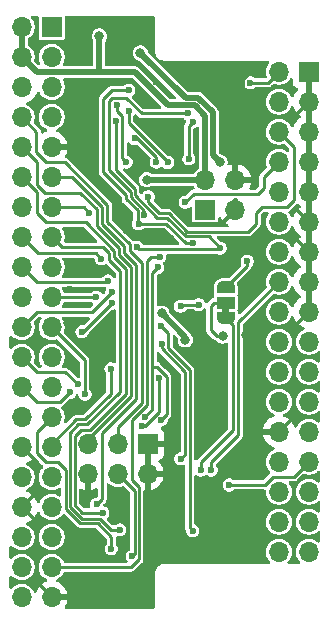
<source format=gbr>
G04 #@! TF.GenerationSoftware,KiCad,Pcbnew,9.0.0*
G04 #@! TF.CreationDate,2025-03-30T00:29:37+00:00*
G04 #@! TF.ProjectId,1MHzAdaptor,314d487a-4164-4617-9074-6f722e6b6963,03b*
G04 #@! TF.SameCoordinates,Original*
G04 #@! TF.FileFunction,Copper,L2,Bot*
G04 #@! TF.FilePolarity,Positive*
%FSLAX46Y46*%
G04 Gerber Fmt 4.6, Leading zero omitted, Abs format (unit mm)*
G04 Created by KiCad (PCBNEW 9.0.0) date 2025-03-30 00:29:37*
%MOMM*%
%LPD*%
G01*
G04 APERTURE LIST*
G04 Aperture macros list*
%AMFreePoly0*
4,1,23,0.550000,-0.750000,0.000000,-0.750000,0.000000,-0.745722,-0.065263,-0.745722,-0.191342,-0.711940,-0.304381,-0.646677,-0.396677,-0.554381,-0.461940,-0.441342,-0.495722,-0.315263,-0.495722,-0.250000,-0.500000,-0.250000,-0.500000,0.250000,-0.495722,0.250000,-0.495722,0.315263,-0.461940,0.441342,-0.396677,0.554381,-0.304381,0.646677,-0.191342,0.711940,-0.065263,0.745722,0.000000,0.745722,
0.000000,0.750000,0.550000,0.750000,0.550000,-0.750000,0.550000,-0.750000,$1*%
%AMFreePoly1*
4,1,23,0.000000,0.745722,0.065263,0.745722,0.191342,0.711940,0.304381,0.646677,0.396677,0.554381,0.461940,0.441342,0.495722,0.315263,0.495722,0.250000,0.500000,0.250000,0.500000,-0.250000,0.495722,-0.250000,0.495722,-0.315263,0.461940,-0.441342,0.396677,-0.554381,0.304381,-0.646677,0.191342,-0.711940,0.065263,-0.745722,0.000000,-0.745722,0.000000,-0.750000,-0.550000,-0.750000,
-0.550000,0.750000,0.000000,0.750000,0.000000,0.745722,0.000000,0.745722,$1*%
G04 Aperture macros list end*
G04 #@! TA.AperFunction,EtchedComponent*
%ADD10C,0.000000*%
G04 #@! TD*
G04 #@! TA.AperFunction,ComponentPad*
%ADD11R,1.700000X1.700000*%
G04 #@! TD*
G04 #@! TA.AperFunction,ComponentPad*
%ADD12O,1.700000X1.700000*%
G04 #@! TD*
G04 #@! TA.AperFunction,SMDPad,CuDef*
%ADD13FreePoly0,90.000000*%
G04 #@! TD*
G04 #@! TA.AperFunction,SMDPad,CuDef*
%ADD14R,1.500000X1.000000*%
G04 #@! TD*
G04 #@! TA.AperFunction,SMDPad,CuDef*
%ADD15FreePoly1,90.000000*%
G04 #@! TD*
G04 #@! TA.AperFunction,ViaPad*
%ADD16C,0.600000*%
G04 #@! TD*
G04 #@! TA.AperFunction,ViaPad*
%ADD17C,0.800000*%
G04 #@! TD*
G04 #@! TA.AperFunction,Conductor*
%ADD18C,0.250000*%
G04 #@! TD*
G04 #@! TA.AperFunction,Conductor*
%ADD19C,0.350000*%
G04 #@! TD*
G04 #@! TA.AperFunction,Conductor*
%ADD20C,0.500000*%
G04 #@! TD*
G04 APERTURE END LIST*
D10*
G04 #@! TA.AperFunction,EtchedComponent*
G36*
X143022600Y-80092600D02*
G01*
X142422600Y-80092600D01*
X142422600Y-79592600D01*
X143022600Y-79592600D01*
X143022600Y-80092600D01*
G37*
G04 #@! TD.AperFunction*
D11*
X140995400Y-71374000D03*
D12*
X140995400Y-68834000D03*
X143535400Y-71374000D03*
X143535400Y-68834000D03*
D11*
X149758400Y-59650000D03*
D12*
X147218400Y-59650000D03*
X149758400Y-62190000D03*
X147218400Y-62190000D03*
X149758400Y-64730000D03*
X147218400Y-64730000D03*
X149758400Y-67270000D03*
X147218400Y-67270000D03*
X149758400Y-69810000D03*
X147218400Y-69810000D03*
X149758400Y-72350000D03*
X147218400Y-72350000D03*
X149758400Y-74890000D03*
X147218400Y-74890000D03*
X149758400Y-77430000D03*
X147218400Y-77430000D03*
X149758400Y-79970000D03*
X147218400Y-79970000D03*
X149758400Y-82510000D03*
X147218400Y-82510000D03*
X149758400Y-85050000D03*
X147218400Y-85050000D03*
X149758400Y-87590000D03*
X147218400Y-87590000D03*
X149758400Y-90130000D03*
X147218400Y-90130000D03*
X149758400Y-92670000D03*
X147218400Y-92670000D03*
X149758400Y-95210000D03*
X147218400Y-95210000D03*
X149758400Y-97750000D03*
X147218400Y-97750000D03*
X149758400Y-100290000D03*
X147218400Y-100290000D03*
D11*
X127988400Y-55880000D03*
D12*
X125448400Y-55880000D03*
X127988400Y-58420000D03*
X125448400Y-58420000D03*
X127988400Y-60960000D03*
X125448400Y-60960000D03*
X127988400Y-63500000D03*
X125448400Y-63500000D03*
X127988400Y-66040000D03*
X125448400Y-66040000D03*
X127988400Y-68580000D03*
X125448400Y-68580000D03*
X127988400Y-71120000D03*
X125448400Y-71120000D03*
X127988400Y-73660000D03*
X125448400Y-73660000D03*
X127988400Y-76200000D03*
X125448400Y-76200000D03*
X127988400Y-78740000D03*
X125448400Y-78740000D03*
X127988400Y-81280000D03*
X125448400Y-81280000D03*
X127988400Y-83820000D03*
X125448400Y-83820000D03*
X127988400Y-86360000D03*
X125448400Y-86360000D03*
X127988400Y-88900000D03*
X125448400Y-88900000D03*
X127988400Y-91440000D03*
X125448400Y-91440000D03*
X127988400Y-93980000D03*
X125448400Y-93980000D03*
X127988400Y-96520000D03*
X125448400Y-96520000D03*
X127988400Y-99060000D03*
X125448400Y-99060000D03*
X127988400Y-101600000D03*
X125448400Y-101600000D03*
X127988400Y-104140000D03*
X125448400Y-104140000D03*
D11*
X136118600Y-91160600D03*
D12*
X136118600Y-93700600D03*
X133578600Y-91160600D03*
X133578600Y-93700600D03*
X131038600Y-91160600D03*
X131038600Y-93700600D03*
D13*
X142722600Y-80492600D03*
D14*
X142722600Y-79192600D03*
D15*
X142722600Y-77892600D03*
D16*
X143027400Y-94640400D03*
D17*
X136105900Y-99187000D03*
D16*
X131704400Y-67210000D03*
D17*
X130420973Y-60868122D03*
D16*
X133756400Y-60452000D03*
X126718400Y-82550000D03*
X145059400Y-61468000D03*
X145694400Y-59182000D03*
X132740400Y-76454000D03*
X129514600Y-78028800D03*
X129540000Y-79400400D03*
D17*
X139979400Y-60960000D03*
X143281400Y-74676000D03*
X130200400Y-88011000D03*
X144437100Y-81953100D03*
D16*
X136804400Y-60510000D03*
D17*
X134061200Y-56591200D03*
D16*
X129540000Y-73863200D03*
D17*
X129512400Y-84328000D03*
X129391903Y-80915739D03*
D16*
X132308600Y-100812600D03*
D17*
X144678400Y-63460000D03*
X129540000Y-57607200D03*
X142468600Y-93446600D03*
X138004179Y-73811901D03*
D16*
X133121400Y-80518000D03*
D17*
X139217400Y-71882000D03*
X134398941Y-73015459D03*
X138074400Y-76860400D03*
X131572000Y-83972400D03*
X129479256Y-75850443D03*
D16*
X134829399Y-100675100D03*
X141495400Y-93374000D03*
X139304400Y-70710000D03*
X136169400Y-70231000D03*
X144805400Y-60579000D03*
X136855200Y-67297300D03*
X135004609Y-65299791D03*
X137130692Y-75328818D03*
X137304400Y-82710000D03*
X138912600Y-92430600D03*
X137245400Y-89124000D03*
X139598400Y-67026500D03*
X135864600Y-88874600D03*
X139928600Y-63923500D03*
X136956800Y-76225400D03*
X137055922Y-85572600D03*
X135608400Y-89662000D03*
X133004400Y-84810000D03*
X129504400Y-86810000D03*
X130179390Y-86110002D03*
X139534900Y-63182500D03*
X135812667Y-71797751D03*
X130546224Y-81668174D03*
X133096000Y-79248000D03*
X139979400Y-74152317D03*
X135342145Y-72520066D03*
X133096000Y-78333600D03*
X134518400Y-61214000D03*
X130810000Y-86969600D03*
X131775200Y-78740000D03*
X135229357Y-74510000D03*
X133429410Y-63809996D03*
X132740400Y-77368400D03*
X142265400Y-74588500D03*
X137204400Y-81153000D03*
X132179301Y-75468805D03*
X139928600Y-98526600D03*
X133767485Y-98436085D03*
X131179368Y-71610000D03*
X132308600Y-96984500D03*
X131798400Y-96266000D03*
D17*
X136042400Y-68783200D03*
X132029200Y-56642000D03*
X139304401Y-82344314D03*
X137310593Y-80110000D03*
D16*
X133033100Y-100050600D03*
X140595600Y-93374000D03*
X133502400Y-62484000D03*
X134302500Y-67297300D03*
X137820400Y-67335400D03*
X134504400Y-63010000D03*
D17*
X135509000Y-58064400D03*
X142227300Y-67297300D03*
D16*
X144551400Y-75692000D03*
D17*
X142468600Y-82016600D03*
D16*
X140426600Y-79375000D03*
X138904400Y-79510000D03*
D18*
X148488400Y-93940000D02*
X146710400Y-93940000D01*
X149758400Y-92670000D02*
X148488400Y-93940000D01*
X146710400Y-93940000D02*
X146010000Y-94640400D01*
X146010000Y-94640400D02*
X143027400Y-94640400D01*
D19*
X149758400Y-72350000D02*
X149758400Y-74890000D01*
X149758400Y-79970000D02*
X148488400Y-81240000D01*
X133756400Y-60452000D02*
X130837095Y-60452000D01*
X145694400Y-59182000D02*
X145351043Y-59182000D01*
X144203400Y-60329643D02*
X144203400Y-60960000D01*
X143535400Y-65873000D02*
X144678400Y-64730000D01*
X144678400Y-64730000D02*
X144678400Y-63460000D01*
X148488400Y-88860000D02*
X147218400Y-90130000D01*
X142383400Y-72526000D02*
X139861400Y-72526000D01*
X148488400Y-81240000D02*
X148488400Y-88860000D01*
X143535400Y-71374000D02*
X142383400Y-72526000D01*
X126718400Y-102870000D02*
X127988400Y-104140000D01*
X136118600Y-93700600D02*
X136118600Y-91160600D01*
X148488400Y-63460000D02*
X144678400Y-63460000D01*
X130082813Y-76454000D02*
X132740400Y-76454000D01*
X149758400Y-67270000D02*
X149758400Y-69810000D01*
X145694400Y-73620000D02*
X144638400Y-74676000D01*
X145059400Y-61468000D02*
X145059400Y-63079000D01*
X129540000Y-73863200D02*
X131239600Y-73863200D01*
X145059400Y-63079000D02*
X144678400Y-63460000D01*
X133121400Y-82423000D02*
X133121400Y-80518000D01*
X149758400Y-74890000D02*
X149758400Y-77430000D01*
X131572000Y-83972400D02*
X133121400Y-82423000D01*
X126718400Y-97790000D02*
X126718400Y-102870000D01*
X139979400Y-60960000D02*
X144203400Y-60960000D01*
X126718400Y-95250000D02*
X125448400Y-96520000D01*
X129479256Y-75850443D02*
X130082813Y-76454000D01*
X144215800Y-62997400D02*
X144678400Y-63460000D01*
X144203400Y-62997400D02*
X144215800Y-62997400D01*
X145150200Y-81240000D02*
X144437100Y-81953100D01*
X149758400Y-69810000D02*
X149758400Y-72350000D01*
X149758400Y-72350000D02*
X148742400Y-71334000D01*
X149758400Y-77430000D02*
X149758400Y-79970000D01*
X145694400Y-73620000D02*
X148488400Y-73620000D01*
X144203400Y-60960000D02*
X144203400Y-62997400D01*
X147218400Y-90130000D02*
X145785200Y-90130000D01*
X149758400Y-62190000D02*
X149758400Y-64730000D01*
X149758400Y-64730000D02*
X149758400Y-67270000D01*
X131290400Y-73914000D02*
X131239600Y-73863200D01*
X143535400Y-68834000D02*
X143535400Y-65873000D01*
X139861400Y-72526000D02*
X139217400Y-71882000D01*
X149758400Y-62190000D02*
X148488400Y-63460000D01*
X134398941Y-73015459D02*
X135195383Y-73811901D01*
X136118600Y-99174300D02*
X136105900Y-99187000D01*
X149758400Y-59650000D02*
X149758400Y-62190000D01*
X125448400Y-96520000D02*
X126718400Y-97790000D01*
X130837095Y-60452000D02*
X130420973Y-60868122D01*
X145785200Y-90130000D02*
X142468600Y-93446600D01*
X148488400Y-81240000D02*
X145150200Y-81240000D01*
X145351043Y-59182000D02*
X144203400Y-60329643D01*
X143281400Y-74676000D02*
X141097000Y-76860400D01*
X144638400Y-74676000D02*
X143281400Y-74676000D01*
X126718400Y-92710000D02*
X126718400Y-95250000D01*
X135195383Y-73811901D02*
X138004179Y-73811901D01*
X125448400Y-91440000D02*
X126718400Y-92710000D01*
X148488400Y-73620000D02*
X149758400Y-74890000D01*
X136118600Y-93700600D02*
X136118600Y-99174300D01*
X138074400Y-76860400D02*
X141097000Y-76860400D01*
D18*
X141495400Y-92712884D02*
X141495400Y-93374000D01*
X143785100Y-90423184D02*
X143785100Y-80863300D01*
X143785100Y-80863300D02*
X147218400Y-77430000D01*
X141495400Y-92712884D02*
X143785100Y-90423184D01*
X135003899Y-95125899D02*
X135003899Y-100500600D01*
X133578600Y-93700600D02*
X135003899Y-95125899D01*
X135003899Y-100500600D02*
X134829399Y-100675100D01*
X145955001Y-68533399D02*
X145955001Y-69497490D01*
X145955001Y-69497490D02*
X145448147Y-70004344D01*
X145448147Y-70004344D02*
X140010056Y-70004344D01*
X147218400Y-67270000D02*
X145955001Y-68533399D01*
X140010056Y-70004344D02*
X139304400Y-70710000D01*
X145313400Y-71618000D02*
X145313400Y-72521000D01*
X136169400Y-70696324D02*
X136169400Y-70231000D01*
X148504400Y-70510000D02*
X147904400Y-71110000D01*
X145313400Y-72521000D02*
X144641400Y-73193000D01*
X148504400Y-66016000D02*
X148504400Y-70510000D01*
X145821400Y-71110000D02*
X145313400Y-71618000D01*
X137105076Y-71632000D02*
X136169400Y-70696324D01*
X147904400Y-71110000D02*
X145821400Y-71110000D01*
X144641400Y-73193000D02*
X139449806Y-73193000D01*
X137888806Y-71632000D02*
X137105076Y-71632000D01*
X139449806Y-73193000D02*
X137888806Y-71632000D01*
X147218400Y-64730000D02*
X148504400Y-66016000D01*
X146289400Y-60579000D02*
X147218400Y-59650000D01*
X144805400Y-60579000D02*
X146289400Y-60579000D01*
X137130692Y-75328818D02*
X136405582Y-75328818D01*
X135380899Y-100904246D02*
X134685145Y-101600000D01*
X134685145Y-101600000D02*
X127988400Y-101600000D01*
X136054411Y-87859990D02*
X134775361Y-89139039D01*
X135380899Y-94814138D02*
X135380899Y-100904246D01*
X136855200Y-67297300D02*
X136855200Y-66903600D01*
X134775361Y-89139039D02*
X134775361Y-94208600D01*
X135251391Y-65299791D02*
X135004609Y-65299791D01*
X136855200Y-66903600D02*
X135251391Y-65299791D01*
X136054411Y-75679989D02*
X136054411Y-87859990D01*
X134775361Y-94208600D02*
X135380899Y-94814138D01*
X136405582Y-75328818D02*
X136054411Y-75679989D01*
X139297600Y-85038620D02*
X139297600Y-92045600D01*
X137304400Y-83045420D02*
X139297600Y-85038620D01*
X139297600Y-92045600D02*
X138912600Y-92430600D01*
X137304400Y-82710000D02*
X137304400Y-83045420D01*
X136504422Y-88234778D02*
X135864600Y-88874600D01*
X137745400Y-88624000D02*
X137245400Y-89124000D01*
X136504422Y-84624000D02*
X136504422Y-88234778D01*
X137745400Y-85481432D02*
X137745400Y-88624000D01*
X136887968Y-84624000D02*
X137745400Y-85481432D01*
X136504422Y-84624000D02*
X136887968Y-84624000D01*
X139598400Y-64253700D02*
X139928600Y-63923500D01*
X136504422Y-76677778D02*
X136956800Y-76225400D01*
X136504422Y-76677778D02*
X136504422Y-84624000D01*
X139598400Y-67026500D02*
X139598400Y-64253700D01*
X135857846Y-89662000D02*
X137055922Y-88463924D01*
X137055922Y-88463924D02*
X137055922Y-85572600D01*
X135608400Y-89662000D02*
X135857846Y-89662000D01*
X130071849Y-89069731D02*
X130835439Y-89069731D01*
X133004400Y-86900770D02*
X133004400Y-84810000D01*
X130835439Y-89069731D02*
X133004400Y-86900770D01*
X127988400Y-91153180D02*
X130071849Y-89069731D01*
X125448400Y-86360000D02*
X126718400Y-87630000D01*
X128684400Y-87630000D02*
X129504400Y-86810000D01*
X126718400Y-87630000D02*
X128684400Y-87630000D01*
X126718400Y-85090000D02*
X125448400Y-83820000D01*
X130179390Y-86110002D02*
X129159388Y-85090000D01*
X129159388Y-85090000D02*
X126718400Y-85090000D01*
X134666918Y-69836108D02*
X132804400Y-67973590D01*
X134666918Y-70260158D02*
X134666918Y-69836108D01*
X133066727Y-61858999D02*
X134274399Y-61858999D01*
X132804400Y-62121326D02*
X133066727Y-61858999D01*
X135597900Y-63182500D02*
X139534900Y-63182500D01*
X135812667Y-71405907D02*
X134666918Y-70260158D01*
X130675826Y-81668174D02*
X133096000Y-79248000D01*
X134274399Y-61858999D02*
X135597900Y-63182500D01*
X132804400Y-67973590D02*
X132804400Y-62121326D01*
X130546224Y-81668174D02*
X130675826Y-81668174D01*
X135812667Y-71797751D02*
X135812667Y-71405907D01*
X135260667Y-71387065D02*
X135260667Y-72438588D01*
X132354391Y-61934925D02*
X132354391Y-68159991D01*
X134518400Y-61214000D02*
X133075316Y-61214000D01*
X126718400Y-80010000D02*
X125448400Y-81280000D01*
X139979400Y-74152317D02*
X139342806Y-74152317D01*
X134289918Y-70095518D02*
X134289918Y-70416316D01*
X133075316Y-61214000D02*
X132354391Y-61934925D01*
X131419600Y-80010000D02*
X126718400Y-80010000D01*
X137710555Y-72520066D02*
X135342145Y-72520066D01*
X133096000Y-78333600D02*
X131419600Y-80010000D01*
X135260667Y-72438588D02*
X135342145Y-72520066D01*
X134289918Y-70416316D02*
X135260667Y-71387065D01*
X139342806Y-74152317D02*
X137710555Y-72520066D01*
X132354391Y-68159991D02*
X134289918Y-70095518D01*
X130810000Y-84101600D02*
X127988400Y-81280000D01*
X130810000Y-86969600D02*
X130810000Y-84101600D01*
X131775200Y-78740000D02*
X127988400Y-78740000D01*
X135423174Y-74703817D02*
X142150083Y-74703817D01*
X135043918Y-70104000D02*
X135043918Y-69576696D01*
X135043918Y-69576696D02*
X133429411Y-67962189D01*
X139323965Y-73600317D02*
X137732647Y-72009000D01*
X133429411Y-67962189D02*
X133429410Y-63809996D01*
X136948918Y-72009000D02*
X135043918Y-70104000D01*
X137732647Y-72009000D02*
X136948918Y-72009000D01*
X141277217Y-73600317D02*
X139323965Y-73600317D01*
X142150083Y-74703817D02*
X142265400Y-74588500D01*
X135423174Y-74703817D02*
X135229357Y-74510000D01*
X142265400Y-74588500D02*
X141277217Y-73600317D01*
X125448400Y-76200000D02*
X126718400Y-77470000D01*
X132638800Y-77470000D02*
X132740400Y-77368400D01*
X126718400Y-77470000D02*
X132638800Y-77470000D01*
X137856400Y-81805000D02*
X137204400Y-81153000D01*
X137856400Y-83064262D02*
X137856400Y-81805000D01*
X125448400Y-73660000D02*
X126798401Y-75010001D01*
X126798401Y-75010001D02*
X131720497Y-75010001D01*
X139928600Y-98526600D02*
X139674600Y-98272600D01*
X139674600Y-98272600D02*
X139674600Y-84882462D01*
X139674600Y-84882462D02*
X137856400Y-83064262D01*
X132179301Y-75468805D02*
X131720497Y-75010001D01*
X133799451Y-76550741D02*
X133799451Y-86742129D01*
X132804311Y-75555602D02*
X133799451Y-76550741D01*
X130570442Y-97510600D02*
X132054600Y-97510600D01*
X127988400Y-73660000D02*
X128838399Y-74509999D01*
X132980085Y-98436085D02*
X133767485Y-98436085D01*
X132804311Y-74991778D02*
X132804311Y-75555602D01*
X128838399Y-74509999D02*
X132322532Y-74509999D01*
X129559600Y-96499758D02*
X130570442Y-97510600D01*
X131021839Y-89519741D02*
X130258249Y-89519741D01*
X132054600Y-97510600D02*
X132980085Y-98436085D01*
X130258249Y-89519741D02*
X129559600Y-90218390D01*
X129559600Y-90218390D02*
X129559600Y-96499758D01*
X132322532Y-74509999D02*
X132804311Y-74991778D01*
X133799451Y-86742129D02*
X131021839Y-89519741D01*
X127988400Y-71120000D02*
X130689368Y-71120000D01*
X130689368Y-71120000D02*
X131179368Y-71610000D01*
X129936600Y-90477800D02*
X129936600Y-96343600D01*
X126718400Y-71648000D02*
X127480400Y-72410000D01*
X130577500Y-96984500D02*
X132308600Y-96984500D01*
X134249462Y-76364342D02*
X134249462Y-86928528D01*
X133254322Y-75369202D02*
X134249462Y-76364342D01*
X129936600Y-96343600D02*
X130577500Y-96984500D01*
X127480400Y-72410000D02*
X130858944Y-72410000D01*
X133254322Y-74805379D02*
X133254322Y-75369202D01*
X130444650Y-89969750D02*
X129936600Y-90477800D01*
X134249462Y-86928528D02*
X131208240Y-89969750D01*
X125448400Y-68580000D02*
X126718400Y-69850000D01*
X130858944Y-72410000D02*
X133254322Y-74805379D01*
X126718400Y-69850000D02*
X126718400Y-71648000D01*
X131208240Y-89969750D02*
X130444650Y-89969750D01*
X127988400Y-68580000D02*
X129735815Y-68580000D01*
X132252800Y-90278010D02*
X132252800Y-95811600D01*
X134154344Y-74996402D02*
X135149483Y-75991542D01*
X135149483Y-75991542D02*
X135149484Y-87381326D01*
X134154344Y-74432578D02*
X134154344Y-74996402D01*
X132254389Y-71098574D02*
X132254389Y-72532623D01*
X132254389Y-72532623D02*
X134154344Y-74432578D01*
X135149484Y-87381326D02*
X132252800Y-90278010D01*
X129735815Y-68580000D02*
X132254389Y-71098574D01*
X131798400Y-96266000D02*
X132252800Y-95811600D01*
X133704333Y-74618978D02*
X133704333Y-75182802D01*
X126718400Y-69224000D02*
X127404400Y-69910000D01*
X130429404Y-69910000D02*
X131804378Y-71284974D01*
X134699473Y-76177942D02*
X134699473Y-87114927D01*
X131804378Y-72719023D02*
X133704333Y-74618978D01*
X125448400Y-66040000D02*
X126718400Y-67310000D01*
X127404400Y-69910000D02*
X130429404Y-69910000D01*
X131804378Y-71284974D02*
X131804378Y-72719023D01*
X134699473Y-87114927D02*
X131038600Y-90775800D01*
X133704333Y-75182802D02*
X134699473Y-76177942D01*
X126718400Y-67310000D02*
X126718400Y-69224000D01*
X132704400Y-72346223D02*
X132704400Y-70912174D01*
X135604400Y-75810049D02*
X134604355Y-74810002D01*
X135604400Y-87673590D02*
X135604400Y-75810049D01*
X133578600Y-89699390D02*
X135604400Y-87673590D01*
X134604355Y-74246178D02*
X132704400Y-72346223D01*
X134604355Y-74810002D02*
X134604355Y-74246178D01*
X126704400Y-64756000D02*
X126704400Y-66473590D01*
X129102226Y-67310000D02*
X127540810Y-67310000D01*
X125448400Y-63500000D02*
X126704400Y-64756000D01*
X132704400Y-70912174D02*
X129102226Y-67310000D01*
X133578600Y-91160600D02*
X133578600Y-89699390D01*
X126704400Y-66473590D02*
X127540810Y-67310000D01*
D20*
X132029200Y-59690000D02*
X135026977Y-59690000D01*
X140995400Y-63361600D02*
X140995400Y-68834000D01*
X135026977Y-59690000D02*
X137842477Y-62505500D01*
X125448400Y-55880000D02*
X125448400Y-58420000D01*
X136093200Y-68834000D02*
X136042400Y-68783200D01*
X125448400Y-58420000D02*
X126718400Y-59690000D01*
X137842477Y-62505500D02*
X140139300Y-62505500D01*
X140995400Y-68834000D02*
X136093200Y-68834000D01*
X132029200Y-56642000D02*
X132029200Y-59690000D01*
X126718400Y-59690000D02*
X132029200Y-59690000D01*
X140139300Y-62505500D02*
X140995400Y-63361600D01*
X139304401Y-82103808D02*
X139304401Y-82344314D01*
X137310593Y-80110000D02*
X139304401Y-82103808D01*
D18*
X126718400Y-90170000D02*
X126718400Y-91948000D01*
X129182600Y-96655916D02*
X130414284Y-97887600D01*
X128496400Y-92710000D02*
X129182600Y-93396200D01*
X127988400Y-88900000D02*
X126718400Y-90170000D01*
X131898442Y-97887600D02*
X133033100Y-99022259D01*
X143335100Y-81105100D02*
X143335100Y-89989300D01*
X126718400Y-91948000D02*
X127480400Y-92710000D01*
X129182600Y-93396200D02*
X129182600Y-96655916D01*
X142722600Y-80492600D02*
X143335100Y-81105100D01*
X133033100Y-99022259D02*
X133033100Y-100050600D01*
X130414284Y-97887600D02*
X131898442Y-97887600D01*
X127480400Y-92710000D02*
X128496400Y-92710000D01*
X143335100Y-89989300D02*
X140595600Y-92728800D01*
X140595600Y-92728800D02*
X140595600Y-93374000D01*
X134302500Y-67297300D02*
X133981410Y-66976210D01*
X133981410Y-66976210D02*
X133981410Y-63436992D01*
X133981410Y-63436992D02*
X133502400Y-62957982D01*
X133502400Y-62957982D02*
X133502400Y-62484000D01*
X137820400Y-67335400D02*
X137820159Y-67335400D01*
X137820159Y-67335400D02*
X134504400Y-64019642D01*
X134504400Y-64019642D02*
X134504400Y-63010000D01*
D20*
X139323100Y-61878500D02*
X135509000Y-58064400D01*
X141622400Y-63101888D02*
X140399012Y-61878500D01*
X141622400Y-66692400D02*
X141622400Y-63101888D01*
X142227300Y-67297300D02*
X141622400Y-66692400D01*
X140399012Y-61878500D02*
X139323100Y-61878500D01*
D18*
X144551400Y-76063800D02*
X144551400Y-75692000D01*
X142722600Y-77892600D02*
X144551400Y-76063800D01*
X141722600Y-79192600D02*
X142722600Y-79192600D01*
X141452600Y-79462600D02*
X141722600Y-79192600D01*
X142468600Y-82016600D02*
X141960600Y-82016600D01*
X141452600Y-81508600D02*
X141452600Y-79462600D01*
X141960600Y-82016600D02*
X141452600Y-81508600D01*
X139039400Y-79375000D02*
X138904400Y-79510000D01*
X140426600Y-79375000D02*
X139039400Y-79375000D01*
G04 #@! TA.AperFunction,Conductor*
G36*
X148381018Y-77792401D02*
G01*
X148403372Y-77794966D01*
X148413967Y-77803629D01*
X148426922Y-77808044D01*
X148440914Y-77825663D01*
X148458334Y-77839907D01*
X148468262Y-77860100D01*
X148471075Y-77863642D01*
X148474158Y-77872091D01*
X148499892Y-77951289D01*
X148499893Y-77951292D01*
X148596936Y-78141750D01*
X148722577Y-78314679D01*
X148873720Y-78465822D01*
X149046656Y-78591468D01*
X149048452Y-78592569D01*
X149048991Y-78593164D01*
X149050658Y-78594376D01*
X149050403Y-78594726D01*
X149096082Y-78645217D01*
X149107688Y-78715259D01*
X149079583Y-78780456D01*
X149050611Y-78805559D01*
X149050658Y-78805624D01*
X149049911Y-78806166D01*
X149048452Y-78807431D01*
X149046656Y-78808531D01*
X148873720Y-78934177D01*
X148722577Y-79085320D01*
X148596936Y-79258249D01*
X148499893Y-79448707D01*
X148474158Y-79527909D01*
X148434083Y-79586514D01*
X148368686Y-79614150D01*
X148298730Y-79602042D01*
X148246424Y-79554036D01*
X148242058Y-79546174D01*
X148241981Y-79546023D01*
X148241980Y-79546019D01*
X148163053Y-79391116D01*
X148110573Y-79318884D01*
X148060863Y-79250464D01*
X147937935Y-79127536D01*
X147797287Y-79025349D01*
X147797286Y-79025348D01*
X147797284Y-79025347D01*
X147642381Y-78946420D01*
X147642378Y-78946419D01*
X147642376Y-78946418D01*
X147477042Y-78892698D01*
X147477040Y-78892697D01*
X147477038Y-78892697D01*
X147305326Y-78865500D01*
X147131474Y-78865500D01*
X146959762Y-78892697D01*
X146959760Y-78892697D01*
X146959757Y-78892698D01*
X146794423Y-78946418D01*
X146794417Y-78946421D01*
X146639512Y-79025349D01*
X146498864Y-79127536D01*
X146375936Y-79250464D01*
X146273749Y-79391112D01*
X146194821Y-79546017D01*
X146194818Y-79546023D01*
X146141098Y-79711357D01*
X146141097Y-79711360D01*
X146141097Y-79711362D01*
X146113900Y-79883074D01*
X146113900Y-80056926D01*
X146141097Y-80228638D01*
X146141098Y-80228642D01*
X146194769Y-80393826D01*
X146194820Y-80393981D01*
X146273747Y-80548884D01*
X146273749Y-80548887D01*
X146375936Y-80689535D01*
X146498864Y-80812463D01*
X146498867Y-80812465D01*
X146639516Y-80914653D01*
X146794419Y-80993580D01*
X146959762Y-81047303D01*
X147131474Y-81074500D01*
X147131477Y-81074500D01*
X147305323Y-81074500D01*
X147305326Y-81074500D01*
X147477038Y-81047303D01*
X147642381Y-80993580D01*
X147797284Y-80914653D01*
X147937933Y-80812465D01*
X148060865Y-80689533D01*
X148163053Y-80548884D01*
X148241980Y-80393981D01*
X148241981Y-80393975D01*
X148242058Y-80393826D01*
X148290806Y-80342210D01*
X148359721Y-80325144D01*
X148426922Y-80348044D01*
X148471075Y-80403642D01*
X148474158Y-80412091D01*
X148499892Y-80491289D01*
X148499893Y-80491292D01*
X148596936Y-80681750D01*
X148722577Y-80854679D01*
X148873720Y-81005822D01*
X149046649Y-81131463D01*
X149237107Y-81228506D01*
X149237109Y-81228507D01*
X149316308Y-81254241D01*
X149374913Y-81294315D01*
X149402550Y-81359711D01*
X149390443Y-81429668D01*
X149342437Y-81481974D01*
X149334574Y-81486341D01*
X149179513Y-81565348D01*
X149038864Y-81667536D01*
X148915936Y-81790464D01*
X148813749Y-81931112D01*
X148734821Y-82086017D01*
X148734818Y-82086023D01*
X148681098Y-82251357D01*
X148681097Y-82251360D01*
X148681097Y-82251362D01*
X148653900Y-82423074D01*
X148653900Y-82596926D01*
X148679972Y-82761533D01*
X148681098Y-82768642D01*
X148731682Y-82924325D01*
X148734820Y-82933981D01*
X148813747Y-83088884D01*
X148813749Y-83088887D01*
X148915936Y-83229535D01*
X149038864Y-83352463D01*
X149038867Y-83352465D01*
X149179516Y-83454653D01*
X149334419Y-83533580D01*
X149499762Y-83587303D01*
X149671474Y-83614500D01*
X149671477Y-83614500D01*
X149845323Y-83614500D01*
X149845326Y-83614500D01*
X150017038Y-83587303D01*
X150182381Y-83533580D01*
X150337284Y-83454653D01*
X150477933Y-83352465D01*
X150489290Y-83341108D01*
X150512805Y-83317594D01*
X150575117Y-83283568D01*
X150645932Y-83288633D01*
X150702768Y-83331180D01*
X150727579Y-83397700D01*
X150727900Y-83406689D01*
X150727900Y-84153311D01*
X150707898Y-84221432D01*
X150654242Y-84267925D01*
X150583968Y-84278029D01*
X150519388Y-84248535D01*
X150512805Y-84242406D01*
X150477935Y-84207536D01*
X150337287Y-84105349D01*
X150337286Y-84105348D01*
X150337284Y-84105347D01*
X150182381Y-84026420D01*
X150182378Y-84026419D01*
X150182376Y-84026418D01*
X150017042Y-83972698D01*
X150017040Y-83972697D01*
X150017038Y-83972697D01*
X149845326Y-83945500D01*
X149671474Y-83945500D01*
X149499762Y-83972697D01*
X149499760Y-83972697D01*
X149499757Y-83972698D01*
X149334423Y-84026418D01*
X149334417Y-84026421D01*
X149179512Y-84105349D01*
X149038864Y-84207536D01*
X148915936Y-84330464D01*
X148813749Y-84471112D01*
X148734821Y-84626017D01*
X148734818Y-84626023D01*
X148681098Y-84791357D01*
X148681097Y-84791360D01*
X148681097Y-84791362D01*
X148653900Y-84963074D01*
X148653900Y-85136926D01*
X148681097Y-85308638D01*
X148681098Y-85308642D01*
X148715768Y-85415347D01*
X148734820Y-85473981D01*
X148813747Y-85628884D01*
X148813749Y-85628887D01*
X148915936Y-85769535D01*
X149038864Y-85892463D01*
X149038867Y-85892465D01*
X149179516Y-85994653D01*
X149334419Y-86073580D01*
X149499762Y-86127303D01*
X149671474Y-86154500D01*
X149671477Y-86154500D01*
X149845323Y-86154500D01*
X149845326Y-86154500D01*
X150017038Y-86127303D01*
X150182381Y-86073580D01*
X150337284Y-85994653D01*
X150477933Y-85892465D01*
X150477938Y-85892460D01*
X150512805Y-85857594D01*
X150575117Y-85823568D01*
X150645932Y-85828633D01*
X150702768Y-85871180D01*
X150727579Y-85937700D01*
X150727900Y-85946689D01*
X150727900Y-86693311D01*
X150707898Y-86761432D01*
X150654242Y-86807925D01*
X150583968Y-86818029D01*
X150519388Y-86788535D01*
X150512805Y-86782406D01*
X150477935Y-86747536D01*
X150337287Y-86645349D01*
X150337286Y-86645348D01*
X150337284Y-86645347D01*
X150182381Y-86566420D01*
X150182378Y-86566419D01*
X150182376Y-86566418D01*
X150017042Y-86512698D01*
X150017040Y-86512697D01*
X150017038Y-86512697D01*
X149845326Y-86485500D01*
X149671474Y-86485500D01*
X149499762Y-86512697D01*
X149499760Y-86512697D01*
X149499757Y-86512698D01*
X149334423Y-86566418D01*
X149334417Y-86566421D01*
X149179512Y-86645349D01*
X149038864Y-86747536D01*
X148915936Y-86870464D01*
X148813749Y-87011112D01*
X148734821Y-87166017D01*
X148734818Y-87166023D01*
X148681098Y-87331357D01*
X148681097Y-87331360D01*
X148681097Y-87331362D01*
X148653900Y-87503074D01*
X148653900Y-87676926D01*
X148680948Y-87847698D01*
X148681098Y-87848642D01*
X148726736Y-87989103D01*
X148734820Y-88013981D01*
X148813747Y-88168884D01*
X148813749Y-88168887D01*
X148915936Y-88309535D01*
X149038864Y-88432463D01*
X149038867Y-88432465D01*
X149179516Y-88534653D01*
X149334419Y-88613580D01*
X149499762Y-88667303D01*
X149671474Y-88694500D01*
X149671477Y-88694500D01*
X149845323Y-88694500D01*
X149845326Y-88694500D01*
X150017038Y-88667303D01*
X150182381Y-88613580D01*
X150337284Y-88534653D01*
X150477933Y-88432465D01*
X150477938Y-88432460D01*
X150512805Y-88397594D01*
X150575117Y-88363568D01*
X150645932Y-88368633D01*
X150702768Y-88411180D01*
X150727579Y-88477700D01*
X150727900Y-88486689D01*
X150727900Y-89233311D01*
X150707898Y-89301432D01*
X150654242Y-89347925D01*
X150583968Y-89358029D01*
X150519388Y-89328535D01*
X150512805Y-89322406D01*
X150477935Y-89287536D01*
X150337287Y-89185349D01*
X150337286Y-89185348D01*
X150337284Y-89185347D01*
X150182381Y-89106420D01*
X150182378Y-89106419D01*
X150182376Y-89106418D01*
X150017042Y-89052698D01*
X150017040Y-89052697D01*
X150017038Y-89052697D01*
X149845326Y-89025500D01*
X149671474Y-89025500D01*
X149499762Y-89052697D01*
X149499760Y-89052697D01*
X149499757Y-89052698D01*
X149334423Y-89106418D01*
X149334417Y-89106421D01*
X149179512Y-89185349D01*
X149038864Y-89287536D01*
X148915936Y-89410464D01*
X148813748Y-89551113D01*
X148734741Y-89706174D01*
X148685992Y-89757789D01*
X148617078Y-89774855D01*
X148549876Y-89751954D01*
X148505724Y-89696356D01*
X148502641Y-89687908D01*
X148476907Y-89608709D01*
X148476906Y-89608707D01*
X148379863Y-89418249D01*
X148254222Y-89245320D01*
X148103079Y-89094177D01*
X147930150Y-88968536D01*
X147739692Y-88871493D01*
X147739689Y-88871492D01*
X147660491Y-88845758D01*
X147601885Y-88805684D01*
X147574249Y-88740287D01*
X147586356Y-88670330D01*
X147634363Y-88618024D01*
X147642226Y-88613658D01*
X147642375Y-88613581D01*
X147642381Y-88613580D01*
X147797284Y-88534653D01*
X147937933Y-88432465D01*
X148060865Y-88309533D01*
X148163053Y-88168884D01*
X148241980Y-88013981D01*
X148295703Y-87848638D01*
X148322900Y-87676926D01*
X148322900Y-87503074D01*
X148295703Y-87331362D01*
X148241980Y-87166019D01*
X148163053Y-87011116D01*
X148060865Y-86870467D01*
X148060863Y-86870464D01*
X147937935Y-86747536D01*
X147797287Y-86645349D01*
X147797286Y-86645348D01*
X147797284Y-86645347D01*
X147642381Y-86566420D01*
X147642378Y-86566419D01*
X147642376Y-86566418D01*
X147477042Y-86512698D01*
X147477040Y-86512697D01*
X147477038Y-86512697D01*
X147305326Y-86485500D01*
X147131474Y-86485500D01*
X146959762Y-86512697D01*
X146959760Y-86512697D01*
X146959757Y-86512698D01*
X146794423Y-86566418D01*
X146794417Y-86566421D01*
X146639512Y-86645349D01*
X146498864Y-86747536D01*
X146375936Y-86870464D01*
X146273749Y-87011112D01*
X146194821Y-87166017D01*
X146194818Y-87166023D01*
X146141098Y-87331357D01*
X146141097Y-87331360D01*
X146141097Y-87331362D01*
X146113900Y-87503074D01*
X146113900Y-87676926D01*
X146140948Y-87847698D01*
X146141098Y-87848642D01*
X146186736Y-87989103D01*
X146194820Y-88013981D01*
X146273747Y-88168884D01*
X146273749Y-88168887D01*
X146375936Y-88309535D01*
X146498864Y-88432463D01*
X146498867Y-88432465D01*
X146639516Y-88534653D01*
X146794419Y-88613580D01*
X146794424Y-88613581D01*
X146794574Y-88613658D01*
X146846189Y-88662406D01*
X146863255Y-88731321D01*
X146840354Y-88798523D01*
X146784757Y-88842675D01*
X146776309Y-88845758D01*
X146697107Y-88871493D01*
X146506649Y-88968536D01*
X146333720Y-89094177D01*
X146182577Y-89245320D01*
X146056936Y-89418249D01*
X145959893Y-89608707D01*
X145959890Y-89608713D01*
X145893840Y-89811995D01*
X145883702Y-89876000D01*
X146787697Y-89876000D01*
X146752475Y-89937007D01*
X146718400Y-90064174D01*
X146718400Y-90195826D01*
X146752475Y-90322993D01*
X146787697Y-90384000D01*
X145883702Y-90384000D01*
X145893840Y-90448004D01*
X145959890Y-90651286D01*
X145959893Y-90651292D01*
X146056936Y-90841750D01*
X146182577Y-91014679D01*
X146333720Y-91165822D01*
X146506649Y-91291463D01*
X146697107Y-91388506D01*
X146697109Y-91388507D01*
X146776308Y-91414241D01*
X146834913Y-91454315D01*
X146862550Y-91519711D01*
X146850443Y-91589668D01*
X146802437Y-91641974D01*
X146794574Y-91646341D01*
X146639513Y-91725348D01*
X146498864Y-91827536D01*
X146375936Y-91950464D01*
X146273749Y-92091112D01*
X146194821Y-92246017D01*
X146194818Y-92246023D01*
X146141098Y-92411357D01*
X146141097Y-92411360D01*
X146141097Y-92411362D01*
X146113900Y-92583074D01*
X146113900Y-92756926D01*
X146137168Y-92903832D01*
X146141098Y-92928642D01*
X146187292Y-93070814D01*
X146194820Y-93093981D01*
X146273747Y-93248884D01*
X146273749Y-93248887D01*
X146375936Y-93389535D01*
X146460957Y-93474556D01*
X146465364Y-93482627D01*
X146472729Y-93488140D01*
X146482114Y-93513301D01*
X146494983Y-93536868D01*
X146494326Y-93546042D01*
X146497541Y-93554660D01*
X146491833Y-93580898D01*
X146489918Y-93607683D01*
X146484006Y-93616881D01*
X146482451Y-93624034D01*
X146460959Y-93652745D01*
X146441358Y-93672347D01*
X146406724Y-93706981D01*
X145889710Y-94223995D01*
X145827398Y-94258021D01*
X145800615Y-94260900D01*
X143484273Y-94260900D01*
X143416152Y-94240898D01*
X143395178Y-94223995D01*
X143367877Y-94196694D01*
X143367867Y-94196686D01*
X143241433Y-94123689D01*
X143224772Y-94119224D01*
X143100401Y-94085900D01*
X142954399Y-94085900D01*
X142881250Y-94105500D01*
X142813366Y-94123689D01*
X142686932Y-94196686D01*
X142686922Y-94196694D01*
X142583694Y-94299922D01*
X142583686Y-94299932D01*
X142510689Y-94426366D01*
X142507564Y-94438029D01*
X142472900Y-94567399D01*
X142472900Y-94713401D01*
X142502123Y-94822463D01*
X142510689Y-94854433D01*
X142583686Y-94980867D01*
X142583694Y-94980877D01*
X142686922Y-95084105D01*
X142686927Y-95084109D01*
X142686929Y-95084111D01*
X142686930Y-95084112D01*
X142686932Y-95084113D01*
X142813366Y-95157110D01*
X142813368Y-95157110D01*
X142813371Y-95157112D01*
X142954399Y-95194900D01*
X142954401Y-95194900D01*
X143100399Y-95194900D01*
X143100401Y-95194900D01*
X143241429Y-95157112D01*
X143241432Y-95157110D01*
X143241433Y-95157110D01*
X143343471Y-95098198D01*
X143367871Y-95084111D01*
X143367877Y-95084105D01*
X143395178Y-95056805D01*
X143457490Y-95022779D01*
X143484273Y-95019900D01*
X145952308Y-95019900D01*
X145960034Y-95019900D01*
X145960038Y-95019901D01*
X145987904Y-95019901D01*
X146020588Y-95029499D01*
X146056021Y-95039903D01*
X146056022Y-95039904D01*
X146056024Y-95039905D01*
X146070427Y-95056528D01*
X146102514Y-95093559D01*
X146113900Y-95145901D01*
X146113900Y-95296926D01*
X146141097Y-95468638D01*
X146141098Y-95468642D01*
X146179067Y-95585500D01*
X146194820Y-95633981D01*
X146265502Y-95772702D01*
X146273749Y-95788887D01*
X146375935Y-95929533D01*
X146375939Y-95929538D01*
X146498864Y-96052463D01*
X146498867Y-96052465D01*
X146639516Y-96154653D01*
X146794419Y-96233580D01*
X146959762Y-96287303D01*
X147131474Y-96314500D01*
X147131477Y-96314500D01*
X147305323Y-96314500D01*
X147305326Y-96314500D01*
X147477038Y-96287303D01*
X147642381Y-96233580D01*
X147797284Y-96154653D01*
X147937933Y-96052465D01*
X148060865Y-95929533D01*
X148163053Y-95788884D01*
X148241980Y-95633981D01*
X148295703Y-95468638D01*
X148322900Y-95296926D01*
X148322900Y-95123074D01*
X148295703Y-94951362D01*
X148241980Y-94786019D01*
X148163053Y-94631116D01*
X148082002Y-94519560D01*
X148077703Y-94507511D01*
X148069325Y-94497842D01*
X148065998Y-94474704D01*
X148058145Y-94452694D01*
X148061042Y-94440234D01*
X148059221Y-94427568D01*
X148068931Y-94406305D01*
X148074225Y-94383542D01*
X148083400Y-94374624D01*
X148088715Y-94362988D01*
X148108375Y-94350353D01*
X148125138Y-94334062D01*
X148139107Y-94330602D01*
X148148441Y-94324604D01*
X148183939Y-94319500D01*
X148430704Y-94319500D01*
X148430720Y-94319501D01*
X148438438Y-94319501D01*
X148538361Y-94319501D01*
X148538362Y-94319501D01*
X148614480Y-94299104D01*
X148614482Y-94299104D01*
X148621948Y-94297102D01*
X148634882Y-94293638D01*
X148721419Y-94243676D01*
X148792076Y-94173019D01*
X148802443Y-94162652D01*
X148802450Y-94162642D01*
X149232344Y-93732748D01*
X149294654Y-93698724D01*
X149360369Y-93702011D01*
X149499762Y-93747303D01*
X149671474Y-93774500D01*
X149671477Y-93774500D01*
X149845323Y-93774500D01*
X149845326Y-93774500D01*
X150017038Y-93747303D01*
X150182381Y-93693580D01*
X150337284Y-93614653D01*
X150477933Y-93512465D01*
X150494880Y-93495518D01*
X150512805Y-93477594D01*
X150575117Y-93443568D01*
X150645932Y-93448633D01*
X150702768Y-93491180D01*
X150727579Y-93557700D01*
X150727900Y-93566689D01*
X150727900Y-94313311D01*
X150707898Y-94381432D01*
X150654242Y-94427925D01*
X150583968Y-94438029D01*
X150519388Y-94408535D01*
X150512805Y-94402406D01*
X150477935Y-94367536D01*
X150337287Y-94265349D01*
X150337286Y-94265348D01*
X150337284Y-94265347D01*
X150182381Y-94186420D01*
X150182378Y-94186419D01*
X150182376Y-94186418D01*
X150017042Y-94132698D01*
X150017040Y-94132697D01*
X150017038Y-94132697D01*
X149845326Y-94105500D01*
X149671474Y-94105500D01*
X149499762Y-94132697D01*
X149499760Y-94132697D01*
X149499757Y-94132698D01*
X149334423Y-94186418D01*
X149334417Y-94186421D01*
X149179512Y-94265349D01*
X149038864Y-94367536D01*
X148915936Y-94490464D01*
X148813749Y-94631112D01*
X148734821Y-94786017D01*
X148734818Y-94786023D01*
X148681098Y-94951357D01*
X148681097Y-94951360D01*
X148681097Y-94951362D01*
X148653900Y-95123074D01*
X148653900Y-95296926D01*
X148681097Y-95468638D01*
X148681098Y-95468642D01*
X148719067Y-95585500D01*
X148734820Y-95633981D01*
X148805502Y-95772702D01*
X148813749Y-95788887D01*
X148915935Y-95929533D01*
X148915939Y-95929538D01*
X149038864Y-96052463D01*
X149038867Y-96052465D01*
X149179516Y-96154653D01*
X149334419Y-96233580D01*
X149499762Y-96287303D01*
X149671474Y-96314500D01*
X149671477Y-96314500D01*
X149845323Y-96314500D01*
X149845326Y-96314500D01*
X150017038Y-96287303D01*
X150182381Y-96233580D01*
X150337284Y-96154653D01*
X150477933Y-96052465D01*
X150485783Y-96044615D01*
X150512805Y-96017594D01*
X150575117Y-95983568D01*
X150645932Y-95988633D01*
X150702768Y-96031180D01*
X150727579Y-96097700D01*
X150727900Y-96106689D01*
X150727900Y-96853311D01*
X150707898Y-96921432D01*
X150654242Y-96967925D01*
X150583968Y-96978029D01*
X150519388Y-96948535D01*
X150512805Y-96942406D01*
X150477935Y-96907536D01*
X150337287Y-96805349D01*
X150337286Y-96805348D01*
X150337284Y-96805347D01*
X150182381Y-96726420D01*
X150182378Y-96726419D01*
X150182376Y-96726418D01*
X150017042Y-96672698D01*
X150017040Y-96672697D01*
X150017038Y-96672697D01*
X149845326Y-96645500D01*
X149671474Y-96645500D01*
X149499762Y-96672697D01*
X149499760Y-96672697D01*
X149499757Y-96672698D01*
X149334423Y-96726418D01*
X149334417Y-96726421D01*
X149179512Y-96805349D01*
X149038864Y-96907536D01*
X148915936Y-97030464D01*
X148813749Y-97171112D01*
X148734821Y-97326017D01*
X148734818Y-97326023D01*
X148681098Y-97491357D01*
X148681097Y-97491360D01*
X148681097Y-97491362D01*
X148653900Y-97663074D01*
X148653900Y-97836926D01*
X148681097Y-98008638D01*
X148681098Y-98008642D01*
X148717481Y-98120619D01*
X148734820Y-98173981D01*
X148813747Y-98328884D01*
X148813749Y-98328887D01*
X148915936Y-98469535D01*
X149038864Y-98592463D01*
X149038867Y-98592465D01*
X149179516Y-98694653D01*
X149334419Y-98773580D01*
X149499762Y-98827303D01*
X149671474Y-98854500D01*
X149671477Y-98854500D01*
X149845323Y-98854500D01*
X149845326Y-98854500D01*
X150017038Y-98827303D01*
X150182381Y-98773580D01*
X150337284Y-98694653D01*
X150477933Y-98592465D01*
X150477938Y-98592460D01*
X150512805Y-98557594D01*
X150575117Y-98523568D01*
X150645932Y-98528633D01*
X150702768Y-98571180D01*
X150727579Y-98637700D01*
X150727900Y-98646689D01*
X150727900Y-99393311D01*
X150707898Y-99461432D01*
X150654242Y-99507925D01*
X150583968Y-99518029D01*
X150519388Y-99488535D01*
X150512805Y-99482406D01*
X150477935Y-99447536D01*
X150337287Y-99345349D01*
X150337286Y-99345348D01*
X150337284Y-99345347D01*
X150182381Y-99266420D01*
X150182378Y-99266419D01*
X150182376Y-99266418D01*
X150017042Y-99212698D01*
X150017040Y-99212697D01*
X150017038Y-99212697D01*
X149845326Y-99185500D01*
X149671474Y-99185500D01*
X149499762Y-99212697D01*
X149499760Y-99212697D01*
X149499757Y-99212698D01*
X149334423Y-99266418D01*
X149334417Y-99266421D01*
X149179512Y-99345349D01*
X149038864Y-99447536D01*
X148915936Y-99570464D01*
X148813749Y-99711112D01*
X148734821Y-99866017D01*
X148734818Y-99866023D01*
X148681098Y-100031357D01*
X148681097Y-100031360D01*
X148681097Y-100031362D01*
X148653900Y-100203074D01*
X148653900Y-100376926D01*
X148681097Y-100548638D01*
X148681098Y-100548642D01*
X148715768Y-100655347D01*
X148734820Y-100713981D01*
X148813747Y-100868884D01*
X148813749Y-100868887D01*
X148915934Y-101009532D01*
X148915939Y-101009538D01*
X148990806Y-101084405D01*
X149024832Y-101146717D01*
X149019767Y-101217532D01*
X148977220Y-101274368D01*
X148910700Y-101299179D01*
X148901711Y-101299500D01*
X148075089Y-101299500D01*
X148006968Y-101279498D01*
X147960475Y-101225842D01*
X147950371Y-101155568D01*
X147979865Y-101090988D01*
X147985994Y-101084405D01*
X148060860Y-101009538D01*
X148060866Y-101009532D01*
X148101061Y-100954208D01*
X148163053Y-100868884D01*
X148241980Y-100713981D01*
X148295703Y-100548638D01*
X148322900Y-100376926D01*
X148322900Y-100203074D01*
X148295703Y-100031362D01*
X148241980Y-99866019D01*
X148163053Y-99711116D01*
X148097224Y-99620510D01*
X148060863Y-99570464D01*
X147937935Y-99447536D01*
X147797287Y-99345349D01*
X147797286Y-99345348D01*
X147797284Y-99345347D01*
X147642381Y-99266420D01*
X147642378Y-99266419D01*
X147642376Y-99266418D01*
X147477042Y-99212698D01*
X147477040Y-99212697D01*
X147477038Y-99212697D01*
X147305326Y-99185500D01*
X147131474Y-99185500D01*
X146959762Y-99212697D01*
X146959760Y-99212697D01*
X146959757Y-99212698D01*
X146794423Y-99266418D01*
X146794417Y-99266421D01*
X146639512Y-99345349D01*
X146498864Y-99447536D01*
X146375936Y-99570464D01*
X146273749Y-99711112D01*
X146194821Y-99866017D01*
X146194818Y-99866023D01*
X146141098Y-100031357D01*
X146141097Y-100031360D01*
X146141097Y-100031362D01*
X146113900Y-100203074D01*
X146113900Y-100376926D01*
X146141097Y-100548638D01*
X146141098Y-100548642D01*
X146175768Y-100655347D01*
X146194820Y-100713981D01*
X146273747Y-100868884D01*
X146273749Y-100868887D01*
X146375934Y-101009532D01*
X146375939Y-101009538D01*
X146450806Y-101084405D01*
X146484832Y-101146717D01*
X146479767Y-101217532D01*
X146437220Y-101274368D01*
X146370700Y-101299179D01*
X146361711Y-101299500D01*
X137486767Y-101299500D01*
X137369619Y-101322802D01*
X137330569Y-101330570D01*
X137183432Y-101391517D01*
X137051009Y-101479998D01*
X137051003Y-101480003D01*
X136938403Y-101592603D01*
X136938398Y-101592609D01*
X136875381Y-101686922D01*
X136849917Y-101725032D01*
X136802105Y-101840460D01*
X136788971Y-101872167D01*
X136788970Y-101872170D01*
X136757900Y-102028367D01*
X136757900Y-104892081D01*
X136756348Y-104911795D01*
X136750864Y-104946413D01*
X136738683Y-104983901D01*
X136727329Y-105006185D01*
X136704157Y-105038078D01*
X136686478Y-105055757D01*
X136654585Y-105078929D01*
X136632301Y-105090283D01*
X136594813Y-105102464D01*
X136560195Y-105107948D01*
X136540481Y-105109500D01*
X129209886Y-105109500D01*
X129141765Y-105089498D01*
X129095272Y-105035842D01*
X129085168Y-104965568D01*
X129107950Y-104909439D01*
X129149863Y-104851750D01*
X129246906Y-104661292D01*
X129246909Y-104661286D01*
X129312959Y-104458004D01*
X129323098Y-104394000D01*
X128419103Y-104394000D01*
X128454325Y-104332993D01*
X128488400Y-104205826D01*
X128488400Y-104074174D01*
X128454325Y-103947007D01*
X128419103Y-103886000D01*
X129323097Y-103886000D01*
X129312959Y-103821995D01*
X129246909Y-103618713D01*
X129246906Y-103618707D01*
X129149863Y-103428249D01*
X129024222Y-103255320D01*
X128873079Y-103104177D01*
X128700150Y-102978536D01*
X128509692Y-102881493D01*
X128509689Y-102881492D01*
X128430491Y-102855758D01*
X128371885Y-102815684D01*
X128344249Y-102750287D01*
X128356356Y-102680330D01*
X128404363Y-102628024D01*
X128412226Y-102623658D01*
X128412375Y-102623581D01*
X128412381Y-102623580D01*
X128567284Y-102544653D01*
X128707933Y-102442465D01*
X128830865Y-102319533D01*
X128933053Y-102178884D01*
X128999590Y-102048296D01*
X129048338Y-101996682D01*
X129111857Y-101979500D01*
X134635179Y-101979500D01*
X134635183Y-101979501D01*
X134735107Y-101979501D01*
X134817624Y-101957390D01*
X134831627Y-101953638D01*
X134918164Y-101903676D01*
X134988821Y-101833019D01*
X134999188Y-101822652D01*
X134999195Y-101822642D01*
X135603541Y-101218296D01*
X135603551Y-101218289D01*
X135684569Y-101137271D01*
X135684575Y-101137265D01*
X135734537Y-101050728D01*
X135745575Y-101009533D01*
X135760400Y-100954208D01*
X135760400Y-100854284D01*
X135760399Y-100854280D01*
X135760399Y-95166319D01*
X135780401Y-95098198D01*
X135834057Y-95051705D01*
X135847682Y-95049745D01*
X135864600Y-95035297D01*
X135864600Y-94131302D01*
X135925607Y-94166525D01*
X136052774Y-94200600D01*
X136184426Y-94200600D01*
X136311593Y-94166525D01*
X136372600Y-94131302D01*
X136372600Y-95035296D01*
X136436601Y-95025160D01*
X136639886Y-94959109D01*
X136639892Y-94959106D01*
X136830350Y-94862063D01*
X137003279Y-94736422D01*
X137154422Y-94585279D01*
X137280063Y-94412350D01*
X137377106Y-94221892D01*
X137377109Y-94221886D01*
X137443159Y-94018604D01*
X137453298Y-93954600D01*
X136549303Y-93954600D01*
X136584525Y-93893593D01*
X136618600Y-93766426D01*
X136618600Y-93634774D01*
X136584525Y-93507607D01*
X136549303Y-93446600D01*
X137453297Y-93446600D01*
X137443159Y-93382595D01*
X137377109Y-93179313D01*
X137377106Y-93179307D01*
X137280063Y-92988849D01*
X137154422Y-92815920D01*
X137050924Y-92712422D01*
X137016898Y-92650110D01*
X137021963Y-92579295D01*
X137064510Y-92522459D01*
X137095987Y-92505271D01*
X137214565Y-92461044D01*
X137331504Y-92373504D01*
X137419044Y-92256565D01*
X137419044Y-92256564D01*
X137470094Y-92119693D01*
X137476599Y-92059197D01*
X137476600Y-92059185D01*
X137476600Y-91414600D01*
X136549303Y-91414600D01*
X136584525Y-91353593D01*
X136618600Y-91226426D01*
X136618600Y-91094774D01*
X136584525Y-90967607D01*
X136549303Y-90906600D01*
X137476600Y-90906600D01*
X137476600Y-90262014D01*
X137476599Y-90262002D01*
X137470094Y-90201506D01*
X137419044Y-90064635D01*
X137419044Y-90064634D01*
X137331504Y-89947695D01*
X137270880Y-89902313D01*
X137228333Y-89845477D01*
X137223269Y-89774662D01*
X137257294Y-89712349D01*
X137313778Y-89679738D01*
X137318398Y-89678500D01*
X137318401Y-89678500D01*
X137459429Y-89640712D01*
X137459432Y-89640710D01*
X137459433Y-89640710D01*
X137540184Y-89594088D01*
X137585871Y-89567711D01*
X137689111Y-89464471D01*
X137744235Y-89368993D01*
X137762110Y-89338033D01*
X137762110Y-89338032D01*
X137762112Y-89338029D01*
X137799900Y-89197001D01*
X137799900Y-89158384D01*
X137808683Y-89128468D01*
X137815312Y-89097999D01*
X137819126Y-89092902D01*
X137819902Y-89090263D01*
X137836800Y-89069293D01*
X137968043Y-88938049D01*
X137968053Y-88938042D01*
X138049070Y-88857025D01*
X138049076Y-88857019D01*
X138099038Y-88770482D01*
X138110389Y-88728119D01*
X138124901Y-88673962D01*
X138124901Y-88574038D01*
X138124900Y-88574034D01*
X138124900Y-85541557D01*
X138124901Y-85541544D01*
X138124901Y-85431470D01*
X138124900Y-85431466D01*
X138103332Y-85350974D01*
X138099038Y-85334951D01*
X138099038Y-85334950D01*
X138049076Y-85248413D01*
X137978419Y-85177756D01*
X137978418Y-85177755D01*
X137586984Y-84786321D01*
X137198829Y-84398166D01*
X137198827Y-84398163D01*
X137120993Y-84320329D01*
X137120983Y-84320321D01*
X137034448Y-84270361D01*
X137024251Y-84267629D01*
X137014052Y-84264896D01*
X136991279Y-84258794D01*
X136977308Y-84255050D01*
X136916686Y-84218097D01*
X136885666Y-84154235D01*
X136883922Y-84133344D01*
X136883922Y-83465826D01*
X136903924Y-83397705D01*
X136957580Y-83351212D01*
X137027854Y-83341108D01*
X137092434Y-83370602D01*
X137099017Y-83376731D01*
X138881195Y-85158909D01*
X138915221Y-85221221D01*
X138918100Y-85248004D01*
X138918100Y-91758382D01*
X138898098Y-91826503D01*
X138844442Y-91872996D01*
X138824712Y-91880088D01*
X138698571Y-91913888D01*
X138698569Y-91913888D01*
X138698565Y-91913890D01*
X138572132Y-91986886D01*
X138572122Y-91986894D01*
X138468894Y-92090122D01*
X138468886Y-92090132D01*
X138395889Y-92216566D01*
X138387996Y-92246023D01*
X138358100Y-92357599D01*
X138358100Y-92503601D01*
X138382885Y-92596100D01*
X138395889Y-92644633D01*
X138468886Y-92771067D01*
X138468894Y-92771077D01*
X138572122Y-92874305D01*
X138572127Y-92874309D01*
X138572129Y-92874311D01*
X138572130Y-92874312D01*
X138572132Y-92874313D01*
X138698566Y-92947310D01*
X138698568Y-92947310D01*
X138698571Y-92947312D01*
X138839599Y-92985100D01*
X138839601Y-92985100D01*
X138985599Y-92985100D01*
X138985601Y-92985100D01*
X139126629Y-92947312D01*
X139126630Y-92947310D01*
X139134606Y-92945174D01*
X139135398Y-92948131D01*
X139191470Y-92942103D01*
X139254957Y-92973881D01*
X139291186Y-93034938D01*
X139295100Y-93066101D01*
X139295100Y-98222634D01*
X139295099Y-98222638D01*
X139295099Y-98322562D01*
X139307936Y-98370469D01*
X139310729Y-98380893D01*
X139310730Y-98380902D01*
X139320961Y-98419080D01*
X139357219Y-98481881D01*
X139374100Y-98544881D01*
X139374100Y-98599601D01*
X139384309Y-98637700D01*
X139411889Y-98740633D01*
X139484886Y-98867067D01*
X139484894Y-98867077D01*
X139588122Y-98970305D01*
X139588127Y-98970309D01*
X139588129Y-98970311D01*
X139588130Y-98970312D01*
X139588132Y-98970313D01*
X139714566Y-99043310D01*
X139714568Y-99043310D01*
X139714571Y-99043312D01*
X139855599Y-99081100D01*
X139855601Y-99081100D01*
X140001599Y-99081100D01*
X140001601Y-99081100D01*
X140142629Y-99043312D01*
X140142632Y-99043310D01*
X140142633Y-99043310D01*
X140265631Y-98972297D01*
X140269071Y-98970311D01*
X140372311Y-98867071D01*
X140445312Y-98740629D01*
X140483100Y-98599601D01*
X140483100Y-98453599D01*
X140445312Y-98312571D01*
X140445310Y-98312568D01*
X140445310Y-98312566D01*
X140372313Y-98186132D01*
X140372305Y-98186122D01*
X140269077Y-98082894D01*
X140269067Y-98082886D01*
X140142625Y-98009885D01*
X140134997Y-98006726D01*
X140136037Y-98004213D01*
X140123319Y-97996458D01*
X140097588Y-97984707D01*
X140093426Y-97978230D01*
X140086853Y-97974223D01*
X140074496Y-97948775D01*
X140059204Y-97924981D01*
X140057631Y-97914045D01*
X140055841Y-97910358D01*
X140054100Y-97889483D01*
X140054100Y-97663074D01*
X146113900Y-97663074D01*
X146113900Y-97836926D01*
X146141097Y-98008638D01*
X146141098Y-98008642D01*
X146177481Y-98120619D01*
X146194820Y-98173981D01*
X146273747Y-98328884D01*
X146273749Y-98328887D01*
X146375936Y-98469535D01*
X146498864Y-98592463D01*
X146498867Y-98592465D01*
X146639516Y-98694653D01*
X146794419Y-98773580D01*
X146959762Y-98827303D01*
X147131474Y-98854500D01*
X147131477Y-98854500D01*
X147305323Y-98854500D01*
X147305326Y-98854500D01*
X147477038Y-98827303D01*
X147642381Y-98773580D01*
X147797284Y-98694653D01*
X147937933Y-98592465D01*
X148060865Y-98469533D01*
X148163053Y-98328884D01*
X148241980Y-98173981D01*
X148295703Y-98008638D01*
X148322900Y-97836926D01*
X148322900Y-97663074D01*
X148295703Y-97491362D01*
X148241980Y-97326019D01*
X148163053Y-97171116D01*
X148100217Y-97084630D01*
X148060863Y-97030464D01*
X147937935Y-96907536D01*
X147797287Y-96805349D01*
X147797286Y-96805348D01*
X147797284Y-96805347D01*
X147642381Y-96726420D01*
X147642378Y-96726419D01*
X147642376Y-96726418D01*
X147477042Y-96672698D01*
X147477040Y-96672697D01*
X147477038Y-96672697D01*
X147305326Y-96645500D01*
X147131474Y-96645500D01*
X146959762Y-96672697D01*
X146959760Y-96672697D01*
X146959757Y-96672698D01*
X146794423Y-96726418D01*
X146794417Y-96726421D01*
X146639512Y-96805349D01*
X146498864Y-96907536D01*
X146375936Y-97030464D01*
X146273749Y-97171112D01*
X146194821Y-97326017D01*
X146194818Y-97326023D01*
X146141098Y-97491357D01*
X146141097Y-97491360D01*
X146141097Y-97491362D01*
X146113900Y-97663074D01*
X140054100Y-97663074D01*
X140054100Y-93918958D01*
X140074102Y-93850837D01*
X140127758Y-93804344D01*
X140198032Y-93794240D01*
X140247188Y-93814948D01*
X140247977Y-93813582D01*
X140381566Y-93890710D01*
X140381568Y-93890710D01*
X140381571Y-93890712D01*
X140522599Y-93928500D01*
X140522601Y-93928500D01*
X140668599Y-93928500D01*
X140668601Y-93928500D01*
X140809629Y-93890712D01*
X140809632Y-93890710D01*
X140809633Y-93890710D01*
X140878695Y-93850837D01*
X140936071Y-93817711D01*
X140940200Y-93813582D01*
X140956405Y-93797378D01*
X141018717Y-93763352D01*
X141089532Y-93768417D01*
X141134595Y-93797378D01*
X141154922Y-93817705D01*
X141154927Y-93817709D01*
X141154929Y-93817711D01*
X141154930Y-93817712D01*
X141154932Y-93817713D01*
X141281366Y-93890710D01*
X141281368Y-93890710D01*
X141281371Y-93890712D01*
X141422399Y-93928500D01*
X141422401Y-93928500D01*
X141568399Y-93928500D01*
X141568401Y-93928500D01*
X141709429Y-93890712D01*
X141709432Y-93890710D01*
X141709433Y-93890710D01*
X141778495Y-93850837D01*
X141835871Y-93817711D01*
X141939111Y-93714471D01*
X141991325Y-93624034D01*
X142012110Y-93588033D01*
X142012110Y-93588032D01*
X142012112Y-93588029D01*
X142049900Y-93447001D01*
X142049900Y-93300999D01*
X142012112Y-93159971D01*
X142012110Y-93159968D01*
X142012110Y-93159966D01*
X141939113Y-93033532D01*
X141939105Y-93033522D01*
X141914375Y-93008792D01*
X141880349Y-92946480D01*
X141885414Y-92875665D01*
X141914373Y-92830604D01*
X144007742Y-90737234D01*
X144007752Y-90737227D01*
X144088770Y-90656209D01*
X144088776Y-90656203D01*
X144138738Y-90569666D01*
X144151071Y-90523638D01*
X144164601Y-90473146D01*
X144164601Y-90373222D01*
X144164600Y-90373218D01*
X144164600Y-84963074D01*
X146113900Y-84963074D01*
X146113900Y-85136926D01*
X146141097Y-85308638D01*
X146141098Y-85308642D01*
X146175768Y-85415347D01*
X146194820Y-85473981D01*
X146273747Y-85628884D01*
X146273749Y-85628887D01*
X146375936Y-85769535D01*
X146498864Y-85892463D01*
X146498867Y-85892465D01*
X146639516Y-85994653D01*
X146794419Y-86073580D01*
X146959762Y-86127303D01*
X147131474Y-86154500D01*
X147131477Y-86154500D01*
X147305323Y-86154500D01*
X147305326Y-86154500D01*
X147477038Y-86127303D01*
X147642381Y-86073580D01*
X147797284Y-85994653D01*
X147937933Y-85892465D01*
X148060865Y-85769533D01*
X148163053Y-85628884D01*
X148241980Y-85473981D01*
X148295703Y-85308638D01*
X148322900Y-85136926D01*
X148322900Y-84963074D01*
X148295703Y-84791362D01*
X148241980Y-84626019D01*
X148163053Y-84471116D01*
X148110573Y-84398884D01*
X148060863Y-84330464D01*
X147937935Y-84207536D01*
X147797287Y-84105349D01*
X147797286Y-84105348D01*
X147797284Y-84105347D01*
X147642381Y-84026420D01*
X147642378Y-84026419D01*
X147642376Y-84026418D01*
X147477042Y-83972698D01*
X147477040Y-83972697D01*
X147477038Y-83972697D01*
X147305326Y-83945500D01*
X147131474Y-83945500D01*
X146959762Y-83972697D01*
X146959760Y-83972697D01*
X146959757Y-83972698D01*
X146794423Y-84026418D01*
X146794417Y-84026421D01*
X146639512Y-84105349D01*
X146498864Y-84207536D01*
X146375936Y-84330464D01*
X146273749Y-84471112D01*
X146194821Y-84626017D01*
X146194818Y-84626023D01*
X146141098Y-84791357D01*
X146141097Y-84791360D01*
X146141097Y-84791362D01*
X146113900Y-84963074D01*
X144164600Y-84963074D01*
X144164600Y-82423074D01*
X146113900Y-82423074D01*
X146113900Y-82596926D01*
X146139972Y-82761533D01*
X146141098Y-82768642D01*
X146191682Y-82924325D01*
X146194820Y-82933981D01*
X146273747Y-83088884D01*
X146273749Y-83088887D01*
X146375936Y-83229535D01*
X146498864Y-83352463D01*
X146498867Y-83352465D01*
X146639516Y-83454653D01*
X146794419Y-83533580D01*
X146959762Y-83587303D01*
X147131474Y-83614500D01*
X147131477Y-83614500D01*
X147305323Y-83614500D01*
X147305326Y-83614500D01*
X147477038Y-83587303D01*
X147642381Y-83533580D01*
X147797284Y-83454653D01*
X147937933Y-83352465D01*
X148060865Y-83229533D01*
X148163053Y-83088884D01*
X148241980Y-82933981D01*
X148295703Y-82768638D01*
X148322900Y-82596926D01*
X148322900Y-82423074D01*
X148295703Y-82251362D01*
X148241980Y-82086019D01*
X148163053Y-81931116D01*
X148063555Y-81794169D01*
X148060863Y-81790464D01*
X147937935Y-81667536D01*
X147797287Y-81565349D01*
X147797286Y-81565348D01*
X147797284Y-81565347D01*
X147642381Y-81486420D01*
X147642378Y-81486419D01*
X147642376Y-81486418D01*
X147477042Y-81432698D01*
X147477040Y-81432697D01*
X147477038Y-81432697D01*
X147305326Y-81405500D01*
X147131474Y-81405500D01*
X146959762Y-81432697D01*
X146959760Y-81432697D01*
X146959757Y-81432698D01*
X146794423Y-81486418D01*
X146794417Y-81486421D01*
X146639512Y-81565349D01*
X146498864Y-81667536D01*
X146375936Y-81790464D01*
X146273749Y-81931112D01*
X146194821Y-82086017D01*
X146194818Y-82086023D01*
X146141098Y-82251357D01*
X146141097Y-82251360D01*
X146141097Y-82251362D01*
X146113900Y-82423074D01*
X144164600Y-82423074D01*
X144164600Y-81072683D01*
X144184602Y-81004562D01*
X144201500Y-80983593D01*
X146692344Y-78492748D01*
X146754654Y-78458725D01*
X146820369Y-78462011D01*
X146959762Y-78507303D01*
X147131474Y-78534500D01*
X147131477Y-78534500D01*
X147305323Y-78534500D01*
X147305326Y-78534500D01*
X147477038Y-78507303D01*
X147642381Y-78453580D01*
X147797284Y-78374653D01*
X147937933Y-78272465D01*
X148060865Y-78149533D01*
X148163053Y-78008884D01*
X148241980Y-77853981D01*
X148241981Y-77853975D01*
X148242058Y-77853826D01*
X148257507Y-77837467D01*
X148269126Y-77818200D01*
X148281407Y-77812161D01*
X148290806Y-77802210D01*
X148312647Y-77796801D01*
X148332838Y-77786874D01*
X148346435Y-77788433D01*
X148359721Y-77785144D01*
X148381018Y-77792401D01*
G37*
G04 #@! TD.AperFunction*
G04 #@! TA.AperFunction,Conductor*
G36*
X132840812Y-94525265D02*
G01*
X132847395Y-94531394D01*
X132859064Y-94543063D01*
X132917169Y-94585279D01*
X132999716Y-94645253D01*
X133154619Y-94724180D01*
X133319962Y-94777903D01*
X133491674Y-94805100D01*
X133491677Y-94805100D01*
X133665523Y-94805100D01*
X133665526Y-94805100D01*
X133837238Y-94777903D01*
X133976626Y-94732612D01*
X134047593Y-94730585D01*
X134104657Y-94763351D01*
X134587494Y-95246188D01*
X134621520Y-95308500D01*
X134624399Y-95335283D01*
X134624399Y-100080428D01*
X134604397Y-100148549D01*
X134561400Y-100189547D01*
X134488928Y-100231388D01*
X134488921Y-100231394D01*
X134385693Y-100334622D01*
X134385685Y-100334632D01*
X134312688Y-100461066D01*
X134296174Y-100522698D01*
X134274899Y-100602099D01*
X134274899Y-100748101D01*
X134294196Y-100820119D01*
X134312688Y-100889133D01*
X134385685Y-101015567D01*
X134387395Y-101017795D01*
X134388252Y-101020013D01*
X134389817Y-101022723D01*
X134389394Y-101022966D01*
X134412996Y-101084015D01*
X134398732Y-101153564D01*
X134349131Y-101204360D01*
X134287433Y-101220500D01*
X129111857Y-101220500D01*
X129043736Y-101200498D01*
X128999590Y-101151703D01*
X128933053Y-101021116D01*
X128884441Y-100954208D01*
X128830863Y-100880464D01*
X128707935Y-100757536D01*
X128567287Y-100655349D01*
X128567286Y-100655348D01*
X128567284Y-100655347D01*
X128412381Y-100576420D01*
X128412378Y-100576419D01*
X128412376Y-100576418D01*
X128247042Y-100522698D01*
X128247040Y-100522697D01*
X128247038Y-100522697D01*
X128075326Y-100495500D01*
X127901474Y-100495500D01*
X127729762Y-100522697D01*
X127729760Y-100522697D01*
X127729757Y-100522698D01*
X127564423Y-100576418D01*
X127564417Y-100576421D01*
X127409512Y-100655349D01*
X127268864Y-100757536D01*
X127145936Y-100880464D01*
X127043749Y-101021112D01*
X126964821Y-101176017D01*
X126964818Y-101176023D01*
X126911098Y-101341357D01*
X126911097Y-101341360D01*
X126911097Y-101341362D01*
X126883900Y-101513074D01*
X126883900Y-101686926D01*
X126908218Y-101840460D01*
X126911098Y-101858642D01*
X126952490Y-101986035D01*
X126964820Y-102023981D01*
X126974959Y-102043879D01*
X127043749Y-102178887D01*
X127145936Y-102319535D01*
X127268864Y-102442463D01*
X127268867Y-102442465D01*
X127409516Y-102544653D01*
X127564419Y-102623580D01*
X127564424Y-102623581D01*
X127564574Y-102623658D01*
X127616189Y-102672406D01*
X127633255Y-102741321D01*
X127610354Y-102808523D01*
X127554757Y-102852675D01*
X127546309Y-102855758D01*
X127467107Y-102881493D01*
X127276649Y-102978536D01*
X127103720Y-103104177D01*
X126952577Y-103255320D01*
X126826936Y-103428249D01*
X126729893Y-103618707D01*
X126704158Y-103697909D01*
X126664083Y-103756514D01*
X126598686Y-103784150D01*
X126528730Y-103772042D01*
X126476424Y-103724036D01*
X126472058Y-103716174D01*
X126471981Y-103716024D01*
X126471980Y-103716019D01*
X126393053Y-103561116D01*
X126357992Y-103512859D01*
X126290863Y-103420464D01*
X126167935Y-103297536D01*
X126027287Y-103195349D01*
X126027286Y-103195348D01*
X126027284Y-103195347D01*
X125872381Y-103116420D01*
X125872378Y-103116419D01*
X125872376Y-103116418D01*
X125707042Y-103062698D01*
X125707040Y-103062697D01*
X125707038Y-103062697D01*
X125535326Y-103035500D01*
X125361474Y-103035500D01*
X125189762Y-103062697D01*
X125189760Y-103062697D01*
X125189757Y-103062698D01*
X125024423Y-103116418D01*
X125024417Y-103116421D01*
X124869512Y-103195349D01*
X124728864Y-103297536D01*
X124728861Y-103297539D01*
X124619995Y-103406406D01*
X124557683Y-103440432D01*
X124486868Y-103435367D01*
X124430032Y-103392820D01*
X124405221Y-103326300D01*
X124404900Y-103317311D01*
X124404900Y-102422689D01*
X124424902Y-102354568D01*
X124478558Y-102308075D01*
X124548832Y-102297971D01*
X124613412Y-102327465D01*
X124619995Y-102333594D01*
X124728864Y-102442463D01*
X124728867Y-102442465D01*
X124869516Y-102544653D01*
X125024419Y-102623580D01*
X125189762Y-102677303D01*
X125361474Y-102704500D01*
X125361477Y-102704500D01*
X125535323Y-102704500D01*
X125535326Y-102704500D01*
X125707038Y-102677303D01*
X125872381Y-102623580D01*
X126027284Y-102544653D01*
X126167933Y-102442465D01*
X126290865Y-102319533D01*
X126393053Y-102178884D01*
X126471980Y-102023981D01*
X126525703Y-101858638D01*
X126552900Y-101686926D01*
X126552900Y-101513074D01*
X126525703Y-101341362D01*
X126471980Y-101176019D01*
X126393053Y-101021116D01*
X126344441Y-100954208D01*
X126290863Y-100880464D01*
X126167935Y-100757536D01*
X126027287Y-100655349D01*
X126027286Y-100655348D01*
X126027284Y-100655347D01*
X125872381Y-100576420D01*
X125872378Y-100576419D01*
X125872376Y-100576418D01*
X125707042Y-100522698D01*
X125707040Y-100522697D01*
X125707038Y-100522697D01*
X125535326Y-100495500D01*
X125361474Y-100495500D01*
X125189762Y-100522697D01*
X125189760Y-100522697D01*
X125189757Y-100522698D01*
X125024423Y-100576418D01*
X125024417Y-100576421D01*
X124869512Y-100655349D01*
X124728864Y-100757536D01*
X124728861Y-100757539D01*
X124619995Y-100866406D01*
X124557683Y-100900432D01*
X124486868Y-100895367D01*
X124430032Y-100852820D01*
X124405221Y-100786300D01*
X124404900Y-100777311D01*
X124404900Y-99882689D01*
X124424902Y-99814568D01*
X124478558Y-99768075D01*
X124548832Y-99757971D01*
X124613412Y-99787465D01*
X124619995Y-99793594D01*
X124728864Y-99902463D01*
X124728867Y-99902465D01*
X124869516Y-100004653D01*
X125024419Y-100083580D01*
X125189762Y-100137303D01*
X125361474Y-100164500D01*
X125361477Y-100164500D01*
X125535323Y-100164500D01*
X125535326Y-100164500D01*
X125707038Y-100137303D01*
X125872381Y-100083580D01*
X126027284Y-100004653D01*
X126167933Y-99902465D01*
X126290865Y-99779533D01*
X126393053Y-99638884D01*
X126471980Y-99483981D01*
X126525703Y-99318638D01*
X126552900Y-99146926D01*
X126552900Y-98973074D01*
X126883900Y-98973074D01*
X126883900Y-99146926D01*
X126911097Y-99318638D01*
X126911098Y-99318642D01*
X126935359Y-99393311D01*
X126964820Y-99483981D01*
X127034385Y-99620510D01*
X127043749Y-99638887D01*
X127145936Y-99779535D01*
X127268864Y-99902463D01*
X127268867Y-99902465D01*
X127409516Y-100004653D01*
X127564419Y-100083580D01*
X127729762Y-100137303D01*
X127901474Y-100164500D01*
X127901477Y-100164500D01*
X128075323Y-100164500D01*
X128075326Y-100164500D01*
X128247038Y-100137303D01*
X128412381Y-100083580D01*
X128567284Y-100004653D01*
X128707933Y-99902465D01*
X128830865Y-99779533D01*
X128933053Y-99638884D01*
X129011980Y-99483981D01*
X129065703Y-99318638D01*
X129092900Y-99146926D01*
X129092900Y-98973074D01*
X129065703Y-98801362D01*
X129011980Y-98636019D01*
X128933053Y-98481116D01*
X128847297Y-98363084D01*
X128830863Y-98340464D01*
X128707935Y-98217536D01*
X128567287Y-98115349D01*
X128567286Y-98115348D01*
X128567284Y-98115347D01*
X128412381Y-98036420D01*
X128412378Y-98036419D01*
X128412376Y-98036418D01*
X128247042Y-97982698D01*
X128247040Y-97982697D01*
X128247038Y-97982697D01*
X128075326Y-97955500D01*
X127901474Y-97955500D01*
X127729762Y-97982697D01*
X127729760Y-97982697D01*
X127729757Y-97982698D01*
X127564423Y-98036418D01*
X127564417Y-98036421D01*
X127409512Y-98115349D01*
X127268864Y-98217536D01*
X127145936Y-98340464D01*
X127043749Y-98481112D01*
X126964821Y-98636017D01*
X126964818Y-98636023D01*
X126911098Y-98801357D01*
X126911097Y-98801360D01*
X126911097Y-98801362D01*
X126883900Y-98973074D01*
X126552900Y-98973074D01*
X126525703Y-98801362D01*
X126471980Y-98636019D01*
X126393053Y-98481116D01*
X126307297Y-98363084D01*
X126290863Y-98340464D01*
X126167935Y-98217536D01*
X126027287Y-98115349D01*
X126027286Y-98115348D01*
X126027284Y-98115347D01*
X125872381Y-98036420D01*
X125872378Y-98036419D01*
X125872225Y-98036341D01*
X125820610Y-97987593D01*
X125803544Y-97918678D01*
X125826445Y-97851476D01*
X125882042Y-97807324D01*
X125890492Y-97804241D01*
X125969686Y-97778509D01*
X125969692Y-97778506D01*
X126160150Y-97681463D01*
X126333079Y-97555822D01*
X126484222Y-97404679D01*
X126609863Y-97231750D01*
X126706906Y-97041292D01*
X126706909Y-97041286D01*
X126732641Y-96962092D01*
X126772714Y-96903486D01*
X126838111Y-96875849D01*
X126908068Y-96887956D01*
X126960374Y-96935962D01*
X126964741Y-96943825D01*
X126964819Y-96943978D01*
X126964820Y-96943981D01*
X127043747Y-97098884D01*
X127043749Y-97098887D01*
X127145936Y-97239535D01*
X127268864Y-97362463D01*
X127268867Y-97362465D01*
X127409516Y-97464653D01*
X127564419Y-97543580D01*
X127729762Y-97597303D01*
X127901474Y-97624500D01*
X127901477Y-97624500D01*
X128075323Y-97624500D01*
X128075326Y-97624500D01*
X128247038Y-97597303D01*
X128412381Y-97543580D01*
X128567284Y-97464653D01*
X128707933Y-97362465D01*
X128830865Y-97239533D01*
X128911912Y-97127981D01*
X128968131Y-97084630D01*
X129038867Y-97078554D01*
X129101659Y-97111686D01*
X129102940Y-97112950D01*
X130106197Y-98116207D01*
X130106218Y-98116230D01*
X130181258Y-98191270D01*
X130181263Y-98191274D01*
X130181265Y-98191276D01*
X130181266Y-98191277D01*
X130181268Y-98191278D01*
X130267804Y-98241239D01*
X130364318Y-98267100D01*
X130364322Y-98267101D01*
X130471964Y-98267101D01*
X130471980Y-98267100D01*
X131689058Y-98267100D01*
X131757179Y-98287102D01*
X131778153Y-98304005D01*
X132616695Y-99142547D01*
X132650721Y-99204859D01*
X132653600Y-99231642D01*
X132653600Y-99593727D01*
X132633598Y-99661848D01*
X132616695Y-99682822D01*
X132589394Y-99710122D01*
X132589386Y-99710132D01*
X132516389Y-99836566D01*
X132508496Y-99866023D01*
X132478600Y-99977599D01*
X132478600Y-100123601D01*
X132507483Y-100231394D01*
X132516389Y-100264633D01*
X132589386Y-100391067D01*
X132589394Y-100391077D01*
X132692622Y-100494305D01*
X132692627Y-100494309D01*
X132692629Y-100494311D01*
X132692630Y-100494312D01*
X132692632Y-100494313D01*
X132819066Y-100567310D01*
X132819068Y-100567310D01*
X132819071Y-100567312D01*
X132960099Y-100605100D01*
X132960101Y-100605100D01*
X133106099Y-100605100D01*
X133106101Y-100605100D01*
X133247129Y-100567312D01*
X133247132Y-100567310D01*
X133247133Y-100567310D01*
X133324405Y-100522697D01*
X133373571Y-100494311D01*
X133476811Y-100391071D01*
X133549812Y-100264629D01*
X133587600Y-100123601D01*
X133587600Y-99977599D01*
X133549812Y-99836571D01*
X133549810Y-99836568D01*
X133549810Y-99836566D01*
X133476813Y-99710132D01*
X133476805Y-99710122D01*
X133449505Y-99682822D01*
X133415479Y-99620510D01*
X133412600Y-99593727D01*
X133412600Y-99079260D01*
X133432602Y-99011139D01*
X133486258Y-98964646D01*
X133556532Y-98954542D01*
X133571201Y-98957551D01*
X133694484Y-98990585D01*
X133694485Y-98990585D01*
X133840484Y-98990585D01*
X133840486Y-98990585D01*
X133981514Y-98952797D01*
X133981517Y-98952795D01*
X133981518Y-98952795D01*
X134044735Y-98916296D01*
X134107956Y-98879796D01*
X134211196Y-98776556D01*
X134284197Y-98650114D01*
X134321985Y-98509086D01*
X134321985Y-98363084D01*
X134284197Y-98222056D01*
X134284195Y-98222053D01*
X134284195Y-98222051D01*
X134211198Y-98095617D01*
X134211190Y-98095607D01*
X134107962Y-97992379D01*
X134107952Y-97992371D01*
X133981518Y-97919374D01*
X133947869Y-97910358D01*
X133840486Y-97881585D01*
X133694484Y-97881585D01*
X133608171Y-97904712D01*
X133553451Y-97919374D01*
X133427017Y-97992371D01*
X133427007Y-97992379D01*
X133399707Y-98019680D01*
X133372338Y-98034624D01*
X133346110Y-98051481D01*
X133339811Y-98052386D01*
X133337395Y-98053706D01*
X133310612Y-98056585D01*
X133189469Y-98056585D01*
X133121348Y-98036583D01*
X133100374Y-98019680D01*
X132668083Y-97587389D01*
X132634057Y-97525077D01*
X132639122Y-97454262D01*
X132668081Y-97409200D01*
X132752311Y-97324971D01*
X132801637Y-97239535D01*
X132825310Y-97198533D01*
X132825310Y-97198532D01*
X132825312Y-97198529D01*
X132863100Y-97057501D01*
X132863100Y-96911499D01*
X132825312Y-96770471D01*
X132825310Y-96770468D01*
X132825310Y-96770466D01*
X132752313Y-96644032D01*
X132752305Y-96644022D01*
X132649077Y-96540794D01*
X132649067Y-96540786D01*
X132522634Y-96467790D01*
X132522631Y-96467789D01*
X132522629Y-96467788D01*
X132446287Y-96447332D01*
X132422123Y-96432603D01*
X132396388Y-96420850D01*
X132392232Y-96414383D01*
X132385666Y-96410381D01*
X132373300Y-96384924D01*
X132358004Y-96361124D01*
X132356434Y-96350204D01*
X132354644Y-96346520D01*
X132352900Y-96325626D01*
X132352900Y-96300384D01*
X132372902Y-96232263D01*
X132389801Y-96211292D01*
X132475444Y-96125649D01*
X132475453Y-96125642D01*
X132556470Y-96044625D01*
X132556476Y-96044619D01*
X132606438Y-95958082D01*
X132614088Y-95929533D01*
X132632301Y-95861562D01*
X132632301Y-95761638D01*
X132632300Y-95761634D01*
X132632300Y-94620489D01*
X132652302Y-94552368D01*
X132705958Y-94505875D01*
X132776232Y-94495771D01*
X132840812Y-94525265D01*
G37*
G04 #@! TD.AperFunction*
G04 #@! TA.AperFunction,Conductor*
G36*
X131292600Y-95035296D02*
G01*
X131356601Y-95025160D01*
X131559886Y-94959109D01*
X131559892Y-94959106D01*
X131690097Y-94892764D01*
X131759874Y-94879660D01*
X131825658Y-94906360D01*
X131866565Y-94964388D01*
X131873300Y-95005031D01*
X131873300Y-95585500D01*
X131853298Y-95653621D01*
X131799642Y-95700114D01*
X131747300Y-95711500D01*
X131725399Y-95711500D01*
X131639086Y-95734627D01*
X131584366Y-95749289D01*
X131457932Y-95822286D01*
X131457922Y-95822294D01*
X131354694Y-95925522D01*
X131354686Y-95925532D01*
X131281689Y-96051966D01*
X131269885Y-96096019D01*
X131243900Y-96192999D01*
X131243900Y-96339001D01*
X131272674Y-96446391D01*
X131270985Y-96517365D01*
X131231191Y-96576161D01*
X131165927Y-96604109D01*
X131150968Y-96605000D01*
X130786884Y-96605000D01*
X130718763Y-96584998D01*
X130697789Y-96568095D01*
X130353005Y-96223311D01*
X130318979Y-96160999D01*
X130316100Y-96134216D01*
X130316100Y-95062200D01*
X130336102Y-94994079D01*
X130389758Y-94947586D01*
X130460032Y-94937482D01*
X130499303Y-94949933D01*
X130517307Y-94959106D01*
X130517313Y-94959109D01*
X130720598Y-95025160D01*
X130784600Y-95035296D01*
X130784600Y-94131302D01*
X130845607Y-94166525D01*
X130972774Y-94200600D01*
X131104426Y-94200600D01*
X131231593Y-94166525D01*
X131292600Y-94131302D01*
X131292600Y-95035296D01*
G37*
G04 #@! TD.AperFunction*
G04 #@! TA.AperFunction,Conductor*
G36*
X126565334Y-92347731D02*
G01*
X126610398Y-92376692D01*
X127176722Y-92943016D01*
X127176724Y-92943019D01*
X127218805Y-92985100D01*
X127230959Y-92997254D01*
X127250170Y-93032437D01*
X127264983Y-93059565D01*
X127259918Y-93130380D01*
X127259917Y-93130381D01*
X127259917Y-93130382D01*
X127230958Y-93175443D01*
X127145935Y-93260466D01*
X127043749Y-93401112D01*
X126964821Y-93556017D01*
X126964818Y-93556023D01*
X126911098Y-93721357D01*
X126911097Y-93721360D01*
X126911097Y-93721362D01*
X126883900Y-93893074D01*
X126883900Y-94066926D01*
X126908444Y-94221886D01*
X126911098Y-94238642D01*
X126951500Y-94362988D01*
X126964820Y-94403981D01*
X127035686Y-94543063D01*
X127043749Y-94558887D01*
X127145936Y-94699535D01*
X127268864Y-94822463D01*
X127268867Y-94822465D01*
X127409516Y-94924653D01*
X127564419Y-95003580D01*
X127729762Y-95057303D01*
X127901474Y-95084500D01*
X127901477Y-95084500D01*
X128075323Y-95084500D01*
X128075326Y-95084500D01*
X128247038Y-95057303D01*
X128412381Y-95003580D01*
X128567284Y-94924653D01*
X128603038Y-94898675D01*
X128669905Y-94874817D01*
X128739057Y-94890896D01*
X128788538Y-94941810D01*
X128803100Y-95000611D01*
X128803100Y-95499388D01*
X128783098Y-95567509D01*
X128729442Y-95614002D01*
X128659168Y-95624106D01*
X128603040Y-95601325D01*
X128567286Y-95575348D01*
X128551901Y-95567509D01*
X128412381Y-95496420D01*
X128412378Y-95496419D01*
X128412376Y-95496418D01*
X128247042Y-95442698D01*
X128247040Y-95442697D01*
X128247038Y-95442697D01*
X128075326Y-95415500D01*
X127901474Y-95415500D01*
X127729762Y-95442697D01*
X127729760Y-95442697D01*
X127729757Y-95442698D01*
X127564423Y-95496418D01*
X127564417Y-95496421D01*
X127409512Y-95575349D01*
X127268864Y-95677536D01*
X127145936Y-95800464D01*
X127043748Y-95941113D01*
X126964741Y-96096174D01*
X126915992Y-96147789D01*
X126847078Y-96164855D01*
X126779876Y-96141954D01*
X126735724Y-96086356D01*
X126732641Y-96077908D01*
X126706907Y-95998709D01*
X126706906Y-95998707D01*
X126609863Y-95808249D01*
X126484222Y-95635320D01*
X126333079Y-95484177D01*
X126160150Y-95358536D01*
X125969692Y-95261493D01*
X125969689Y-95261492D01*
X125890491Y-95235758D01*
X125831885Y-95195684D01*
X125804249Y-95130287D01*
X125816356Y-95060330D01*
X125864363Y-95008024D01*
X125872226Y-95003658D01*
X125872375Y-95003581D01*
X125872381Y-95003580D01*
X126027284Y-94924653D01*
X126167933Y-94822465D01*
X126290865Y-94699533D01*
X126393053Y-94558884D01*
X126471980Y-94403981D01*
X126525703Y-94238638D01*
X126552900Y-94066926D01*
X126552900Y-93893074D01*
X126525703Y-93721362D01*
X126471980Y-93556019D01*
X126393053Y-93401116D01*
X126319952Y-93300501D01*
X126290863Y-93260464D01*
X126167935Y-93137536D01*
X126027287Y-93035349D01*
X126027286Y-93035348D01*
X126027284Y-93035347D01*
X125872381Y-92956420D01*
X125872378Y-92956419D01*
X125872225Y-92956341D01*
X125820610Y-92907593D01*
X125803544Y-92838678D01*
X125826445Y-92771476D01*
X125882042Y-92727324D01*
X125890492Y-92724241D01*
X125969686Y-92698509D01*
X125969692Y-92698506D01*
X126160150Y-92601463D01*
X126333077Y-92475823D01*
X126432207Y-92376692D01*
X126494519Y-92342667D01*
X126565334Y-92347731D01*
G37*
G04 #@! TD.AperFunction*
G04 #@! TA.AperFunction,Conductor*
G36*
X136372600Y-93269897D02*
G01*
X136311593Y-93234675D01*
X136184426Y-93200600D01*
X136052774Y-93200600D01*
X135925607Y-93234675D01*
X135864600Y-93269897D01*
X135864600Y-91591302D01*
X135925607Y-91626525D01*
X136052774Y-91660600D01*
X136184426Y-91660600D01*
X136311593Y-91626525D01*
X136372600Y-91591302D01*
X136372600Y-93269897D01*
G37*
G04 #@! TD.AperFunction*
G04 #@! TA.AperFunction,Conductor*
G36*
X146243341Y-71493104D02*
G01*
X146256088Y-71492010D01*
X146276758Y-71502916D01*
X146299186Y-71509502D01*
X146307564Y-71519171D01*
X146318880Y-71525142D01*
X146330373Y-71545494D01*
X146345679Y-71563158D01*
X146347499Y-71575821D01*
X146353791Y-71586962D01*
X146352456Y-71610295D01*
X146355783Y-71633432D01*
X146350370Y-71646767D01*
X146349737Y-71657843D01*
X146333004Y-71689555D01*
X146282359Y-71759263D01*
X146273747Y-71771116D01*
X146194821Y-71926017D01*
X146194818Y-71926023D01*
X146141098Y-72091357D01*
X146141097Y-72091360D01*
X146141097Y-72091362D01*
X146113900Y-72263074D01*
X146113900Y-72436926D01*
X146138631Y-72593067D01*
X146141098Y-72608642D01*
X146194769Y-72773826D01*
X146194820Y-72773981D01*
X146273747Y-72928884D01*
X146273749Y-72928887D01*
X146375936Y-73069535D01*
X146498864Y-73192463D01*
X146498867Y-73192465D01*
X146639516Y-73294653D01*
X146794419Y-73373580D01*
X146959762Y-73427303D01*
X147131474Y-73454500D01*
X147131477Y-73454500D01*
X147305323Y-73454500D01*
X147305326Y-73454500D01*
X147477038Y-73427303D01*
X147642381Y-73373580D01*
X147797284Y-73294653D01*
X147937933Y-73192465D01*
X148060865Y-73069533D01*
X148163053Y-72928884D01*
X148241980Y-72773981D01*
X148241981Y-72773975D01*
X148242058Y-72773826D01*
X148290806Y-72722210D01*
X148359721Y-72705144D01*
X148426922Y-72728044D01*
X148471075Y-72783642D01*
X148474158Y-72792091D01*
X148499892Y-72871289D01*
X148499893Y-72871292D01*
X148596936Y-73061750D01*
X148722577Y-73234679D01*
X148873720Y-73385822D01*
X149046656Y-73511468D01*
X149048452Y-73512569D01*
X149048991Y-73513164D01*
X149050658Y-73514376D01*
X149050403Y-73514726D01*
X149096082Y-73565217D01*
X149107688Y-73635259D01*
X149079583Y-73700456D01*
X149050611Y-73725559D01*
X149050658Y-73725624D01*
X149049911Y-73726166D01*
X149048452Y-73727431D01*
X149046656Y-73728531D01*
X148873720Y-73854177D01*
X148722577Y-74005320D01*
X148596936Y-74178249D01*
X148499893Y-74368707D01*
X148474158Y-74447909D01*
X148434083Y-74506514D01*
X148368686Y-74534150D01*
X148298730Y-74522042D01*
X148246424Y-74474036D01*
X148242058Y-74466174D01*
X148241981Y-74466023D01*
X148241980Y-74466019D01*
X148163053Y-74311116D01*
X148060865Y-74170467D01*
X148060863Y-74170464D01*
X147937935Y-74047536D01*
X147797287Y-73945349D01*
X147797286Y-73945348D01*
X147797284Y-73945347D01*
X147642381Y-73866420D01*
X147642378Y-73866419D01*
X147642376Y-73866418D01*
X147477042Y-73812698D01*
X147477040Y-73812697D01*
X147477038Y-73812697D01*
X147305326Y-73785500D01*
X147131474Y-73785500D01*
X146959762Y-73812697D01*
X146959760Y-73812697D01*
X146959757Y-73812698D01*
X146794423Y-73866418D01*
X146794417Y-73866421D01*
X146639512Y-73945349D01*
X146498864Y-74047536D01*
X146375936Y-74170464D01*
X146273749Y-74311112D01*
X146194821Y-74466017D01*
X146194818Y-74466023D01*
X146141098Y-74631357D01*
X146141097Y-74631360D01*
X146141097Y-74631362D01*
X146113900Y-74803074D01*
X146113900Y-74976926D01*
X146139333Y-75137500D01*
X146141098Y-75148642D01*
X146194769Y-75313826D01*
X146194820Y-75313981D01*
X146273747Y-75468884D01*
X146273749Y-75468887D01*
X146375936Y-75609535D01*
X146498864Y-75732463D01*
X146498867Y-75732465D01*
X146639516Y-75834653D01*
X146794419Y-75913580D01*
X146959762Y-75967303D01*
X147131474Y-75994500D01*
X147131477Y-75994500D01*
X147305323Y-75994500D01*
X147305326Y-75994500D01*
X147477038Y-75967303D01*
X147642381Y-75913580D01*
X147797284Y-75834653D01*
X147937933Y-75732465D01*
X148060865Y-75609533D01*
X148163053Y-75468884D01*
X148241980Y-75313981D01*
X148241981Y-75313975D01*
X148242058Y-75313826D01*
X148290806Y-75262210D01*
X148359721Y-75245144D01*
X148426922Y-75268044D01*
X148471075Y-75323642D01*
X148474158Y-75332091D01*
X148499892Y-75411289D01*
X148499893Y-75411292D01*
X148596936Y-75601750D01*
X148722577Y-75774679D01*
X148873720Y-75925822D01*
X149046656Y-76051468D01*
X149048452Y-76052569D01*
X149048991Y-76053164D01*
X149050658Y-76054376D01*
X149050403Y-76054726D01*
X149096082Y-76105217D01*
X149107688Y-76175259D01*
X149079583Y-76240456D01*
X149050611Y-76265559D01*
X149050658Y-76265624D01*
X149049911Y-76266166D01*
X149048452Y-76267431D01*
X149046656Y-76268531D01*
X148873720Y-76394177D01*
X148722577Y-76545320D01*
X148596936Y-76718249D01*
X148499893Y-76908707D01*
X148474158Y-76987909D01*
X148434083Y-77046514D01*
X148368686Y-77074150D01*
X148298730Y-77062042D01*
X148246424Y-77014036D01*
X148242058Y-77006174D01*
X148241981Y-77006023D01*
X148241980Y-77006019D01*
X148163053Y-76851116D01*
X148083855Y-76742110D01*
X148060863Y-76710464D01*
X147937935Y-76587536D01*
X147797287Y-76485349D01*
X147797286Y-76485348D01*
X147797284Y-76485347D01*
X147642381Y-76406420D01*
X147642378Y-76406419D01*
X147642376Y-76406418D01*
X147477042Y-76352698D01*
X147477040Y-76352697D01*
X147477038Y-76352697D01*
X147305326Y-76325500D01*
X147131474Y-76325500D01*
X146959762Y-76352697D01*
X146959760Y-76352697D01*
X146959757Y-76352698D01*
X146794423Y-76406418D01*
X146794417Y-76406421D01*
X146639512Y-76485349D01*
X146498864Y-76587536D01*
X146375936Y-76710464D01*
X146273749Y-76851112D01*
X146194821Y-77006017D01*
X146194818Y-77006023D01*
X146141098Y-77171357D01*
X146141097Y-77171360D01*
X146141097Y-77171362D01*
X146113900Y-77343074D01*
X146113900Y-77516926D01*
X146141097Y-77688638D01*
X146141098Y-77688642D01*
X146186386Y-77828025D01*
X146188413Y-77898993D01*
X146155648Y-77956056D01*
X143947195Y-80164510D01*
X143884883Y-80198535D01*
X143814068Y-80193471D01*
X143757232Y-80150924D01*
X143732421Y-80084404D01*
X143732100Y-80075415D01*
X143732100Y-79942601D01*
X143732099Y-79942597D01*
X143725162Y-79907721D01*
X143712347Y-79843294D01*
X143712345Y-79843292D01*
X143712118Y-79842147D01*
X143712118Y-79792982D01*
X143712332Y-79791903D01*
X143712334Y-79791901D01*
X143727100Y-79717667D01*
X143727099Y-78667534D01*
X143712334Y-78593299D01*
X143712333Y-78593297D01*
X143712118Y-78592216D01*
X143712118Y-78543053D01*
X143712345Y-78541907D01*
X143712347Y-78541906D01*
X143732100Y-78442600D01*
X143732100Y-77826774D01*
X143723257Y-77759609D01*
X143689182Y-77632442D01*
X143671687Y-77590204D01*
X143664098Y-77519614D01*
X143695877Y-77456127D01*
X143698973Y-77452919D01*
X144774042Y-76377850D01*
X144774052Y-76377843D01*
X144855070Y-76296825D01*
X144855076Y-76296819D01*
X144905038Y-76210282D01*
X144917523Y-76163687D01*
X144928416Y-76123034D01*
X144961025Y-76066556D01*
X144995111Y-76032471D01*
X145047713Y-75941362D01*
X145068110Y-75906033D01*
X145068111Y-75906031D01*
X145068112Y-75906029D01*
X145105900Y-75765001D01*
X145105900Y-75618999D01*
X145068112Y-75477971D01*
X145068110Y-75477968D01*
X145068110Y-75477966D01*
X144995113Y-75351532D01*
X144995105Y-75351522D01*
X144891877Y-75248294D01*
X144891867Y-75248286D01*
X144765433Y-75175289D01*
X144748772Y-75170824D01*
X144624401Y-75137500D01*
X144478399Y-75137500D01*
X144392086Y-75160627D01*
X144337366Y-75175289D01*
X144210932Y-75248286D01*
X144210922Y-75248294D01*
X144107694Y-75351522D01*
X144107686Y-75351532D01*
X144034689Y-75477966D01*
X144019827Y-75533433D01*
X143996900Y-75618999D01*
X143996900Y-75765001D01*
X144008765Y-75809282D01*
X144034687Y-75906026D01*
X144034689Y-75906031D01*
X144036783Y-75909657D01*
X144037618Y-75913101D01*
X144037849Y-75913658D01*
X144037762Y-75913693D01*
X144053518Y-75978653D01*
X144030295Y-76045744D01*
X144016756Y-76061748D01*
X142982309Y-77096196D01*
X142919999Y-77130220D01*
X142893216Y-77133100D01*
X142406771Y-77133100D01*
X142339610Y-77141942D01*
X142339609Y-77141942D01*
X142212442Y-77176017D01*
X142149859Y-77201940D01*
X142149848Y-77201945D01*
X142035847Y-77267764D01*
X141982101Y-77309005D01*
X141982086Y-77309018D01*
X141889018Y-77402086D01*
X141889005Y-77402101D01*
X141847764Y-77455847D01*
X141781945Y-77569848D01*
X141781940Y-77569859D01*
X141756017Y-77632442D01*
X141721942Y-77759609D01*
X141721942Y-77759610D01*
X141713100Y-77826771D01*
X141713100Y-78442605D01*
X141733081Y-78543054D01*
X141733189Y-78546176D01*
X141733915Y-78547699D01*
X141733679Y-78560246D01*
X141734492Y-78583558D01*
X141733341Y-78592586D01*
X141732866Y-78593299D01*
X141718100Y-78667533D01*
X141718100Y-78712228D01*
X141717090Y-78720157D01*
X141705938Y-78745652D01*
X141698098Y-78772355D01*
X141691916Y-78777711D01*
X141688639Y-78785204D01*
X141665475Y-78800622D01*
X141644442Y-78818848D01*
X141630642Y-78823808D01*
X141629539Y-78824543D01*
X141628555Y-78824558D01*
X141624713Y-78825940D01*
X141596516Y-78833495D01*
X141596515Y-78833496D01*
X141576118Y-78838962D01*
X141576117Y-78838962D01*
X141576115Y-78838963D01*
X141576114Y-78838963D01*
X141489584Y-78888921D01*
X141489579Y-78888925D01*
X141454252Y-78924253D01*
X141418924Y-78959581D01*
X141219583Y-79158921D01*
X141219583Y-79158922D01*
X141219581Y-79158924D01*
X141176436Y-79202069D01*
X141155579Y-79222926D01*
X141093266Y-79256951D01*
X141022451Y-79251885D01*
X140965615Y-79209338D01*
X140944777Y-79166440D01*
X140943312Y-79160971D01*
X140942128Y-79158921D01*
X140870313Y-79034532D01*
X140870305Y-79034522D01*
X140767077Y-78931294D01*
X140767067Y-78931286D01*
X140640633Y-78858289D01*
X140568506Y-78838963D01*
X140499601Y-78820500D01*
X140353599Y-78820500D01*
X140284694Y-78838963D01*
X140212566Y-78858289D01*
X140086132Y-78931286D01*
X140086122Y-78931294D01*
X140058822Y-78958595D01*
X139996510Y-78992621D01*
X139969727Y-78995500D01*
X139143272Y-78995500D01*
X139110664Y-78991207D01*
X138977401Y-78955500D01*
X138831399Y-78955500D01*
X138745086Y-78978627D01*
X138690366Y-78993289D01*
X138563932Y-79066286D01*
X138563922Y-79066294D01*
X138460694Y-79169522D01*
X138460686Y-79169532D01*
X138387689Y-79295966D01*
X138380401Y-79323165D01*
X138349900Y-79436999D01*
X138349900Y-79583001D01*
X138368522Y-79652500D01*
X138387689Y-79724033D01*
X138460686Y-79850467D01*
X138460694Y-79850477D01*
X138563922Y-79953705D01*
X138563927Y-79953709D01*
X138563929Y-79953711D01*
X138563930Y-79953712D01*
X138563932Y-79953713D01*
X138690366Y-80026710D01*
X138690368Y-80026710D01*
X138690371Y-80026712D01*
X138831399Y-80064500D01*
X138831401Y-80064500D01*
X138977399Y-80064500D01*
X138977401Y-80064500D01*
X139118429Y-80026712D01*
X139118432Y-80026710D01*
X139118433Y-80026710D01*
X139216657Y-79970000D01*
X139244871Y-79953711D01*
X139348111Y-79850471D01*
X139367147Y-79817500D01*
X139418529Y-79768507D01*
X139476266Y-79754500D01*
X139969727Y-79754500D01*
X140037848Y-79774502D01*
X140058822Y-79791405D01*
X140086122Y-79818705D01*
X140086127Y-79818709D01*
X140086129Y-79818711D01*
X140086130Y-79818712D01*
X140086132Y-79818713D01*
X140212566Y-79891710D01*
X140212568Y-79891710D01*
X140212571Y-79891712D01*
X140353599Y-79929500D01*
X140353601Y-79929500D01*
X140499599Y-79929500D01*
X140499601Y-79929500D01*
X140640629Y-79891712D01*
X140640632Y-79891710D01*
X140640633Y-79891710D01*
X140730890Y-79839600D01*
X140767071Y-79818711D01*
X140811280Y-79774502D01*
X140858005Y-79727778D01*
X140920317Y-79693752D01*
X140991132Y-79698817D01*
X141047968Y-79741364D01*
X141072779Y-79807884D01*
X141073100Y-79816873D01*
X141073100Y-81458634D01*
X141073099Y-81458638D01*
X141073099Y-81558562D01*
X141088201Y-81614921D01*
X141090872Y-81624890D01*
X141090873Y-81624897D01*
X141098962Y-81655083D01*
X141148921Y-81741615D01*
X141148929Y-81741625D01*
X141226756Y-81819452D01*
X141226770Y-81819464D01*
X141656922Y-82249616D01*
X141656924Y-82249619D01*
X141727581Y-82320276D01*
X141790084Y-82356362D01*
X141808107Y-82366767D01*
X141814114Y-82370236D01*
X141814118Y-82370238D01*
X141895406Y-82392018D01*
X141956028Y-82428970D01*
X141960191Y-82433788D01*
X141960223Y-82433827D01*
X142051374Y-82524978D01*
X142051380Y-82524983D01*
X142158578Y-82596611D01*
X142277689Y-82645948D01*
X142404137Y-82671100D01*
X142404138Y-82671100D01*
X142533062Y-82671100D01*
X142533063Y-82671100D01*
X142659511Y-82645948D01*
X142778622Y-82596611D01*
X142778625Y-82596608D01*
X142781382Y-82595467D01*
X142851971Y-82587878D01*
X142915458Y-82619657D01*
X142951686Y-82680715D01*
X142955600Y-82711876D01*
X142955600Y-89779915D01*
X142935598Y-89848036D01*
X142918695Y-89869010D01*
X140364432Y-92423272D01*
X140364420Y-92423284D01*
X140362583Y-92425122D01*
X140362581Y-92425124D01*
X140291924Y-92495781D01*
X140282246Y-92512542D01*
X140272798Y-92522806D01*
X140253839Y-92534198D01*
X140237833Y-92549460D01*
X140224009Y-92552123D01*
X140211943Y-92559375D01*
X140189835Y-92558709D01*
X140168119Y-92562894D01*
X140155050Y-92557661D01*
X140140979Y-92557238D01*
X140122740Y-92544725D01*
X140102209Y-92536505D01*
X140094044Y-92525038D01*
X140082435Y-92517074D01*
X140073856Y-92496686D01*
X140061029Y-92478672D01*
X140057536Y-92457903D01*
X140054899Y-92451635D01*
X140055705Y-92447015D01*
X140054100Y-92437465D01*
X140054100Y-84942587D01*
X140054101Y-84942574D01*
X140054101Y-84832500D01*
X140054100Y-84832498D01*
X140043077Y-84791362D01*
X140028238Y-84735981D01*
X140028238Y-84735980D01*
X140013527Y-84710499D01*
X139978278Y-84649446D01*
X139978270Y-84649436D01*
X139903230Y-84574396D01*
X139903207Y-84574375D01*
X138272805Y-82943973D01*
X138238779Y-82881661D01*
X138235900Y-82854878D01*
X138235900Y-82052968D01*
X138242238Y-82031380D01*
X138243844Y-82008936D01*
X138252045Y-81997979D01*
X138255902Y-81984847D01*
X138272907Y-81970111D01*
X138286391Y-81952100D01*
X138299213Y-81947317D01*
X138309558Y-81938354D01*
X138331830Y-81935151D01*
X138352911Y-81927289D01*
X138366283Y-81930197D01*
X138379832Y-81928250D01*
X138400298Y-81937597D01*
X138422285Y-81942380D01*
X138440298Y-81955865D01*
X138444412Y-81957744D01*
X138450995Y-81963873D01*
X138621701Y-82134579D01*
X138655727Y-82196891D01*
X138656185Y-82248254D01*
X138649901Y-82279843D01*
X138649901Y-82408779D01*
X138673015Y-82524978D01*
X138675053Y-82535225D01*
X138724390Y-82654336D01*
X138742016Y-82680715D01*
X138796017Y-82761533D01*
X138796022Y-82761539D01*
X138887175Y-82852692D01*
X138887181Y-82852697D01*
X138994379Y-82924325D01*
X139113490Y-82973662D01*
X139239938Y-82998814D01*
X139239939Y-82998814D01*
X139368863Y-82998814D01*
X139368864Y-82998814D01*
X139495312Y-82973662D01*
X139614423Y-82924325D01*
X139721621Y-82852697D01*
X139812784Y-82761534D01*
X139884412Y-82654336D01*
X139933749Y-82535225D01*
X139958901Y-82408777D01*
X139958901Y-82279851D01*
X139933749Y-82153403D01*
X139884412Y-82034292D01*
X139812784Y-81927094D01*
X139758579Y-81872889D01*
X139751006Y-81864609D01*
X139744019Y-81856249D01*
X139708101Y-81794038D01*
X139614171Y-81700108D01*
X138816283Y-80902220D01*
X137993484Y-80079420D01*
X137959458Y-80017108D01*
X137959000Y-80014907D01*
X137955738Y-79998506D01*
X137939941Y-79919089D01*
X137890604Y-79799978D01*
X137818976Y-79692780D01*
X137818971Y-79692774D01*
X137727818Y-79601621D01*
X137727812Y-79601616D01*
X137660803Y-79556842D01*
X137620615Y-79529989D01*
X137501504Y-79480652D01*
X137375058Y-79455500D01*
X137375056Y-79455500D01*
X137246130Y-79455500D01*
X137246127Y-79455500D01*
X137119681Y-79480652D01*
X137119672Y-79480655D01*
X137058139Y-79506143D01*
X136987550Y-79513732D01*
X136924063Y-79481952D01*
X136887836Y-79420894D01*
X136883922Y-79389734D01*
X136883922Y-76905900D01*
X136903924Y-76837779D01*
X136957580Y-76791286D01*
X137009922Y-76779900D01*
X137029799Y-76779900D01*
X137029801Y-76779900D01*
X137170829Y-76742112D01*
X137170832Y-76742110D01*
X137170833Y-76742110D01*
X137293947Y-76671030D01*
X137297271Y-76669111D01*
X137400511Y-76565871D01*
X137447001Y-76485347D01*
X137473510Y-76439433D01*
X137473510Y-76439432D01*
X137473512Y-76439429D01*
X137511300Y-76298401D01*
X137511300Y-76152399D01*
X137473512Y-76011371D01*
X137473510Y-76011368D01*
X137473510Y-76011366D01*
X137432480Y-75940300D01*
X137415742Y-75871305D01*
X137438962Y-75804213D01*
X137464901Y-75777333D01*
X137471155Y-75772533D01*
X137471163Y-75772529D01*
X137574403Y-75669289D01*
X137610903Y-75606068D01*
X137647402Y-75542851D01*
X137647402Y-75542850D01*
X137647404Y-75542847D01*
X137685192Y-75401819D01*
X137685192Y-75255817D01*
X137681470Y-75241926D01*
X137683160Y-75170952D01*
X137722954Y-75112156D01*
X137788218Y-75084208D01*
X137803177Y-75083317D01*
X141979687Y-75083317D01*
X142042686Y-75100197D01*
X142051371Y-75105212D01*
X142192399Y-75143000D01*
X142192401Y-75143000D01*
X142338399Y-75143000D01*
X142338401Y-75143000D01*
X142479429Y-75105212D01*
X142479432Y-75105210D01*
X142479433Y-75105210D01*
X142542650Y-75068711D01*
X142605871Y-75032211D01*
X142709111Y-74928971D01*
X142745611Y-74865750D01*
X142782110Y-74802533D01*
X142782110Y-74802532D01*
X142782112Y-74802529D01*
X142819900Y-74661501D01*
X142819900Y-74515499D01*
X142782112Y-74374471D01*
X142782110Y-74374468D01*
X142782110Y-74374466D01*
X142709113Y-74248032D01*
X142709105Y-74248022D01*
X142605877Y-74144794D01*
X142605867Y-74144786D01*
X142479433Y-74071789D01*
X142458895Y-74066286D01*
X142338401Y-74034000D01*
X142338399Y-74034000D01*
X142299784Y-74034000D01*
X142231663Y-74013998D01*
X142210689Y-73997095D01*
X142001189Y-73787595D01*
X141967163Y-73725283D01*
X141972228Y-73654468D01*
X142014775Y-73597632D01*
X142081295Y-73572821D01*
X142090284Y-73572500D01*
X144591434Y-73572500D01*
X144591438Y-73572501D01*
X144691362Y-73572501D01*
X144767484Y-73552103D01*
X144787882Y-73546638D01*
X144874419Y-73496676D01*
X144945076Y-73426019D01*
X144955443Y-73415652D01*
X144955450Y-73415642D01*
X145546416Y-72824677D01*
X145546419Y-72824676D01*
X145617076Y-72754019D01*
X145648344Y-72699861D01*
X145667039Y-72667481D01*
X145692901Y-72570962D01*
X145692901Y-72471038D01*
X145692901Y-72463321D01*
X145692900Y-72463303D01*
X145692900Y-71827384D01*
X145712902Y-71759263D01*
X145729805Y-71738289D01*
X145941689Y-71526405D01*
X146004001Y-71492379D01*
X146030784Y-71489500D01*
X146231065Y-71489500D01*
X146243341Y-71493104D01*
G37*
G04 #@! TD.AperFunction*
G04 #@! TA.AperFunction,Conductor*
G36*
X133302032Y-79778725D02*
G01*
X133332316Y-79779447D01*
X133336942Y-79782578D01*
X133342496Y-79783191D01*
X133366028Y-79802264D01*
X133391112Y-79819241D01*
X133393311Y-79824376D01*
X133397652Y-79827895D01*
X133407136Y-79856661D01*
X133419060Y-79884505D01*
X133419664Y-79894659D01*
X133419883Y-79895321D01*
X133419737Y-79895883D01*
X133419951Y-79899464D01*
X133419951Y-84191397D01*
X133399949Y-84259518D01*
X133346293Y-84306011D01*
X133276019Y-84316115D01*
X133230954Y-84300518D01*
X133218433Y-84293289D01*
X133201772Y-84288824D01*
X133077401Y-84255500D01*
X132931399Y-84255500D01*
X132875933Y-84270362D01*
X132790366Y-84293289D01*
X132663932Y-84366286D01*
X132663922Y-84366294D01*
X132560694Y-84469522D01*
X132560686Y-84469532D01*
X132487689Y-84595966D01*
X132471771Y-84655375D01*
X132449900Y-84736999D01*
X132449900Y-84883001D01*
X132465866Y-84942587D01*
X132487689Y-85024033D01*
X132560686Y-85150467D01*
X132560688Y-85150470D01*
X132560689Y-85150471D01*
X132587995Y-85177777D01*
X132622020Y-85240087D01*
X132624900Y-85266872D01*
X132624900Y-86691386D01*
X132604898Y-86759507D01*
X132587995Y-86780481D01*
X130715150Y-88653326D01*
X130652838Y-88687352D01*
X130626055Y-88690231D01*
X130129545Y-88690231D01*
X130129529Y-88690230D01*
X130121811Y-88690230D01*
X130021887Y-88690230D01*
X129989715Y-88698850D01*
X129945765Y-88710626D01*
X129945764Y-88710627D01*
X129925367Y-88716093D01*
X129925366Y-88716093D01*
X129925364Y-88716094D01*
X129925363Y-88716094D01*
X129838833Y-88766052D01*
X129838828Y-88766056D01*
X129806362Y-88798523D01*
X129768173Y-88836712D01*
X129768171Y-88836714D01*
X129510708Y-89094177D01*
X129253653Y-89351232D01*
X129191341Y-89385257D01*
X129120525Y-89380192D01*
X129063690Y-89337645D01*
X129038879Y-89271125D01*
X129044724Y-89223203D01*
X129065703Y-89158638D01*
X129092900Y-88986926D01*
X129092900Y-88813074D01*
X129065703Y-88641362D01*
X129011980Y-88476019D01*
X128933053Y-88321116D01*
X128852003Y-88209561D01*
X128830863Y-88180464D01*
X128822198Y-88171799D01*
X128788172Y-88109487D01*
X128793237Y-88038672D01*
X128832593Y-87984305D01*
X128840031Y-87978355D01*
X128917419Y-87933676D01*
X128988076Y-87863019D01*
X128988077Y-87863016D01*
X129449690Y-87401404D01*
X129512002Y-87367379D01*
X129538785Y-87364500D01*
X129577399Y-87364500D01*
X129577401Y-87364500D01*
X129718429Y-87326712D01*
X129718432Y-87326710D01*
X129718433Y-87326710D01*
X129781650Y-87290211D01*
X129844871Y-87253711D01*
X129948111Y-87150471D01*
X129980949Y-87093594D01*
X130025242Y-87016877D01*
X130028137Y-87018548D01*
X130062859Y-86975415D01*
X130130210Y-86952959D01*
X130199011Y-86970480D01*
X130247417Y-87022416D01*
X130256481Y-87046262D01*
X130270835Y-87099832D01*
X130293289Y-87183633D01*
X130366286Y-87310067D01*
X130366294Y-87310077D01*
X130469522Y-87413305D01*
X130469527Y-87413309D01*
X130469529Y-87413311D01*
X130469530Y-87413312D01*
X130469532Y-87413313D01*
X130595966Y-87486310D01*
X130595968Y-87486310D01*
X130595971Y-87486312D01*
X130736999Y-87524100D01*
X130737001Y-87524100D01*
X130882999Y-87524100D01*
X130883001Y-87524100D01*
X131024029Y-87486312D01*
X131024032Y-87486310D01*
X131024033Y-87486310D01*
X131134120Y-87422751D01*
X131150471Y-87413311D01*
X131253711Y-87310071D01*
X131326712Y-87183629D01*
X131364500Y-87042601D01*
X131364500Y-86896599D01*
X131326712Y-86755571D01*
X131326710Y-86755568D01*
X131326710Y-86755566D01*
X131253713Y-86629132D01*
X131253705Y-86629122D01*
X131226405Y-86601822D01*
X131192379Y-86539510D01*
X131189500Y-86512727D01*
X131189500Y-84169638D01*
X131189500Y-84151565D01*
X131189501Y-84151562D01*
X131189501Y-84051638D01*
X131163638Y-83955119D01*
X131163638Y-83955118D01*
X131113676Y-83868581D01*
X131043019Y-83797924D01*
X131043018Y-83797923D01*
X129051151Y-81806056D01*
X129017125Y-81743744D01*
X129020412Y-81678027D01*
X129065703Y-81538638D01*
X129092900Y-81366926D01*
X129092900Y-81193074D01*
X129065703Y-81021362D01*
X129011980Y-80856019D01*
X128933053Y-80701116D01*
X128852002Y-80589560D01*
X128828145Y-80522694D01*
X128844225Y-80453542D01*
X128895138Y-80404062D01*
X128953939Y-80389500D01*
X131113615Y-80389500D01*
X131181736Y-80409502D01*
X131228229Y-80463158D01*
X131238333Y-80533432D01*
X131208839Y-80598012D01*
X131202710Y-80604596D01*
X130728911Y-81078393D01*
X130666599Y-81112418D01*
X130623376Y-81114220D01*
X130619227Y-81113674D01*
X130619225Y-81113674D01*
X130473223Y-81113674D01*
X130386910Y-81136801D01*
X130332190Y-81151463D01*
X130205756Y-81224460D01*
X130205746Y-81224468D01*
X130102518Y-81327696D01*
X130102510Y-81327706D01*
X130029513Y-81454140D01*
X130008386Y-81532987D01*
X129991724Y-81595173D01*
X129991724Y-81741175D01*
X130010776Y-81812277D01*
X130029513Y-81882207D01*
X130102510Y-82008641D01*
X130102518Y-82008651D01*
X130205746Y-82111879D01*
X130205751Y-82111883D01*
X130205753Y-82111885D01*
X130205754Y-82111886D01*
X130205756Y-82111887D01*
X130332190Y-82184884D01*
X130332192Y-82184884D01*
X130332195Y-82184886D01*
X130473223Y-82222674D01*
X130473225Y-82222674D01*
X130619223Y-82222674D01*
X130619225Y-82222674D01*
X130760253Y-82184886D01*
X130760256Y-82184884D01*
X130760257Y-82184884D01*
X130836145Y-82141070D01*
X130886695Y-82111885D01*
X130989935Y-82008645D01*
X131062936Y-81882203D01*
X131077786Y-81826777D01*
X131110395Y-81770297D01*
X133041291Y-79839402D01*
X133103601Y-79805379D01*
X133108361Y-79804440D01*
X133119290Y-79802500D01*
X133169001Y-79802500D01*
X133266587Y-79776352D01*
X133271928Y-79775404D01*
X133302032Y-79778725D01*
G37*
G04 #@! TD.AperFunction*
G04 #@! TA.AperFunction,Conductor*
G36*
X127090982Y-80409502D02*
G01*
X127137475Y-80463158D01*
X127147579Y-80533432D01*
X127124797Y-80589561D01*
X127043749Y-80701112D01*
X126964821Y-80856017D01*
X126964818Y-80856023D01*
X126911098Y-81021357D01*
X126911097Y-81021360D01*
X126911097Y-81021362D01*
X126883900Y-81193074D01*
X126883900Y-81366926D01*
X126906279Y-81508217D01*
X126911098Y-81538642D01*
X126963561Y-81700108D01*
X126964820Y-81703981D01*
X127043747Y-81858884D01*
X127043749Y-81858887D01*
X127145936Y-81999535D01*
X127268864Y-82122463D01*
X127351030Y-82182160D01*
X127409516Y-82224653D01*
X127564419Y-82303580D01*
X127729762Y-82357303D01*
X127901474Y-82384500D01*
X127901477Y-82384500D01*
X128075323Y-82384500D01*
X128075326Y-82384500D01*
X128247038Y-82357303D01*
X128386427Y-82312012D01*
X128457392Y-82309985D01*
X128514456Y-82342751D01*
X130393595Y-84221889D01*
X130427620Y-84284201D01*
X130430500Y-84310984D01*
X130430500Y-85439019D01*
X130410498Y-85507140D01*
X130356842Y-85553633D01*
X130291355Y-85564331D01*
X130281472Y-85563294D01*
X130252391Y-85555502D01*
X130207188Y-85555502D01*
X130200629Y-85554814D01*
X130173648Y-85543720D01*
X130145653Y-85535500D01*
X130137315Y-85528780D01*
X130134967Y-85527815D01*
X130133487Y-85525695D01*
X130124679Y-85518597D01*
X129470252Y-84864170D01*
X129470240Y-84864156D01*
X129392413Y-84786329D01*
X129392403Y-84786321D01*
X129305868Y-84736361D01*
X129294509Y-84733317D01*
X129294504Y-84733316D01*
X129285472Y-84730896D01*
X129209350Y-84710499D01*
X129109426Y-84710499D01*
X129109422Y-84710500D01*
X128953939Y-84710500D01*
X128885818Y-84690498D01*
X128839325Y-84636842D01*
X128829221Y-84566568D01*
X128852003Y-84510439D01*
X128881731Y-84469522D01*
X128933053Y-84398884D01*
X129011980Y-84243981D01*
X129065703Y-84078638D01*
X129092900Y-83906926D01*
X129092900Y-83733074D01*
X129065703Y-83561362D01*
X129011980Y-83396019D01*
X128933053Y-83241116D01*
X128867849Y-83151371D01*
X128830863Y-83100464D01*
X128707935Y-82977536D01*
X128567287Y-82875349D01*
X128567286Y-82875348D01*
X128567284Y-82875347D01*
X128412381Y-82796420D01*
X128412378Y-82796419D01*
X128412376Y-82796418D01*
X128247042Y-82742698D01*
X128247040Y-82742697D01*
X128247038Y-82742697D01*
X128075326Y-82715500D01*
X127901474Y-82715500D01*
X127729762Y-82742697D01*
X127729760Y-82742697D01*
X127729757Y-82742698D01*
X127564423Y-82796418D01*
X127564417Y-82796421D01*
X127409512Y-82875349D01*
X127268864Y-82977536D01*
X127145936Y-83100464D01*
X127043749Y-83241112D01*
X126964821Y-83396017D01*
X126964818Y-83396023D01*
X126911098Y-83561357D01*
X126911097Y-83561360D01*
X126911097Y-83561362D01*
X126883900Y-83733074D01*
X126883900Y-83906926D01*
X126906821Y-84051638D01*
X126911098Y-84078642D01*
X126956409Y-84218097D01*
X126964820Y-84243981D01*
X127043747Y-84398884D01*
X127043749Y-84398887D01*
X127124797Y-84510439D01*
X127129096Y-84522488D01*
X127137475Y-84532158D01*
X127140801Y-84555295D01*
X127148655Y-84577306D01*
X127145757Y-84589765D01*
X127147579Y-84602432D01*
X127137868Y-84623694D01*
X127132575Y-84646458D01*
X127123399Y-84655375D01*
X127118085Y-84667012D01*
X127098424Y-84679646D01*
X127081662Y-84695938D01*
X127067692Y-84699397D01*
X127058359Y-84705396D01*
X127022861Y-84710500D01*
X126927784Y-84710500D01*
X126859663Y-84690498D01*
X126838689Y-84673595D01*
X126511151Y-84346057D01*
X126477125Y-84283745D01*
X126480413Y-84218026D01*
X126525703Y-84078638D01*
X126552900Y-83906926D01*
X126552900Y-83733074D01*
X126525703Y-83561362D01*
X126471980Y-83396019D01*
X126393053Y-83241116D01*
X126327849Y-83151371D01*
X126290863Y-83100464D01*
X126167935Y-82977536D01*
X126027287Y-82875349D01*
X126027286Y-82875348D01*
X126027284Y-82875347D01*
X125872381Y-82796420D01*
X125872378Y-82796419D01*
X125872376Y-82796418D01*
X125707042Y-82742698D01*
X125707040Y-82742697D01*
X125707038Y-82742697D01*
X125535326Y-82715500D01*
X125361474Y-82715500D01*
X125189762Y-82742697D01*
X125189760Y-82742697D01*
X125189757Y-82742698D01*
X125024423Y-82796418D01*
X125024417Y-82796421D01*
X124869512Y-82875349D01*
X124728864Y-82977536D01*
X124728861Y-82977539D01*
X124619995Y-83086406D01*
X124557683Y-83120432D01*
X124486868Y-83115367D01*
X124430032Y-83072820D01*
X124405221Y-83006300D01*
X124404900Y-82997311D01*
X124404900Y-82102689D01*
X124424902Y-82034568D01*
X124478558Y-81988075D01*
X124548832Y-81977971D01*
X124613412Y-82007465D01*
X124619995Y-82013594D01*
X124728864Y-82122463D01*
X124811030Y-82182160D01*
X124869516Y-82224653D01*
X125024419Y-82303580D01*
X125189762Y-82357303D01*
X125361474Y-82384500D01*
X125361477Y-82384500D01*
X125535323Y-82384500D01*
X125535326Y-82384500D01*
X125707038Y-82357303D01*
X125872381Y-82303580D01*
X126027284Y-82224653D01*
X126167933Y-82122465D01*
X126290865Y-81999533D01*
X126393053Y-81858884D01*
X126471980Y-81703981D01*
X126525703Y-81538638D01*
X126552900Y-81366926D01*
X126552900Y-81193074D01*
X126525703Y-81021362D01*
X126480412Y-80881973D01*
X126478385Y-80811007D01*
X126511151Y-80753942D01*
X126667082Y-80598012D01*
X126838690Y-80426404D01*
X126866064Y-80411456D01*
X126892287Y-80394604D01*
X126898585Y-80393698D01*
X126901002Y-80392379D01*
X126927785Y-80389500D01*
X127022861Y-80389500D01*
X127090982Y-80409502D01*
G37*
G04 #@! TD.AperFunction*
G04 #@! TA.AperFunction,Conductor*
G36*
X131348242Y-79128283D02*
G01*
X131378712Y-79134912D01*
X131383807Y-79138726D01*
X131386448Y-79139502D01*
X131407422Y-79156405D01*
X131434722Y-79183705D01*
X131434727Y-79183709D01*
X131434729Y-79183711D01*
X131434730Y-79183712D01*
X131434732Y-79183713D01*
X131466526Y-79202069D01*
X131515519Y-79253451D01*
X131528956Y-79323165D01*
X131502569Y-79389076D01*
X131492622Y-79400283D01*
X131299311Y-79593595D01*
X131236999Y-79627620D01*
X131210215Y-79630500D01*
X128953939Y-79630500D01*
X128885818Y-79610498D01*
X128839325Y-79556842D01*
X128829221Y-79486568D01*
X128852003Y-79430439D01*
X128922724Y-79333100D01*
X128933053Y-79318884D01*
X128999590Y-79188296D01*
X129048338Y-79136682D01*
X129111857Y-79119500D01*
X131318327Y-79119500D01*
X131348242Y-79128283D01*
G37*
G04 #@! TD.AperFunction*
G04 #@! TA.AperFunction,Conductor*
G36*
X150012400Y-79539297D02*
G01*
X149951393Y-79504075D01*
X149824226Y-79470000D01*
X149692574Y-79470000D01*
X149565407Y-79504075D01*
X149504400Y-79539297D01*
X149504400Y-77860702D01*
X149565407Y-77895925D01*
X149692574Y-77930000D01*
X149824226Y-77930000D01*
X149951393Y-77895925D01*
X150012400Y-77860702D01*
X150012400Y-79539297D01*
G37*
G04 #@! TD.AperFunction*
G04 #@! TA.AperFunction,Conductor*
G36*
X132441737Y-77852396D02*
G01*
X132451563Y-77851201D01*
X132485746Y-77862050D01*
X132489918Y-77864065D01*
X132526371Y-77885112D01*
X132542313Y-77889383D01*
X132553024Y-77894559D01*
X132605658Y-77942207D01*
X132624175Y-78010746D01*
X132607325Y-78071008D01*
X132579289Y-78119567D01*
X132579288Y-78119571D01*
X132547020Y-78240000D01*
X132541500Y-78260600D01*
X132541500Y-78299214D01*
X132532716Y-78329129D01*
X132526088Y-78359599D01*
X132522273Y-78364694D01*
X132521498Y-78367335D01*
X132504595Y-78388309D01*
X132435483Y-78457421D01*
X132373171Y-78491447D01*
X132302356Y-78486382D01*
X132245520Y-78443835D01*
X132237269Y-78431326D01*
X132218913Y-78399532D01*
X132218905Y-78399522D01*
X132115677Y-78296294D01*
X132115667Y-78296286D01*
X131989233Y-78223289D01*
X131972132Y-78218707D01*
X131848201Y-78185500D01*
X131702199Y-78185500D01*
X131615886Y-78208627D01*
X131561166Y-78223289D01*
X131434732Y-78296286D01*
X131434722Y-78296294D01*
X131407422Y-78323595D01*
X131345110Y-78357621D01*
X131318327Y-78360500D01*
X129111857Y-78360500D01*
X129043736Y-78340498D01*
X128999590Y-78291703D01*
X128989787Y-78272463D01*
X128933053Y-78161116D01*
X128852002Y-78049560D01*
X128828145Y-77982694D01*
X128844225Y-77913542D01*
X128895138Y-77864062D01*
X128953939Y-77849500D01*
X132430927Y-77849500D01*
X132441737Y-77852396D01*
G37*
G04 #@! TD.AperFunction*
G04 #@! TA.AperFunction,Conductor*
G36*
X131507626Y-75392092D02*
G01*
X131516733Y-75390783D01*
X131541158Y-75401938D01*
X131566922Y-75409503D01*
X131572946Y-75416456D01*
X131581313Y-75420277D01*
X131595827Y-75442862D01*
X131613415Y-75463159D01*
X131615739Y-75473845D01*
X131619697Y-75480003D01*
X131624801Y-75515501D01*
X131624801Y-75541806D01*
X131637597Y-75589562D01*
X131662590Y-75682838D01*
X131735587Y-75809272D01*
X131735595Y-75809282D01*
X131838823Y-75912510D01*
X131838828Y-75912514D01*
X131838830Y-75912516D01*
X131838831Y-75912517D01*
X131838833Y-75912518D01*
X131965267Y-75985515D01*
X131965269Y-75985515D01*
X131965272Y-75985517D01*
X132106300Y-76023305D01*
X132106302Y-76023305D01*
X132252300Y-76023305D01*
X132252302Y-76023305D01*
X132393330Y-75985517D01*
X132502457Y-75922512D01*
X132571451Y-75905775D01*
X132638543Y-75928995D01*
X132654551Y-75942536D01*
X133383046Y-76671030D01*
X133417071Y-76733343D01*
X133419951Y-76760126D01*
X133419951Y-76966177D01*
X133399949Y-77034298D01*
X133346293Y-77080791D01*
X133276019Y-77090895D01*
X133211439Y-77061401D01*
X133189182Y-77034447D01*
X133189138Y-77034481D01*
X133188189Y-77033244D01*
X133184833Y-77029180D01*
X133184111Y-77027929D01*
X133184108Y-77027926D01*
X133184105Y-77027922D01*
X133080877Y-76924694D01*
X133080867Y-76924686D01*
X132954433Y-76851689D01*
X132892043Y-76834972D01*
X132813401Y-76813900D01*
X132667399Y-76813900D01*
X132588757Y-76834972D01*
X132526366Y-76851689D01*
X132399932Y-76924686D01*
X132399922Y-76924694D01*
X132296694Y-77027922D01*
X132291662Y-77034481D01*
X132290527Y-77033610D01*
X132245561Y-77076490D01*
X132187818Y-77090500D01*
X128953939Y-77090500D01*
X128885818Y-77070498D01*
X128839325Y-77016842D01*
X128829221Y-76946568D01*
X128852003Y-76890439D01*
X128933053Y-76778884D01*
X129011980Y-76623981D01*
X129065703Y-76458638D01*
X129092900Y-76286926D01*
X129092900Y-76113074D01*
X129065703Y-75941362D01*
X129011980Y-75776019D01*
X128933053Y-75621116D01*
X128924639Y-75609535D01*
X128910128Y-75589562D01*
X128886269Y-75522694D01*
X128902350Y-75453542D01*
X128953264Y-75404062D01*
X129012064Y-75389501D01*
X131498801Y-75389501D01*
X131507626Y-75392092D01*
G37*
G04 #@! TD.AperFunction*
G04 #@! TA.AperFunction,Conductor*
G36*
X150012400Y-76999297D02*
G01*
X149951393Y-76964075D01*
X149824226Y-76930000D01*
X149692574Y-76930000D01*
X149565407Y-76964075D01*
X149504400Y-76999297D01*
X149504400Y-75320702D01*
X149565407Y-75355925D01*
X149692574Y-75390000D01*
X149824226Y-75390000D01*
X149951393Y-75355925D01*
X150012400Y-75320702D01*
X150012400Y-76999297D01*
G37*
G04 #@! TD.AperFunction*
G04 #@! TA.AperFunction,Conductor*
G36*
X150012400Y-74459297D02*
G01*
X149951393Y-74424075D01*
X149824226Y-74390000D01*
X149692574Y-74390000D01*
X149565407Y-74424075D01*
X149504400Y-74459297D01*
X149504400Y-72780702D01*
X149565407Y-72815925D01*
X149692574Y-72850000D01*
X149824226Y-72850000D01*
X149951393Y-72815925D01*
X150012400Y-72780702D01*
X150012400Y-74459297D01*
G37*
G04 #@! TD.AperFunction*
G04 #@! TA.AperFunction,Conductor*
G36*
X134833937Y-60214502D02*
G01*
X134854911Y-60231405D01*
X136104798Y-61481292D01*
X137211412Y-62587905D01*
X137245437Y-62650217D01*
X137240373Y-62721032D01*
X137197826Y-62777868D01*
X137131306Y-62802679D01*
X137122317Y-62803000D01*
X135807284Y-62803000D01*
X135739163Y-62782998D01*
X135718189Y-62766095D01*
X134817080Y-61864986D01*
X134783054Y-61802674D01*
X134788119Y-61731859D01*
X134830666Y-61675023D01*
X134843165Y-61666778D01*
X134858871Y-61657711D01*
X134962111Y-61554471D01*
X135008107Y-61474804D01*
X135035110Y-61428033D01*
X135035110Y-61428032D01*
X135035112Y-61428029D01*
X135072900Y-61287001D01*
X135072900Y-61140999D01*
X135035112Y-60999971D01*
X135035110Y-60999968D01*
X135035110Y-60999966D01*
X134962113Y-60873532D01*
X134962105Y-60873522D01*
X134858877Y-60770294D01*
X134858867Y-60770286D01*
X134732433Y-60697289D01*
X134715772Y-60692824D01*
X134591401Y-60659500D01*
X134445399Y-60659500D01*
X134361382Y-60682012D01*
X134304366Y-60697289D01*
X134177932Y-60770286D01*
X134177922Y-60770294D01*
X134150622Y-60797595D01*
X134088310Y-60831621D01*
X134061527Y-60834500D01*
X133133012Y-60834500D01*
X133132996Y-60834499D01*
X133125278Y-60834499D01*
X133025354Y-60834499D01*
X132993182Y-60843119D01*
X132949232Y-60854895D01*
X132949231Y-60854896D01*
X132928834Y-60860362D01*
X132928833Y-60860362D01*
X132928831Y-60860363D01*
X132928830Y-60860363D01*
X132842300Y-60910321D01*
X132842295Y-60910325D01*
X132819985Y-60932636D01*
X132771640Y-60980981D01*
X132771638Y-60980983D01*
X132121374Y-61631247D01*
X132121372Y-61631249D01*
X132094916Y-61657705D01*
X132050716Y-61701904D01*
X132050712Y-61701909D01*
X132001067Y-61787897D01*
X132001066Y-61787899D01*
X132000753Y-61788443D01*
X132000753Y-61788444D01*
X131974890Y-61884963D01*
X131974890Y-61984887D01*
X131974891Y-61984890D01*
X131974891Y-62002701D01*
X131974891Y-68102294D01*
X131974890Y-68102312D01*
X131974890Y-68209954D01*
X131986991Y-68255113D01*
X131986991Y-68255115D01*
X132000753Y-68306474D01*
X132050712Y-68393006D01*
X132050720Y-68393016D01*
X132128547Y-68470843D01*
X132128561Y-68470855D01*
X133873513Y-70215807D01*
X133888457Y-70243175D01*
X133905314Y-70269404D01*
X133906219Y-70275702D01*
X133907539Y-70278119D01*
X133910418Y-70304902D01*
X133910418Y-70358619D01*
X133910417Y-70358637D01*
X133910417Y-70466279D01*
X133927366Y-70529529D01*
X133927367Y-70529534D01*
X133936278Y-70562795D01*
X133936281Y-70562801D01*
X133986239Y-70649331D01*
X133986247Y-70649341D01*
X134064074Y-70727168D01*
X134064088Y-70727180D01*
X134844262Y-71507354D01*
X134878288Y-71569666D01*
X134881167Y-71596449D01*
X134881167Y-72175740D01*
X134864286Y-72238740D01*
X134825434Y-72306032D01*
X134825433Y-72306037D01*
X134787645Y-72447065D01*
X134787645Y-72593067D01*
X134804778Y-72657007D01*
X134825434Y-72734099D01*
X134898431Y-72860533D01*
X134898439Y-72860543D01*
X135001667Y-72963771D01*
X135001672Y-72963775D01*
X135001674Y-72963777D01*
X135001675Y-72963778D01*
X135001677Y-72963779D01*
X135128111Y-73036776D01*
X135128113Y-73036776D01*
X135128116Y-73036778D01*
X135269144Y-73074566D01*
X135269146Y-73074566D01*
X135415144Y-73074566D01*
X135415146Y-73074566D01*
X135556174Y-73036778D01*
X135556177Y-73036776D01*
X135556178Y-73036776D01*
X135619395Y-73000277D01*
X135682616Y-72963777D01*
X135691026Y-72955367D01*
X135709923Y-72936471D01*
X135772235Y-72902445D01*
X135799018Y-72899566D01*
X137501171Y-72899566D01*
X137569292Y-72919568D01*
X137590266Y-72936471D01*
X138763017Y-74109222D01*
X138797043Y-74171534D01*
X138791978Y-74242349D01*
X138749431Y-74299185D01*
X138682911Y-74323996D01*
X138673922Y-74324317D01*
X135835181Y-74324317D01*
X135767060Y-74304315D01*
X135726062Y-74261317D01*
X135673070Y-74169532D01*
X135673062Y-74169522D01*
X135569834Y-74066294D01*
X135569824Y-74066286D01*
X135443390Y-73993289D01*
X135393111Y-73979817D01*
X135302358Y-73955500D01*
X135156356Y-73955500D01*
X135073444Y-73977716D01*
X135015323Y-73993289D01*
X135007696Y-73996449D01*
X135006813Y-73994317D01*
X134990927Y-73998167D01*
X134964429Y-74008052D01*
X134956898Y-74006413D01*
X134949408Y-74008229D01*
X134922683Y-73998971D01*
X134895054Y-73992962D01*
X134886199Y-73986333D01*
X134882323Y-73984991D01*
X134866343Y-73971471D01*
X134860434Y-73965562D01*
X134837374Y-73942502D01*
X134837371Y-73942500D01*
X133120805Y-72225934D01*
X133086779Y-72163622D01*
X133083900Y-72136839D01*
X133083900Y-70862213D01*
X133083900Y-70862212D01*
X133058038Y-70765692D01*
X133058036Y-70765689D01*
X133058036Y-70765687D01*
X133008078Y-70679158D01*
X133008070Y-70679148D01*
X132933030Y-70604108D01*
X132933007Y-70604087D01*
X129413090Y-67084170D01*
X129413078Y-67084156D01*
X129335251Y-67006329D01*
X129335241Y-67006321D01*
X129249517Y-66956829D01*
X129248708Y-66956362D01*
X129248707Y-66956361D01*
X129248706Y-66956361D01*
X129238024Y-66953499D01*
X129228310Y-66950896D01*
X129218614Y-66948298D01*
X129157995Y-66911345D01*
X129126975Y-66847484D01*
X129135406Y-66776990D01*
X129147326Y-66756000D01*
X129147278Y-66755971D01*
X129148180Y-66754498D01*
X129149304Y-66752520D01*
X129149864Y-66751748D01*
X129246906Y-66561292D01*
X129246909Y-66561286D01*
X129312959Y-66358004D01*
X129323098Y-66294000D01*
X128419103Y-66294000D01*
X128454325Y-66232993D01*
X128488400Y-66105826D01*
X128488400Y-65974174D01*
X128454325Y-65847007D01*
X128419103Y-65786000D01*
X129323097Y-65786000D01*
X129312959Y-65721995D01*
X129246909Y-65518713D01*
X129246906Y-65518707D01*
X129149863Y-65328249D01*
X129024222Y-65155320D01*
X128873079Y-65004177D01*
X128700150Y-64878536D01*
X128509692Y-64781493D01*
X128509689Y-64781492D01*
X128430491Y-64755758D01*
X128371885Y-64715684D01*
X128344249Y-64650287D01*
X128356356Y-64580330D01*
X128404363Y-64528024D01*
X128412226Y-64523658D01*
X128412375Y-64523581D01*
X128412381Y-64523580D01*
X128567284Y-64444653D01*
X128707933Y-64342465D01*
X128830865Y-64219533D01*
X128933053Y-64078884D01*
X129011980Y-63923981D01*
X129065703Y-63758638D01*
X129092900Y-63586926D01*
X129092900Y-63413074D01*
X129065703Y-63241362D01*
X129011980Y-63076019D01*
X128933053Y-62921116D01*
X128884195Y-62853869D01*
X128830863Y-62780464D01*
X128707935Y-62657536D01*
X128567287Y-62555349D01*
X128567286Y-62555348D01*
X128567284Y-62555347D01*
X128412381Y-62476420D01*
X128412378Y-62476419D01*
X128412376Y-62476418D01*
X128247042Y-62422698D01*
X128247040Y-62422697D01*
X128247038Y-62422697D01*
X128075326Y-62395500D01*
X127901474Y-62395500D01*
X127729762Y-62422697D01*
X127729760Y-62422697D01*
X127729757Y-62422698D01*
X127564423Y-62476418D01*
X127564417Y-62476421D01*
X127409512Y-62555349D01*
X127268864Y-62657536D01*
X127145936Y-62780464D01*
X127043749Y-62921112D01*
X126964821Y-63076017D01*
X126964818Y-63076023D01*
X126911098Y-63241357D01*
X126911097Y-63241360D01*
X126911097Y-63241362D01*
X126883900Y-63413074D01*
X126883900Y-63586926D01*
X126911097Y-63758638D01*
X126911098Y-63758642D01*
X126956817Y-63899352D01*
X126964820Y-63923981D01*
X127043747Y-64078884D01*
X127043749Y-64078887D01*
X127145936Y-64219535D01*
X127268864Y-64342463D01*
X127312359Y-64374064D01*
X127409516Y-64444653D01*
X127564419Y-64523580D01*
X127564424Y-64523581D01*
X127564574Y-64523658D01*
X127616189Y-64572406D01*
X127633255Y-64641321D01*
X127610354Y-64708523D01*
X127554757Y-64752675D01*
X127546309Y-64755758D01*
X127467107Y-64781493D01*
X127276644Y-64878538D01*
X127275727Y-64879101D01*
X127275330Y-64879208D01*
X127272242Y-64880782D01*
X127271911Y-64880132D01*
X127207192Y-64897634D01*
X127139517Y-64876172D01*
X127094189Y-64821529D01*
X127083901Y-64771663D01*
X127083901Y-64706038D01*
X127083900Y-64706034D01*
X127058039Y-64609522D01*
X127058038Y-64609518D01*
X127055141Y-64604500D01*
X127041592Y-64581033D01*
X127008078Y-64522984D01*
X127008070Y-64522974D01*
X126933030Y-64447934D01*
X126933007Y-64447913D01*
X126511151Y-64026057D01*
X126477125Y-63963745D01*
X126480413Y-63898026D01*
X126525703Y-63758638D01*
X126552900Y-63586926D01*
X126552900Y-63413074D01*
X126525703Y-63241362D01*
X126471980Y-63076019D01*
X126393053Y-62921116D01*
X126344195Y-62853869D01*
X126290863Y-62780464D01*
X126167935Y-62657536D01*
X126027287Y-62555349D01*
X126027286Y-62555348D01*
X126027284Y-62555347D01*
X125872381Y-62476420D01*
X125872378Y-62476419D01*
X125872225Y-62476341D01*
X125820610Y-62427593D01*
X125803544Y-62358678D01*
X125826445Y-62291476D01*
X125882042Y-62247324D01*
X125890492Y-62244241D01*
X125969686Y-62218509D01*
X125969692Y-62218506D01*
X126160150Y-62121463D01*
X126333079Y-61995822D01*
X126484222Y-61844679D01*
X126609863Y-61671750D01*
X126706906Y-61481292D01*
X126706909Y-61481286D01*
X126732641Y-61402092D01*
X126772714Y-61343486D01*
X126838111Y-61315849D01*
X126908068Y-61327956D01*
X126960374Y-61375962D01*
X126964741Y-61383825D01*
X126964818Y-61383976D01*
X126964820Y-61383981D01*
X127043747Y-61538884D01*
X127043749Y-61538887D01*
X127145936Y-61679535D01*
X127268864Y-61802463D01*
X127274440Y-61806514D01*
X127409516Y-61904653D01*
X127564419Y-61983580D01*
X127729762Y-62037303D01*
X127901474Y-62064500D01*
X127901477Y-62064500D01*
X128075323Y-62064500D01*
X128075326Y-62064500D01*
X128247038Y-62037303D01*
X128412381Y-61983580D01*
X128567284Y-61904653D01*
X128707933Y-61802465D01*
X128830865Y-61679533D01*
X128933053Y-61538884D01*
X129011980Y-61383981D01*
X129065703Y-61218638D01*
X129092900Y-61046926D01*
X129092900Y-60873074D01*
X129065703Y-60701362D01*
X129011980Y-60536019D01*
X128933053Y-60381116D01*
X128933052Y-60381115D01*
X128931314Y-60377703D01*
X128918210Y-60307926D01*
X128944910Y-60242141D01*
X129002938Y-60201235D01*
X129043581Y-60194500D01*
X131962781Y-60194500D01*
X132095619Y-60194500D01*
X134765816Y-60194500D01*
X134833937Y-60214502D01*
G37*
G04 #@! TD.AperFunction*
G04 #@! TA.AperFunction,Conductor*
G36*
X130717681Y-72809502D02*
G01*
X130738655Y-72826405D01*
X131827653Y-73915404D01*
X131861679Y-73977716D01*
X131856614Y-74048532D01*
X131814067Y-74105367D01*
X131747547Y-74130178D01*
X131738558Y-74130499D01*
X129170289Y-74130499D01*
X129102168Y-74110497D01*
X129055675Y-74056841D01*
X129045571Y-73986567D01*
X129050454Y-73965567D01*
X129065703Y-73918638D01*
X129092900Y-73746926D01*
X129092900Y-73573074D01*
X129065703Y-73401362D01*
X129011980Y-73236019D01*
X128933053Y-73081116D01*
X128866533Y-72989560D01*
X128842676Y-72922694D01*
X128858756Y-72853542D01*
X128909669Y-72804062D01*
X128968470Y-72789500D01*
X130649560Y-72789500D01*
X130717681Y-72809502D01*
G37*
G04 #@! TD.AperFunction*
G04 #@! TA.AperFunction,Conductor*
G36*
X135079471Y-63254083D02*
G01*
X135089979Y-63252058D01*
X135113564Y-63261499D01*
X135138389Y-63266900D01*
X135151417Y-63276653D01*
X135155890Y-63278444D01*
X135167099Y-63288393D01*
X135289813Y-63411107D01*
X135289834Y-63411130D01*
X135364874Y-63486170D01*
X135364879Y-63486174D01*
X135364881Y-63486176D01*
X135364882Y-63486177D01*
X135364884Y-63486178D01*
X135451414Y-63536136D01*
X135451418Y-63536138D01*
X135471815Y-63541603D01*
X135547938Y-63562001D01*
X135647862Y-63562001D01*
X135647866Y-63562000D01*
X139078027Y-63562000D01*
X139146148Y-63582002D01*
X139167122Y-63598905D01*
X139194422Y-63626205D01*
X139194427Y-63626209D01*
X139194429Y-63626211D01*
X139194430Y-63626212D01*
X139194432Y-63626213D01*
X139318344Y-63697754D01*
X139367337Y-63749137D01*
X139380858Y-63817929D01*
X139379893Y-63828875D01*
X139374100Y-63850499D01*
X139374100Y-63894652D01*
X139373614Y-63900170D01*
X139362601Y-63928273D01*
X139354098Y-63957235D01*
X139348561Y-63964104D01*
X139347712Y-63966273D01*
X139345559Y-63967829D01*
X139337195Y-63978209D01*
X139294729Y-64020674D01*
X139294721Y-64020684D01*
X139244761Y-64107219D01*
X139240468Y-64123242D01*
X139218899Y-64203734D01*
X139218899Y-64313812D01*
X139218900Y-64313825D01*
X139218900Y-66569627D01*
X139198898Y-66637748D01*
X139181995Y-66658722D01*
X139154694Y-66686022D01*
X139154686Y-66686032D01*
X139081689Y-66812466D01*
X139070669Y-66853594D01*
X139043900Y-66953499D01*
X139043900Y-67099501D01*
X139066293Y-67183074D01*
X139081689Y-67240533D01*
X139154686Y-67366967D01*
X139154694Y-67366977D01*
X139257922Y-67470205D01*
X139257927Y-67470209D01*
X139257929Y-67470211D01*
X139257930Y-67470212D01*
X139257932Y-67470213D01*
X139384366Y-67543210D01*
X139384368Y-67543210D01*
X139384371Y-67543212D01*
X139525399Y-67581000D01*
X139525401Y-67581000D01*
X139671399Y-67581000D01*
X139671401Y-67581000D01*
X139812429Y-67543212D01*
X139812432Y-67543210D01*
X139812433Y-67543210D01*
X139900090Y-67492601D01*
X139938871Y-67470211D01*
X140042111Y-67366971D01*
X140102485Y-67262400D01*
X140115110Y-67240533D01*
X140115110Y-67240532D01*
X140115112Y-67240529D01*
X140152900Y-67099501D01*
X140152900Y-66953499D01*
X140115112Y-66812471D01*
X140115110Y-66812468D01*
X140115110Y-66812466D01*
X140042113Y-66686032D01*
X140042105Y-66686022D01*
X140014805Y-66658722D01*
X139980779Y-66596410D01*
X139977900Y-66569627D01*
X139977900Y-64581033D01*
X139997902Y-64512912D01*
X140051558Y-64466419D01*
X140071278Y-64459330D01*
X140142629Y-64440212D01*
X140269071Y-64367211D01*
X140269077Y-64367205D01*
X140275805Y-64360478D01*
X140338117Y-64326452D01*
X140408932Y-64331517D01*
X140465768Y-64374064D01*
X140490579Y-64440584D01*
X140490900Y-64449573D01*
X140490900Y-67774233D01*
X140470898Y-67842354D01*
X140422110Y-67886496D01*
X140416516Y-67889346D01*
X140275864Y-67991536D01*
X140152936Y-68114464D01*
X140050749Y-68255112D01*
X140050747Y-68255116D01*
X140047900Y-68260702D01*
X139999155Y-68312317D01*
X139935634Y-68329500D01*
X136566494Y-68329500D01*
X136498373Y-68309498D01*
X136477399Y-68292595D01*
X136459625Y-68274821D01*
X136459619Y-68274816D01*
X136392134Y-68229724D01*
X136352422Y-68203189D01*
X136233311Y-68153852D01*
X136106865Y-68128700D01*
X136106863Y-68128700D01*
X135977937Y-68128700D01*
X135977934Y-68128700D01*
X135851488Y-68153852D01*
X135851483Y-68153854D01*
X135732378Y-68203189D01*
X135625180Y-68274816D01*
X135625174Y-68274821D01*
X135534021Y-68365974D01*
X135534016Y-68365980D01*
X135462389Y-68473178D01*
X135413054Y-68592283D01*
X135413052Y-68592288D01*
X135387900Y-68718734D01*
X135387900Y-68847665D01*
X135413052Y-68974111D01*
X135413054Y-68974116D01*
X135462389Y-69093222D01*
X135487141Y-69130266D01*
X135494189Y-69152777D01*
X135505495Y-69173479D01*
X135504598Y-69186019D01*
X135508356Y-69198019D01*
X135506163Y-69206009D01*
X135508738Y-69205764D01*
X135526142Y-69214736D01*
X135545278Y-69218899D01*
X135569740Y-69237211D01*
X135571843Y-69238296D01*
X135573988Y-69240392D01*
X135625174Y-69291578D01*
X135625180Y-69291583D01*
X135732378Y-69363211D01*
X135851489Y-69412548D01*
X135977937Y-69437700D01*
X135977938Y-69437700D01*
X136025196Y-69437700D01*
X136106863Y-69437700D01*
X136233311Y-69412548D01*
X136352422Y-69363211D01*
X136355172Y-69361373D01*
X136357625Y-69359735D01*
X136425378Y-69338520D01*
X136427627Y-69338500D01*
X139935634Y-69338500D01*
X139950472Y-69342857D01*
X139965924Y-69342195D01*
X139983844Y-69352655D01*
X140003755Y-69358502D01*
X140014829Y-69370743D01*
X140027239Y-69377987D01*
X140047899Y-69407295D01*
X140050576Y-69412548D01*
X140050749Y-69412887D01*
X140059392Y-69424783D01*
X140083250Y-69491650D01*
X140067170Y-69560802D01*
X140016256Y-69610282D01*
X139968078Y-69622213D01*
X139968283Y-69623766D01*
X139960096Y-69624843D01*
X139863569Y-69650707D01*
X139777040Y-69700665D01*
X139777035Y-69700669D01*
X139756384Y-69721321D01*
X139706380Y-69771325D01*
X139706378Y-69771327D01*
X139706375Y-69771329D01*
X139359111Y-70118595D01*
X139296798Y-70152620D01*
X139270015Y-70155500D01*
X139231399Y-70155500D01*
X139145086Y-70178627D01*
X139090366Y-70193289D01*
X138963932Y-70266286D01*
X138963922Y-70266294D01*
X138860694Y-70369522D01*
X138860686Y-70369532D01*
X138787689Y-70495966D01*
X138770542Y-70559962D01*
X138749900Y-70636999D01*
X138749900Y-70783001D01*
X138783224Y-70907372D01*
X138787689Y-70924033D01*
X138860686Y-71050467D01*
X138860694Y-71050477D01*
X138963922Y-71153705D01*
X138963927Y-71153709D01*
X138963929Y-71153711D01*
X138963930Y-71153712D01*
X138963932Y-71153713D01*
X139090366Y-71226710D01*
X139090368Y-71226710D01*
X139090371Y-71226712D01*
X139231399Y-71264500D01*
X139231401Y-71264500D01*
X139377399Y-71264500D01*
X139377401Y-71264500D01*
X139518429Y-71226712D01*
X139518432Y-71226710D01*
X139518433Y-71226710D01*
X139633188Y-71160456D01*
X139644871Y-71153711D01*
X139675805Y-71122776D01*
X139738115Y-71088752D01*
X139808931Y-71093816D01*
X139865767Y-71136362D01*
X139890579Y-71202882D01*
X139890900Y-71211872D01*
X139890900Y-72249063D01*
X139890901Y-72249073D01*
X139905665Y-72323300D01*
X139961916Y-72407484D01*
X140046097Y-72463733D01*
X140046099Y-72463734D01*
X140120333Y-72478500D01*
X141870466Y-72478499D01*
X141870469Y-72478498D01*
X141870473Y-72478498D01*
X141919726Y-72468701D01*
X141944701Y-72463734D01*
X142028884Y-72407484D01*
X142085134Y-72323301D01*
X142099900Y-72249067D01*
X142099899Y-72072749D01*
X142119901Y-72004632D01*
X142173556Y-71958139D01*
X142243830Y-71948034D01*
X142308411Y-71977527D01*
X142338165Y-72015548D01*
X142373934Y-72085747D01*
X142499577Y-72258679D01*
X142650720Y-72409822D01*
X142823650Y-72535463D01*
X142901701Y-72575233D01*
X142953316Y-72623981D01*
X142970382Y-72692896D01*
X142947481Y-72760098D01*
X142891884Y-72804250D01*
X142844498Y-72813500D01*
X139659190Y-72813500D01*
X139591069Y-72793498D01*
X139570095Y-72776595D01*
X138199670Y-71406170D01*
X138199658Y-71406156D01*
X138121831Y-71328329D01*
X138121821Y-71328321D01*
X138035292Y-71278364D01*
X138035290Y-71278363D01*
X138035288Y-71278362D01*
X138035281Y-71278360D01*
X138023211Y-71275125D01*
X138023204Y-71275124D01*
X138014146Y-71272697D01*
X137938768Y-71252499D01*
X137838844Y-71252499D01*
X137838840Y-71252500D01*
X137314460Y-71252500D01*
X137246339Y-71232498D01*
X137225365Y-71215595D01*
X136669811Y-70660041D01*
X136635785Y-70597729D01*
X136640850Y-70526914D01*
X136649784Y-70507950D01*
X136686112Y-70445029D01*
X136723900Y-70304001D01*
X136723900Y-70157999D01*
X136686112Y-70016971D01*
X136686110Y-70016968D01*
X136686110Y-70016966D01*
X136613113Y-69890532D01*
X136613105Y-69890522D01*
X136509877Y-69787294D01*
X136509867Y-69787286D01*
X136383433Y-69714289D01*
X136366772Y-69709824D01*
X136242401Y-69676500D01*
X136096399Y-69676500D01*
X136052368Y-69688298D01*
X135955366Y-69714289D01*
X135828932Y-69787286D01*
X135828922Y-69787294D01*
X135725694Y-69890522D01*
X135725686Y-69890532D01*
X135676554Y-69975633D01*
X135658168Y-69993164D01*
X135642944Y-70013501D01*
X135632917Y-70017240D01*
X135625172Y-70024626D01*
X135600227Y-70029433D01*
X135576424Y-70038312D01*
X135565965Y-70036036D01*
X135555458Y-70038062D01*
X135531875Y-70028621D01*
X135507050Y-70023221D01*
X135494020Y-70013466D01*
X135489547Y-70011676D01*
X135478340Y-70001728D01*
X135460323Y-69983711D01*
X135426297Y-69921399D01*
X135423418Y-69894616D01*
X135423418Y-69636821D01*
X135423419Y-69636808D01*
X135423419Y-69526734D01*
X135423418Y-69526730D01*
X135401850Y-69446238D01*
X135397556Y-69430215D01*
X135397556Y-69430214D01*
X135375773Y-69392485D01*
X135371157Y-69373457D01*
X135361772Y-69356270D01*
X135362959Y-69339665D01*
X135359036Y-69323492D01*
X135359496Y-69322162D01*
X135345043Y-69315870D01*
X135321996Y-69310858D01*
X135305973Y-69298864D01*
X135301576Y-69296950D01*
X135293285Y-69289368D01*
X135291992Y-69288075D01*
X135276937Y-69273020D01*
X135276934Y-69273018D01*
X134051409Y-68047493D01*
X134017383Y-67985181D01*
X134022448Y-67914366D01*
X134064995Y-67857530D01*
X134131515Y-67832719D01*
X134173113Y-67836691D01*
X134229499Y-67851800D01*
X134229500Y-67851800D01*
X134375499Y-67851800D01*
X134375501Y-67851800D01*
X134516529Y-67814012D01*
X134516532Y-67814010D01*
X134516533Y-67814010D01*
X134614738Y-67757311D01*
X134642971Y-67741011D01*
X134746211Y-67637771D01*
X134797215Y-67549429D01*
X134819210Y-67511333D01*
X134819210Y-67511332D01*
X134819212Y-67511329D01*
X134857000Y-67370301D01*
X134857000Y-67224299D01*
X134819212Y-67083271D01*
X134819210Y-67083268D01*
X134819210Y-67083266D01*
X134746213Y-66956832D01*
X134746205Y-66956822D01*
X134642977Y-66853594D01*
X134642967Y-66853586D01*
X134516533Y-66780589D01*
X134503101Y-66776990D01*
X134454298Y-66763913D01*
X134393676Y-66726962D01*
X134362655Y-66663101D01*
X134360910Y-66642207D01*
X134360910Y-65744465D01*
X134380912Y-65676344D01*
X134434568Y-65629851D01*
X134504842Y-65619747D01*
X134569422Y-65649241D01*
X134576005Y-65655370D01*
X134664131Y-65743496D01*
X134664136Y-65743500D01*
X134664138Y-65743502D01*
X134664139Y-65743503D01*
X134664141Y-65743504D01*
X134790575Y-65816501D01*
X134790577Y-65816501D01*
X134790580Y-65816503D01*
X134931608Y-65854291D01*
X134931610Y-65854291D01*
X135077607Y-65854291D01*
X135077610Y-65854291D01*
X135158446Y-65832631D01*
X135229419Y-65834321D01*
X135280149Y-65865243D01*
X136328572Y-66913666D01*
X136362598Y-66975978D01*
X136357533Y-67046793D01*
X136348597Y-67065759D01*
X136338490Y-67083265D01*
X136338488Y-67083269D01*
X136338488Y-67083271D01*
X136300700Y-67224299D01*
X136300700Y-67370301D01*
X136328888Y-67475500D01*
X136338489Y-67511333D01*
X136411486Y-67637767D01*
X136411494Y-67637777D01*
X136514722Y-67741005D01*
X136514727Y-67741009D01*
X136514729Y-67741011D01*
X136514730Y-67741012D01*
X136514732Y-67741013D01*
X136641166Y-67814010D01*
X136641168Y-67814010D01*
X136641171Y-67814012D01*
X136782199Y-67851800D01*
X136782201Y-67851800D01*
X136928199Y-67851800D01*
X136928201Y-67851800D01*
X137069229Y-67814012D01*
X137069232Y-67814010D01*
X137069233Y-67814010D01*
X137167438Y-67757311D01*
X137195671Y-67741011D01*
X137207608Y-67729074D01*
X137229655Y-67707028D01*
X137291967Y-67673002D01*
X137362782Y-67678067D01*
X137407845Y-67707028D01*
X137479922Y-67779105D01*
X137479927Y-67779109D01*
X137479929Y-67779111D01*
X137479930Y-67779112D01*
X137479932Y-67779113D01*
X137606366Y-67852110D01*
X137606368Y-67852110D01*
X137606371Y-67852112D01*
X137747399Y-67889900D01*
X137747401Y-67889900D01*
X137893399Y-67889900D01*
X137893401Y-67889900D01*
X138034429Y-67852112D01*
X138034432Y-67852110D01*
X138034433Y-67852110D01*
X138116040Y-67804994D01*
X138160871Y-67779111D01*
X138264111Y-67675871D01*
X138337112Y-67549429D01*
X138374900Y-67408401D01*
X138374900Y-67262399D01*
X138337112Y-67121371D01*
X138337110Y-67121368D01*
X138337110Y-67121366D01*
X138264113Y-66994932D01*
X138264105Y-66994922D01*
X138160877Y-66891694D01*
X138160867Y-66891686D01*
X138034433Y-66818689D01*
X138011208Y-66812466D01*
X137893401Y-66780900D01*
X137893399Y-66780900D01*
X137854543Y-66780900D01*
X137786422Y-66760898D01*
X137765448Y-66743995D01*
X134920805Y-63899352D01*
X134886779Y-63837040D01*
X134883900Y-63810257D01*
X134883900Y-63466872D01*
X134903902Y-63398751D01*
X134920801Y-63377780D01*
X134948111Y-63350471D01*
X134968885Y-63314488D01*
X134987269Y-63296959D01*
X135002495Y-63276620D01*
X135012522Y-63272880D01*
X135020266Y-63265496D01*
X135045210Y-63260687D01*
X135069015Y-63251809D01*
X135079471Y-63254083D01*
G37*
G04 #@! TD.AperFunction*
G04 #@! TA.AperFunction,Conductor*
G36*
X148797402Y-70819031D02*
G01*
X148831981Y-70821019D01*
X148833044Y-70821580D01*
X148833635Y-70821623D01*
X148838086Y-70824242D01*
X148863695Y-70837765D01*
X149056707Y-70978086D01*
X149075468Y-71002432D01*
X149096082Y-71025217D01*
X149096918Y-71030266D01*
X149100044Y-71034322D01*
X149102664Y-71064943D01*
X149107688Y-71095259D01*
X149105661Y-71099959D01*
X149106098Y-71105060D01*
X149091747Y-71132237D01*
X149079583Y-71160456D01*
X149075337Y-71163314D01*
X149072947Y-71167842D01*
X149048452Y-71187431D01*
X149046656Y-71188531D01*
X148873720Y-71314177D01*
X148722577Y-71465320D01*
X148596936Y-71638249D01*
X148499893Y-71828707D01*
X148474158Y-71907909D01*
X148434083Y-71966514D01*
X148368686Y-71994150D01*
X148298730Y-71982042D01*
X148246424Y-71934036D01*
X148242058Y-71926174D01*
X148241981Y-71926023D01*
X148241980Y-71926019D01*
X148163053Y-71771116D01*
X148060865Y-71630467D01*
X148060863Y-71630465D01*
X148060526Y-71630070D01*
X148060444Y-71629889D01*
X148057955Y-71626462D01*
X148058675Y-71625938D01*
X148031497Y-71565279D01*
X148042105Y-71495079D01*
X148088982Y-71441759D01*
X148093313Y-71439140D01*
X148137419Y-71413676D01*
X148208076Y-71343019D01*
X148218443Y-71332652D01*
X148218450Y-71332642D01*
X148700510Y-70850582D01*
X148730909Y-70833982D01*
X148761102Y-70816945D01*
X148762015Y-70816997D01*
X148762820Y-70816558D01*
X148797402Y-70819031D01*
G37*
G04 #@! TD.AperFunction*
G04 #@! TA.AperFunction,Conductor*
G36*
X150012400Y-71919297D02*
G01*
X149951393Y-71884075D01*
X149824226Y-71850000D01*
X149692574Y-71850000D01*
X149565407Y-71884075D01*
X149504400Y-71919297D01*
X149504400Y-70240702D01*
X149565407Y-70275925D01*
X149692574Y-70310000D01*
X149824226Y-70310000D01*
X149951393Y-70275925D01*
X150012400Y-70240702D01*
X150012400Y-71919297D01*
G37*
G04 #@! TD.AperFunction*
G04 #@! TA.AperFunction,Conductor*
G36*
X143731521Y-70403846D02*
G01*
X143778014Y-70457502D01*
X143789400Y-70509844D01*
X143789400Y-70943297D01*
X143728393Y-70908075D01*
X143601226Y-70874000D01*
X143469574Y-70874000D01*
X143342407Y-70908075D01*
X143281400Y-70943297D01*
X143281400Y-70509844D01*
X143301402Y-70441723D01*
X143355058Y-70395230D01*
X143407400Y-70383844D01*
X143663400Y-70383844D01*
X143731521Y-70403846D01*
G37*
G04 #@! TD.AperFunction*
G04 #@! TA.AperFunction,Conductor*
G36*
X143789400Y-69498844D02*
G01*
X143769398Y-69566965D01*
X143715742Y-69613458D01*
X143663400Y-69624844D01*
X143407400Y-69624844D01*
X143339279Y-69604842D01*
X143292786Y-69551186D01*
X143281400Y-69498844D01*
X143281400Y-69264702D01*
X143342407Y-69299925D01*
X143469574Y-69334000D01*
X143601226Y-69334000D01*
X143728393Y-69299925D01*
X143789400Y-69264702D01*
X143789400Y-69498844D01*
G37*
G04 #@! TD.AperFunction*
G04 #@! TA.AperFunction,Conductor*
G36*
X126826021Y-54930502D02*
G01*
X126872514Y-54984158D01*
X126883900Y-55036500D01*
X126883900Y-56755063D01*
X126883901Y-56755073D01*
X126898665Y-56829300D01*
X126954916Y-56913484D01*
X127039097Y-56969733D01*
X127039099Y-56969734D01*
X127113333Y-56984500D01*
X128863466Y-56984499D01*
X128863469Y-56984498D01*
X128863473Y-56984498D01*
X128912726Y-56974701D01*
X128937701Y-56969734D01*
X129021884Y-56913484D01*
X129078134Y-56829301D01*
X129092900Y-56755067D01*
X129092899Y-55036499D01*
X129112901Y-54968379D01*
X129166557Y-54921886D01*
X129218899Y-54910500D01*
X136502805Y-54910500D01*
X136540481Y-54910500D01*
X136560192Y-54912051D01*
X136594810Y-54917534D01*
X136632301Y-54929716D01*
X136654585Y-54941070D01*
X136686478Y-54964242D01*
X136704157Y-54981921D01*
X136727329Y-55013814D01*
X136738683Y-55036098D01*
X136750864Y-55073586D01*
X136756348Y-55108204D01*
X136757900Y-55127918D01*
X136757900Y-57991632D01*
X136766292Y-58033820D01*
X136788970Y-58147831D01*
X136849917Y-58294968D01*
X136938397Y-58427389D01*
X137051011Y-58540003D01*
X137183432Y-58628483D01*
X137330569Y-58689430D01*
X137486770Y-58720500D01*
X137526838Y-58720500D01*
X146281949Y-58720500D01*
X146350070Y-58740502D01*
X146396563Y-58794158D01*
X146406667Y-58864432D01*
X146378664Y-58926331D01*
X146378845Y-58926462D01*
X146378210Y-58927335D01*
X146377760Y-58928331D01*
X146375932Y-58930470D01*
X146273749Y-59071112D01*
X146194821Y-59226017D01*
X146194818Y-59226023D01*
X146141098Y-59391357D01*
X146141097Y-59391360D01*
X146141097Y-59391362D01*
X146113900Y-59563074D01*
X146113900Y-59736926D01*
X146141097Y-59908638D01*
X146141098Y-59908642D01*
X146182012Y-60034564D01*
X146184039Y-60105532D01*
X146147377Y-60166330D01*
X146083664Y-60197655D01*
X146062179Y-60199500D01*
X145262273Y-60199500D01*
X145194152Y-60179498D01*
X145173178Y-60162595D01*
X145145877Y-60135294D01*
X145145867Y-60135286D01*
X145019433Y-60062289D01*
X145002772Y-60057824D01*
X144878401Y-60024500D01*
X144732399Y-60024500D01*
X144646086Y-60047627D01*
X144591366Y-60062289D01*
X144464932Y-60135286D01*
X144464922Y-60135294D01*
X144361694Y-60238522D01*
X144361686Y-60238532D01*
X144288689Y-60364966D01*
X144284362Y-60381116D01*
X144250900Y-60505999D01*
X144250900Y-60652001D01*
X144282594Y-60770286D01*
X144288689Y-60793033D01*
X144361686Y-60919467D01*
X144361694Y-60919477D01*
X144464922Y-61022705D01*
X144464927Y-61022709D01*
X144464929Y-61022711D01*
X144464930Y-61022712D01*
X144464932Y-61022713D01*
X144591366Y-61095710D01*
X144591368Y-61095710D01*
X144591371Y-61095712D01*
X144732399Y-61133500D01*
X144732401Y-61133500D01*
X144878399Y-61133500D01*
X144878401Y-61133500D01*
X145019429Y-61095712D01*
X145019432Y-61095710D01*
X145019433Y-61095710D01*
X145120744Y-61037218D01*
X145145871Y-61022711D01*
X145145877Y-61022705D01*
X145173178Y-60995405D01*
X145235490Y-60961379D01*
X145262273Y-60958500D01*
X146239434Y-60958500D01*
X146239438Y-60958501D01*
X146339362Y-60958501D01*
X146415484Y-60938103D01*
X146435882Y-60932638D01*
X146522419Y-60882676D01*
X146593076Y-60812019D01*
X146603442Y-60801653D01*
X146603450Y-60801643D01*
X146692344Y-60712748D01*
X146754654Y-60678724D01*
X146820369Y-60682011D01*
X146959762Y-60727303D01*
X147131474Y-60754500D01*
X147131477Y-60754500D01*
X147305323Y-60754500D01*
X147305326Y-60754500D01*
X147477038Y-60727303D01*
X147642381Y-60673580D01*
X147797284Y-60594653D01*
X147937933Y-60492465D01*
X148060865Y-60369533D01*
X148163053Y-60228884D01*
X148163054Y-60228881D01*
X148165638Y-60224666D01*
X148167023Y-60225514D01*
X148210870Y-60179079D01*
X148279783Y-60162006D01*
X148346987Y-60184900D01*
X148391145Y-60240493D01*
X148400400Y-60287891D01*
X148400400Y-60548597D01*
X148406905Y-60609093D01*
X148457955Y-60745964D01*
X148457955Y-60745965D01*
X148545495Y-60862904D01*
X148662434Y-60950444D01*
X148781012Y-60994671D01*
X148837848Y-61037218D01*
X148862659Y-61103738D01*
X148847568Y-61173112D01*
X148826076Y-61201822D01*
X148722576Y-61305322D01*
X148596936Y-61478249D01*
X148499893Y-61668707D01*
X148474158Y-61747909D01*
X148434083Y-61806514D01*
X148368686Y-61834150D01*
X148298730Y-61822042D01*
X148246424Y-61774036D01*
X148242058Y-61766174D01*
X148241981Y-61766023D01*
X148241980Y-61766019D01*
X148163053Y-61611116D01*
X148064016Y-61474804D01*
X148060863Y-61470464D01*
X147937935Y-61347536D01*
X147797287Y-61245349D01*
X147797286Y-61245348D01*
X147797284Y-61245347D01*
X147642381Y-61166420D01*
X147642378Y-61166419D01*
X147642376Y-61166418D01*
X147477042Y-61112698D01*
X147477040Y-61112697D01*
X147477038Y-61112697D01*
X147305326Y-61085500D01*
X147131474Y-61085500D01*
X146959762Y-61112697D01*
X146959760Y-61112697D01*
X146959757Y-61112698D01*
X146794423Y-61166418D01*
X146794417Y-61166421D01*
X146639512Y-61245349D01*
X146498864Y-61347536D01*
X146375936Y-61470464D01*
X146273749Y-61611112D01*
X146194821Y-61766017D01*
X146194818Y-61766023D01*
X146141098Y-61931357D01*
X146141097Y-61931360D01*
X146141097Y-61931362D01*
X146113900Y-62103074D01*
X146113900Y-62276926D01*
X146137764Y-62427593D01*
X146141098Y-62448642D01*
X146194769Y-62613826D01*
X146194820Y-62613981D01*
X146273747Y-62768884D01*
X146273749Y-62768887D01*
X146375936Y-62909535D01*
X146498864Y-63032463D01*
X146503003Y-63035470D01*
X146639516Y-63134653D01*
X146794419Y-63213580D01*
X146959762Y-63267303D01*
X147131474Y-63294500D01*
X147131477Y-63294500D01*
X147305323Y-63294500D01*
X147305326Y-63294500D01*
X147477038Y-63267303D01*
X147642381Y-63213580D01*
X147797284Y-63134653D01*
X147937933Y-63032465D01*
X148060865Y-62909533D01*
X148163053Y-62768884D01*
X148241980Y-62613981D01*
X148241981Y-62613975D01*
X148242058Y-62613826D01*
X148290806Y-62562210D01*
X148359721Y-62545144D01*
X148426922Y-62568044D01*
X148471075Y-62623642D01*
X148474158Y-62632091D01*
X148499892Y-62711289D01*
X148499893Y-62711292D01*
X148596936Y-62901750D01*
X148722577Y-63074679D01*
X148873720Y-63225822D01*
X149046656Y-63351468D01*
X149048452Y-63352569D01*
X149048991Y-63353164D01*
X149050658Y-63354376D01*
X149050403Y-63354726D01*
X149096082Y-63405217D01*
X149107688Y-63475259D01*
X149079583Y-63540456D01*
X149050611Y-63565559D01*
X149050658Y-63565624D01*
X149049911Y-63566166D01*
X149048452Y-63567431D01*
X149046656Y-63568531D01*
X148873720Y-63694177D01*
X148722577Y-63845320D01*
X148596936Y-64018249D01*
X148499893Y-64208707D01*
X148474158Y-64287909D01*
X148434083Y-64346514D01*
X148368686Y-64374150D01*
X148298730Y-64362042D01*
X148246424Y-64314036D01*
X148242058Y-64306174D01*
X148241981Y-64306023D01*
X148241980Y-64306019D01*
X148163053Y-64151116D01*
X148060865Y-64010467D01*
X148060863Y-64010464D01*
X147937935Y-63887536D01*
X147797287Y-63785349D01*
X147797286Y-63785348D01*
X147797284Y-63785347D01*
X147642381Y-63706420D01*
X147642378Y-63706419D01*
X147642376Y-63706418D01*
X147477042Y-63652698D01*
X147477040Y-63652697D01*
X147477038Y-63652697D01*
X147305326Y-63625500D01*
X147131474Y-63625500D01*
X146959762Y-63652697D01*
X146959760Y-63652697D01*
X146959757Y-63652698D01*
X146794423Y-63706418D01*
X146794417Y-63706421D01*
X146639512Y-63785349D01*
X146498864Y-63887536D01*
X146375936Y-64010464D01*
X146273749Y-64151112D01*
X146194821Y-64306017D01*
X146194818Y-64306023D01*
X146141098Y-64471357D01*
X146141097Y-64471360D01*
X146141097Y-64471362D01*
X146113900Y-64643074D01*
X146113900Y-64816926D01*
X146137414Y-64965384D01*
X146141098Y-64988642D01*
X146175768Y-65095347D01*
X146194820Y-65153981D01*
X146273747Y-65308884D01*
X146273749Y-65308887D01*
X146375936Y-65449535D01*
X146498864Y-65572463D01*
X146498867Y-65572465D01*
X146639516Y-65674653D01*
X146794419Y-65753580D01*
X146959762Y-65807303D01*
X147131474Y-65834500D01*
X147131477Y-65834500D01*
X147305323Y-65834500D01*
X147305326Y-65834500D01*
X147477038Y-65807303D01*
X147616426Y-65762012D01*
X147687393Y-65759985D01*
X147744457Y-65792751D01*
X148087995Y-66136289D01*
X148102939Y-66163657D01*
X148119796Y-66189886D01*
X148120701Y-66196184D01*
X148122021Y-66198601D01*
X148124900Y-66225384D01*
X148124900Y-66316085D01*
X148104898Y-66384206D01*
X148051242Y-66430699D01*
X147980968Y-66440803D01*
X147924839Y-66418021D01*
X147797287Y-66325349D01*
X147797286Y-66325348D01*
X147797284Y-66325347D01*
X147642381Y-66246420D01*
X147642378Y-66246419D01*
X147642376Y-66246418D01*
X147477042Y-66192698D01*
X147477040Y-66192697D01*
X147477038Y-66192697D01*
X147305326Y-66165500D01*
X147131474Y-66165500D01*
X146959762Y-66192697D01*
X146959760Y-66192697D01*
X146959757Y-66192698D01*
X146794423Y-66246418D01*
X146794417Y-66246421D01*
X146639512Y-66325349D01*
X146498864Y-66427536D01*
X146375936Y-66550464D01*
X146273749Y-66691112D01*
X146194821Y-66846017D01*
X146194818Y-66846023D01*
X146141098Y-67011357D01*
X146141097Y-67011360D01*
X146141097Y-67011362D01*
X146113900Y-67183074D01*
X146113900Y-67356926D01*
X146141097Y-67528638D01*
X146141098Y-67528642D01*
X146186386Y-67668025D01*
X146188413Y-67738993D01*
X146155649Y-67796056D01*
X145721984Y-68229721D01*
X145721982Y-68229723D01*
X145696593Y-68255112D01*
X145651326Y-68300378D01*
X145651322Y-68300383D01*
X145601364Y-68386913D01*
X145601364Y-68386914D01*
X145601363Y-68386916D01*
X145601363Y-68386917D01*
X145595897Y-68407314D01*
X145578249Y-68473178D01*
X145575500Y-68483438D01*
X145575500Y-68593511D01*
X145575501Y-68593524D01*
X145575501Y-69288106D01*
X145555499Y-69356227D01*
X145538596Y-69377201D01*
X145327858Y-69587939D01*
X145265546Y-69621965D01*
X145238763Y-69624844D01*
X144862177Y-69624844D01*
X144794056Y-69604842D01*
X144747563Y-69551186D01*
X144737459Y-69480912D01*
X144749910Y-69441641D01*
X144793906Y-69355292D01*
X144793909Y-69355286D01*
X144859959Y-69152004D01*
X144870098Y-69088000D01*
X143966103Y-69088000D01*
X144001325Y-69026993D01*
X144035400Y-68899826D01*
X144035400Y-68768174D01*
X144001325Y-68641007D01*
X143966103Y-68580000D01*
X144870097Y-68580000D01*
X144859959Y-68515995D01*
X144793909Y-68312713D01*
X144793906Y-68312707D01*
X144696863Y-68122249D01*
X144571222Y-67949320D01*
X144420079Y-67798177D01*
X144247150Y-67672536D01*
X144056692Y-67575493D01*
X144056686Y-67575490D01*
X143853404Y-67509440D01*
X143789400Y-67499302D01*
X143789400Y-68403297D01*
X143728393Y-68368075D01*
X143601226Y-68334000D01*
X143469574Y-68334000D01*
X143342407Y-68368075D01*
X143281400Y-68403297D01*
X143281400Y-67499302D01*
X143217395Y-67509440D01*
X143031661Y-67569789D01*
X142960693Y-67571816D01*
X142899895Y-67535154D01*
X142868570Y-67471442D01*
X142869145Y-67425379D01*
X142881800Y-67361763D01*
X142881800Y-67232837D01*
X142856648Y-67106389D01*
X142807311Y-66987278D01*
X142735683Y-66880080D01*
X142735678Y-66880074D01*
X142644525Y-66788921D01*
X142644519Y-66788916D01*
X142600544Y-66759533D01*
X142537322Y-66717289D01*
X142418211Y-66667952D01*
X142352114Y-66654804D01*
X142322391Y-66648892D01*
X142305364Y-66639985D01*
X142286589Y-66635901D01*
X142261149Y-66616856D01*
X142259482Y-66615984D01*
X142257879Y-66614408D01*
X142163805Y-66520334D01*
X142129779Y-66458022D01*
X142126900Y-66431239D01*
X142126900Y-63035470D01*
X142126095Y-63032463D01*
X142092519Y-62907158D01*
X142061752Y-62853869D01*
X142026101Y-62792118D01*
X142026099Y-62792116D01*
X142026097Y-62792113D01*
X140708788Y-61474804D01*
X140708778Y-61474796D01*
X140627772Y-61428028D01*
X140627771Y-61428028D01*
X140593742Y-61408381D01*
X140570271Y-61402092D01*
X140465431Y-61374000D01*
X140465429Y-61374000D01*
X139584261Y-61374000D01*
X139516140Y-61353998D01*
X139495166Y-61337095D01*
X136191891Y-58033820D01*
X136157865Y-57971508D01*
X136157407Y-57969307D01*
X136146008Y-57912000D01*
X136138348Y-57873489D01*
X136089011Y-57754378D01*
X136017383Y-57647180D01*
X136017378Y-57647174D01*
X135926225Y-57556021D01*
X135926219Y-57556016D01*
X135890649Y-57532249D01*
X135819022Y-57484389D01*
X135699911Y-57435052D01*
X135666238Y-57428354D01*
X135573465Y-57409900D01*
X135573463Y-57409900D01*
X135444537Y-57409900D01*
X135444534Y-57409900D01*
X135318088Y-57435052D01*
X135318083Y-57435054D01*
X135198978Y-57484389D01*
X135091780Y-57556016D01*
X135091774Y-57556021D01*
X135000621Y-57647174D01*
X135000616Y-57647180D01*
X134928989Y-57754378D01*
X134879654Y-57873483D01*
X134879652Y-57873488D01*
X134854500Y-57999934D01*
X134854500Y-58128865D01*
X134858273Y-58147831D01*
X134879652Y-58255311D01*
X134928989Y-58374422D01*
X134964381Y-58427389D01*
X135000616Y-58481619D01*
X135000621Y-58481625D01*
X135091774Y-58572778D01*
X135091780Y-58572783D01*
X135198978Y-58644411D01*
X135318089Y-58693748D01*
X135413908Y-58712807D01*
X135476816Y-58745715D01*
X135478420Y-58747291D01*
X138517034Y-61785905D01*
X138551060Y-61848217D01*
X138545995Y-61919032D01*
X138503448Y-61975868D01*
X138436928Y-62000679D01*
X138427939Y-62001000D01*
X138103637Y-62001000D01*
X138035516Y-61980998D01*
X138014542Y-61964095D01*
X135336753Y-59286304D01*
X135336743Y-59286296D01*
X135263814Y-59244191D01*
X135221709Y-59219882D01*
X135221708Y-59219881D01*
X135221707Y-59219881D01*
X135093396Y-59185500D01*
X135093394Y-59185500D01*
X132659700Y-59185500D01*
X132591579Y-59165498D01*
X132545086Y-59111842D01*
X132533700Y-59059500D01*
X132533700Y-57103253D01*
X132553702Y-57035132D01*
X132554935Y-57033251D01*
X132609211Y-56952022D01*
X132658548Y-56832911D01*
X132683700Y-56706463D01*
X132683700Y-56577537D01*
X132658548Y-56451089D01*
X132609211Y-56331978D01*
X132537583Y-56224780D01*
X132537578Y-56224774D01*
X132446425Y-56133621D01*
X132446419Y-56133616D01*
X132410849Y-56109849D01*
X132339222Y-56061989D01*
X132220111Y-56012652D01*
X132093665Y-55987500D01*
X132093663Y-55987500D01*
X131964737Y-55987500D01*
X131964734Y-55987500D01*
X131838288Y-56012652D01*
X131838283Y-56012654D01*
X131719178Y-56061989D01*
X131611980Y-56133616D01*
X131611974Y-56133621D01*
X131520821Y-56224774D01*
X131520816Y-56224780D01*
X131449189Y-56331978D01*
X131399854Y-56451083D01*
X131399852Y-56451088D01*
X131374700Y-56577534D01*
X131374700Y-56706465D01*
X131384368Y-56755067D01*
X131399852Y-56832911D01*
X131449189Y-56952022D01*
X131503465Y-57033251D01*
X131524680Y-57101004D01*
X131524700Y-57103253D01*
X131524700Y-59059500D01*
X131504698Y-59127621D01*
X131451042Y-59174114D01*
X131398700Y-59185500D01*
X129043581Y-59185500D01*
X128975460Y-59165498D01*
X128928967Y-59111842D01*
X128918863Y-59041568D01*
X128931314Y-59002297D01*
X128943902Y-58977591D01*
X129011980Y-58843981D01*
X129065703Y-58678638D01*
X129092900Y-58506926D01*
X129092900Y-58333074D01*
X129065703Y-58161362D01*
X129011980Y-57996019D01*
X128933053Y-57841116D01*
X128870034Y-57754378D01*
X128830863Y-57700464D01*
X128707935Y-57577536D01*
X128567287Y-57475349D01*
X128567286Y-57475348D01*
X128567284Y-57475347D01*
X128412381Y-57396420D01*
X128412378Y-57396419D01*
X128412376Y-57396418D01*
X128247042Y-57342698D01*
X128247040Y-57342697D01*
X128247038Y-57342697D01*
X128075326Y-57315500D01*
X127901474Y-57315500D01*
X127729762Y-57342697D01*
X127729760Y-57342697D01*
X127729757Y-57342698D01*
X127564423Y-57396418D01*
X127564417Y-57396421D01*
X127409512Y-57475349D01*
X127268864Y-57577536D01*
X127145936Y-57700464D01*
X127043749Y-57841112D01*
X126964821Y-57996017D01*
X126964818Y-57996023D01*
X126911098Y-58161357D01*
X126911097Y-58161360D01*
X126911097Y-58161362D01*
X126883900Y-58333074D01*
X126883900Y-58506926D01*
X126905676Y-58644410D01*
X126911098Y-58678642D01*
X126948631Y-58794158D01*
X126964820Y-58843981D01*
X126997345Y-58907814D01*
X127010449Y-58977591D01*
X126983749Y-59043376D01*
X126925721Y-59084282D01*
X126854790Y-59087322D01*
X126795983Y-59054112D01*
X126554503Y-58812632D01*
X126520477Y-58750320D01*
X126523769Y-58684590D01*
X126525701Y-58678644D01*
X126525700Y-58678644D01*
X126525703Y-58678638D01*
X126552900Y-58506926D01*
X126552900Y-58333074D01*
X126525703Y-58161362D01*
X126471980Y-57996019D01*
X126393053Y-57841116D01*
X126330034Y-57754378D01*
X126290863Y-57700464D01*
X126167935Y-57577536D01*
X126027283Y-57475346D01*
X126021690Y-57472496D01*
X125970078Y-57423745D01*
X125952900Y-57360233D01*
X125952900Y-56939766D01*
X125972902Y-56871645D01*
X126021704Y-56827496D01*
X126027282Y-56824654D01*
X126027281Y-56824654D01*
X126027284Y-56824653D01*
X126167933Y-56722465D01*
X126290865Y-56599533D01*
X126393053Y-56458884D01*
X126471980Y-56303981D01*
X126525703Y-56138638D01*
X126552900Y-55966926D01*
X126552900Y-55793074D01*
X126525703Y-55621362D01*
X126471980Y-55456019D01*
X126393053Y-55301116D01*
X126290865Y-55160467D01*
X126290863Y-55160464D01*
X126255994Y-55125595D01*
X126221968Y-55063283D01*
X126227033Y-54992468D01*
X126269580Y-54935632D01*
X126336100Y-54910821D01*
X126345089Y-54910500D01*
X126757900Y-54910500D01*
X126826021Y-54930502D01*
G37*
G04 #@! TD.AperFunction*
G04 #@! TA.AperFunction,Conductor*
G36*
X150012400Y-69379297D02*
G01*
X149951393Y-69344075D01*
X149824226Y-69310000D01*
X149692574Y-69310000D01*
X149565407Y-69344075D01*
X149504400Y-69379297D01*
X149504400Y-67700702D01*
X149565407Y-67735925D01*
X149692574Y-67770000D01*
X149824226Y-67770000D01*
X149951393Y-67735925D01*
X150012400Y-67700702D01*
X150012400Y-69379297D01*
G37*
G04 #@! TD.AperFunction*
G04 #@! TA.AperFunction,Conductor*
G36*
X150012400Y-66839297D02*
G01*
X149951393Y-66804075D01*
X149824226Y-66770000D01*
X149692574Y-66770000D01*
X149565407Y-66804075D01*
X149504400Y-66839297D01*
X149504400Y-65160702D01*
X149565407Y-65195925D01*
X149692574Y-65230000D01*
X149824226Y-65230000D01*
X149951393Y-65195925D01*
X150012400Y-65160702D01*
X150012400Y-66839297D01*
G37*
G04 #@! TD.AperFunction*
G04 #@! TA.AperFunction,Conductor*
G36*
X150012400Y-64299297D02*
G01*
X149951393Y-64264075D01*
X149824226Y-64230000D01*
X149692574Y-64230000D01*
X149565407Y-64264075D01*
X149504400Y-64299297D01*
X149504400Y-62620702D01*
X149565407Y-62655925D01*
X149692574Y-62690000D01*
X149824226Y-62690000D01*
X149951393Y-62655925D01*
X150012400Y-62620702D01*
X150012400Y-64299297D01*
G37*
G04 #@! TD.AperFunction*
G04 #@! TA.AperFunction,Conductor*
G36*
X150012400Y-61759297D02*
G01*
X149951393Y-61724075D01*
X149824226Y-61690000D01*
X149692574Y-61690000D01*
X149565407Y-61724075D01*
X149504400Y-61759297D01*
X149504400Y-60080702D01*
X149565407Y-60115925D01*
X149692574Y-60150000D01*
X149824226Y-60150000D01*
X149951393Y-60115925D01*
X150012400Y-60080702D01*
X150012400Y-61759297D01*
G37*
G04 #@! TD.AperFunction*
M02*

</source>
